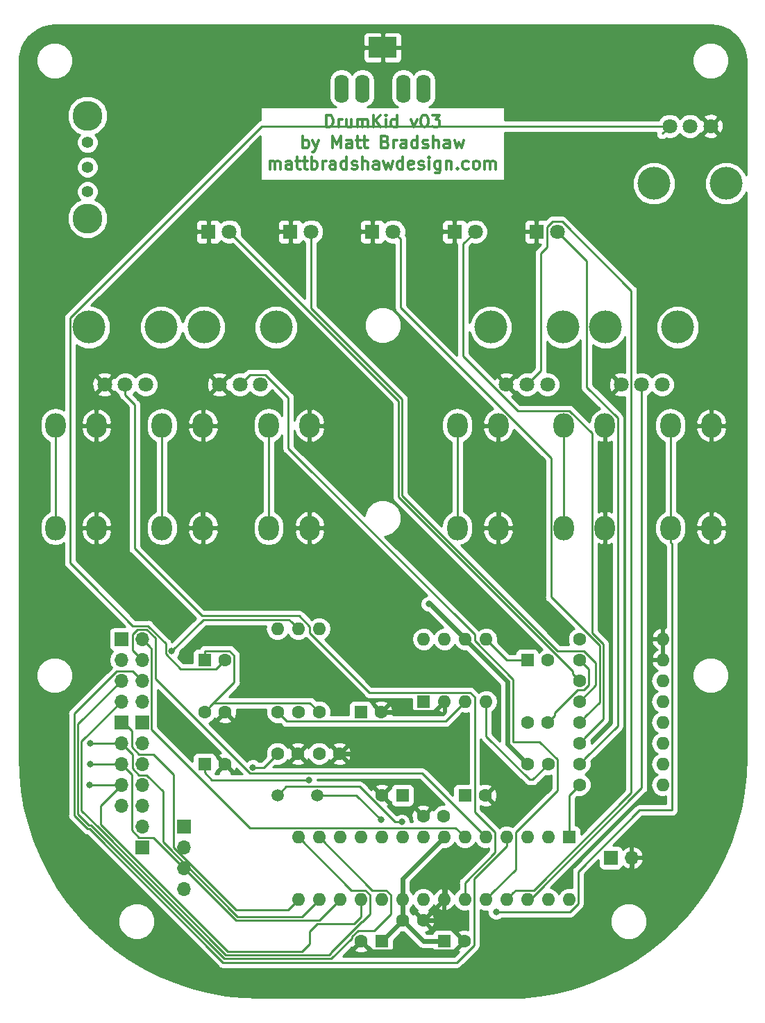
<source format=gbr>
G04 #@! TF.GenerationSoftware,KiCad,Pcbnew,(5.0.1)-3*
G04 #@! TF.CreationDate,2019-06-25T23:54:27+01:00*
G04 #@! TF.ProjectId,drumkid v3,6472756D6B69642076332E6B69636164,03*
G04 #@! TF.SameCoordinates,Original*
G04 #@! TF.FileFunction,Copper,L1,Top,Signal*
G04 #@! TF.FilePolarity,Positive*
%FSLAX46Y46*%
G04 Gerber Fmt 4.6, Leading zero omitted, Abs format (unit mm)*
G04 Created by KiCad (PCBNEW (5.0.1)-3) date 25/06/2019 23:54:27*
%MOMM*%
%LPD*%
G01*
G04 APERTURE LIST*
G04 #@! TA.AperFunction,NonConductor*
%ADD10C,0.300000*%
G04 #@! TD*
G04 #@! TA.AperFunction,ComponentPad*
%ADD11C,3.653000*%
G04 #@! TD*
G04 #@! TA.AperFunction,ComponentPad*
%ADD12C,1.400000*%
G04 #@! TD*
G04 #@! TA.AperFunction,ComponentPad*
%ADD13O,1.600000X1.600000*%
G04 #@! TD*
G04 #@! TA.AperFunction,ComponentPad*
%ADD14C,1.600000*%
G04 #@! TD*
G04 #@! TA.AperFunction,WasherPad*
%ADD15C,4.000000*%
G04 #@! TD*
G04 #@! TA.AperFunction,ComponentPad*
%ADD16C,1.800000*%
G04 #@! TD*
G04 #@! TA.AperFunction,ComponentPad*
%ADD17R,1.800000X1.800000*%
G04 #@! TD*
G04 #@! TA.AperFunction,ComponentPad*
%ADD18O,1.750000X3.500000*%
G04 #@! TD*
G04 #@! TA.AperFunction,ComponentPad*
%ADD19R,3.500000X2.500000*%
G04 #@! TD*
G04 #@! TA.AperFunction,ComponentPad*
%ADD20O,2.500000X3.000000*%
G04 #@! TD*
G04 #@! TA.AperFunction,ComponentPad*
%ADD21R,1.600000X1.600000*%
G04 #@! TD*
G04 #@! TA.AperFunction,ComponentPad*
%ADD22R,1.700000X1.700000*%
G04 #@! TD*
G04 #@! TA.AperFunction,ComponentPad*
%ADD23O,1.700000X1.700000*%
G04 #@! TD*
G04 #@! TA.AperFunction,ComponentPad*
%ADD24C,1.500000*%
G04 #@! TD*
G04 #@! TA.AperFunction,ViaPad*
%ADD25C,0.800000*%
G04 #@! TD*
G04 #@! TA.AperFunction,Conductor*
%ADD26C,0.625000*%
G04 #@! TD*
G04 #@! TA.AperFunction,Conductor*
%ADD27C,0.250000*%
G04 #@! TD*
G04 #@! TA.AperFunction,Conductor*
%ADD28C,0.254000*%
G04 #@! TD*
G04 APERTURE END LIST*
D10*
X143107142Y-53128571D02*
X143107142Y-51628571D01*
X143464285Y-51628571D01*
X143678571Y-51700000D01*
X143821428Y-51842857D01*
X143892857Y-51985714D01*
X143964285Y-52271428D01*
X143964285Y-52485714D01*
X143892857Y-52771428D01*
X143821428Y-52914285D01*
X143678571Y-53057142D01*
X143464285Y-53128571D01*
X143107142Y-53128571D01*
X144607142Y-53128571D02*
X144607142Y-52128571D01*
X144607142Y-52414285D02*
X144678571Y-52271428D01*
X144750000Y-52200000D01*
X144892857Y-52128571D01*
X145035714Y-52128571D01*
X146178571Y-52128571D02*
X146178571Y-53128571D01*
X145535714Y-52128571D02*
X145535714Y-52914285D01*
X145607142Y-53057142D01*
X145750000Y-53128571D01*
X145964285Y-53128571D01*
X146107142Y-53057142D01*
X146178571Y-52985714D01*
X146892857Y-53128571D02*
X146892857Y-52128571D01*
X146892857Y-52271428D02*
X146964285Y-52200000D01*
X147107142Y-52128571D01*
X147321428Y-52128571D01*
X147464285Y-52200000D01*
X147535714Y-52342857D01*
X147535714Y-53128571D01*
X147535714Y-52342857D02*
X147607142Y-52200000D01*
X147750000Y-52128571D01*
X147964285Y-52128571D01*
X148107142Y-52200000D01*
X148178571Y-52342857D01*
X148178571Y-53128571D01*
X148892857Y-53128571D02*
X148892857Y-51628571D01*
X149750000Y-53128571D02*
X149107142Y-52271428D01*
X149750000Y-51628571D02*
X148892857Y-52485714D01*
X150392857Y-53128571D02*
X150392857Y-52128571D01*
X150392857Y-51628571D02*
X150321428Y-51700000D01*
X150392857Y-51771428D01*
X150464285Y-51700000D01*
X150392857Y-51628571D01*
X150392857Y-51771428D01*
X151750000Y-53128571D02*
X151750000Y-51628571D01*
X151750000Y-53057142D02*
X151607142Y-53128571D01*
X151321428Y-53128571D01*
X151178571Y-53057142D01*
X151107142Y-52985714D01*
X151035714Y-52842857D01*
X151035714Y-52414285D01*
X151107142Y-52271428D01*
X151178571Y-52200000D01*
X151321428Y-52128571D01*
X151607142Y-52128571D01*
X151750000Y-52200000D01*
X153464285Y-52128571D02*
X153821428Y-53128571D01*
X154178571Y-52128571D01*
X155035714Y-51628571D02*
X155178571Y-51628571D01*
X155321428Y-51700000D01*
X155392857Y-51771428D01*
X155464285Y-51914285D01*
X155535714Y-52200000D01*
X155535714Y-52557142D01*
X155464285Y-52842857D01*
X155392857Y-52985714D01*
X155321428Y-53057142D01*
X155178571Y-53128571D01*
X155035714Y-53128571D01*
X154892857Y-53057142D01*
X154821428Y-52985714D01*
X154750000Y-52842857D01*
X154678571Y-52557142D01*
X154678571Y-52200000D01*
X154750000Y-51914285D01*
X154821428Y-51771428D01*
X154892857Y-51700000D01*
X155035714Y-51628571D01*
X156035714Y-51628571D02*
X156964285Y-51628571D01*
X156464285Y-52200000D01*
X156678571Y-52200000D01*
X156821428Y-52271428D01*
X156892857Y-52342857D01*
X156964285Y-52485714D01*
X156964285Y-52842857D01*
X156892857Y-52985714D01*
X156821428Y-53057142D01*
X156678571Y-53128571D01*
X156250000Y-53128571D01*
X156107142Y-53057142D01*
X156035714Y-52985714D01*
X140250000Y-55678571D02*
X140250000Y-54178571D01*
X140250000Y-54750000D02*
X140392857Y-54678571D01*
X140678571Y-54678571D01*
X140821428Y-54750000D01*
X140892857Y-54821428D01*
X140964285Y-54964285D01*
X140964285Y-55392857D01*
X140892857Y-55535714D01*
X140821428Y-55607142D01*
X140678571Y-55678571D01*
X140392857Y-55678571D01*
X140250000Y-55607142D01*
X141464285Y-54678571D02*
X141821428Y-55678571D01*
X142178571Y-54678571D02*
X141821428Y-55678571D01*
X141678571Y-56035714D01*
X141607142Y-56107142D01*
X141464285Y-56178571D01*
X143892857Y-55678571D02*
X143892857Y-54178571D01*
X144392857Y-55250000D01*
X144892857Y-54178571D01*
X144892857Y-55678571D01*
X146250000Y-55678571D02*
X146250000Y-54892857D01*
X146178571Y-54750000D01*
X146035714Y-54678571D01*
X145750000Y-54678571D01*
X145607142Y-54750000D01*
X146250000Y-55607142D02*
X146107142Y-55678571D01*
X145750000Y-55678571D01*
X145607142Y-55607142D01*
X145535714Y-55464285D01*
X145535714Y-55321428D01*
X145607142Y-55178571D01*
X145750000Y-55107142D01*
X146107142Y-55107142D01*
X146250000Y-55035714D01*
X146750000Y-54678571D02*
X147321428Y-54678571D01*
X146964285Y-54178571D02*
X146964285Y-55464285D01*
X147035714Y-55607142D01*
X147178571Y-55678571D01*
X147321428Y-55678571D01*
X147607142Y-54678571D02*
X148178571Y-54678571D01*
X147821428Y-54178571D02*
X147821428Y-55464285D01*
X147892857Y-55607142D01*
X148035714Y-55678571D01*
X148178571Y-55678571D01*
X150321428Y-54892857D02*
X150535714Y-54964285D01*
X150607142Y-55035714D01*
X150678571Y-55178571D01*
X150678571Y-55392857D01*
X150607142Y-55535714D01*
X150535714Y-55607142D01*
X150392857Y-55678571D01*
X149821428Y-55678571D01*
X149821428Y-54178571D01*
X150321428Y-54178571D01*
X150464285Y-54250000D01*
X150535714Y-54321428D01*
X150607142Y-54464285D01*
X150607142Y-54607142D01*
X150535714Y-54750000D01*
X150464285Y-54821428D01*
X150321428Y-54892857D01*
X149821428Y-54892857D01*
X151321428Y-55678571D02*
X151321428Y-54678571D01*
X151321428Y-54964285D02*
X151392857Y-54821428D01*
X151464285Y-54750000D01*
X151607142Y-54678571D01*
X151750000Y-54678571D01*
X152892857Y-55678571D02*
X152892857Y-54892857D01*
X152821428Y-54750000D01*
X152678571Y-54678571D01*
X152392857Y-54678571D01*
X152250000Y-54750000D01*
X152892857Y-55607142D02*
X152750000Y-55678571D01*
X152392857Y-55678571D01*
X152250000Y-55607142D01*
X152178571Y-55464285D01*
X152178571Y-55321428D01*
X152250000Y-55178571D01*
X152392857Y-55107142D01*
X152750000Y-55107142D01*
X152892857Y-55035714D01*
X154250000Y-55678571D02*
X154250000Y-54178571D01*
X154250000Y-55607142D02*
X154107142Y-55678571D01*
X153821428Y-55678571D01*
X153678571Y-55607142D01*
X153607142Y-55535714D01*
X153535714Y-55392857D01*
X153535714Y-54964285D01*
X153607142Y-54821428D01*
X153678571Y-54750000D01*
X153821428Y-54678571D01*
X154107142Y-54678571D01*
X154250000Y-54750000D01*
X154892857Y-55607142D02*
X155035714Y-55678571D01*
X155321428Y-55678571D01*
X155464285Y-55607142D01*
X155535714Y-55464285D01*
X155535714Y-55392857D01*
X155464285Y-55250000D01*
X155321428Y-55178571D01*
X155107142Y-55178571D01*
X154964285Y-55107142D01*
X154892857Y-54964285D01*
X154892857Y-54892857D01*
X154964285Y-54750000D01*
X155107142Y-54678571D01*
X155321428Y-54678571D01*
X155464285Y-54750000D01*
X156178571Y-55678571D02*
X156178571Y-54178571D01*
X156821428Y-55678571D02*
X156821428Y-54892857D01*
X156750000Y-54750000D01*
X156607142Y-54678571D01*
X156392857Y-54678571D01*
X156250000Y-54750000D01*
X156178571Y-54821428D01*
X158178571Y-55678571D02*
X158178571Y-54892857D01*
X158107142Y-54750000D01*
X157964285Y-54678571D01*
X157678571Y-54678571D01*
X157535714Y-54750000D01*
X158178571Y-55607142D02*
X158035714Y-55678571D01*
X157678571Y-55678571D01*
X157535714Y-55607142D01*
X157464285Y-55464285D01*
X157464285Y-55321428D01*
X157535714Y-55178571D01*
X157678571Y-55107142D01*
X158035714Y-55107142D01*
X158178571Y-55035714D01*
X158750000Y-54678571D02*
X159035714Y-55678571D01*
X159321428Y-54964285D01*
X159607142Y-55678571D01*
X159892857Y-54678571D01*
X136250000Y-58228571D02*
X136250000Y-57228571D01*
X136250000Y-57371428D02*
X136321428Y-57300000D01*
X136464285Y-57228571D01*
X136678571Y-57228571D01*
X136821428Y-57300000D01*
X136892857Y-57442857D01*
X136892857Y-58228571D01*
X136892857Y-57442857D02*
X136964285Y-57300000D01*
X137107142Y-57228571D01*
X137321428Y-57228571D01*
X137464285Y-57300000D01*
X137535714Y-57442857D01*
X137535714Y-58228571D01*
X138892857Y-58228571D02*
X138892857Y-57442857D01*
X138821428Y-57300000D01*
X138678571Y-57228571D01*
X138392857Y-57228571D01*
X138250000Y-57300000D01*
X138892857Y-58157142D02*
X138750000Y-58228571D01*
X138392857Y-58228571D01*
X138250000Y-58157142D01*
X138178571Y-58014285D01*
X138178571Y-57871428D01*
X138250000Y-57728571D01*
X138392857Y-57657142D01*
X138750000Y-57657142D01*
X138892857Y-57585714D01*
X139392857Y-57228571D02*
X139964285Y-57228571D01*
X139607142Y-56728571D02*
X139607142Y-58014285D01*
X139678571Y-58157142D01*
X139821428Y-58228571D01*
X139964285Y-58228571D01*
X140250000Y-57228571D02*
X140821428Y-57228571D01*
X140464285Y-56728571D02*
X140464285Y-58014285D01*
X140535714Y-58157142D01*
X140678571Y-58228571D01*
X140821428Y-58228571D01*
X141321428Y-58228571D02*
X141321428Y-56728571D01*
X141321428Y-57300000D02*
X141464285Y-57228571D01*
X141750000Y-57228571D01*
X141892857Y-57300000D01*
X141964285Y-57371428D01*
X142035714Y-57514285D01*
X142035714Y-57942857D01*
X141964285Y-58085714D01*
X141892857Y-58157142D01*
X141750000Y-58228571D01*
X141464285Y-58228571D01*
X141321428Y-58157142D01*
X142678571Y-58228571D02*
X142678571Y-57228571D01*
X142678571Y-57514285D02*
X142750000Y-57371428D01*
X142821428Y-57300000D01*
X142964285Y-57228571D01*
X143107142Y-57228571D01*
X144250000Y-58228571D02*
X144250000Y-57442857D01*
X144178571Y-57300000D01*
X144035714Y-57228571D01*
X143750000Y-57228571D01*
X143607142Y-57300000D01*
X144250000Y-58157142D02*
X144107142Y-58228571D01*
X143750000Y-58228571D01*
X143607142Y-58157142D01*
X143535714Y-58014285D01*
X143535714Y-57871428D01*
X143607142Y-57728571D01*
X143750000Y-57657142D01*
X144107142Y-57657142D01*
X144250000Y-57585714D01*
X145607142Y-58228571D02*
X145607142Y-56728571D01*
X145607142Y-58157142D02*
X145464285Y-58228571D01*
X145178571Y-58228571D01*
X145035714Y-58157142D01*
X144964285Y-58085714D01*
X144892857Y-57942857D01*
X144892857Y-57514285D01*
X144964285Y-57371428D01*
X145035714Y-57300000D01*
X145178571Y-57228571D01*
X145464285Y-57228571D01*
X145607142Y-57300000D01*
X146250000Y-58157142D02*
X146392857Y-58228571D01*
X146678571Y-58228571D01*
X146821428Y-58157142D01*
X146892857Y-58014285D01*
X146892857Y-57942857D01*
X146821428Y-57800000D01*
X146678571Y-57728571D01*
X146464285Y-57728571D01*
X146321428Y-57657142D01*
X146250000Y-57514285D01*
X146250000Y-57442857D01*
X146321428Y-57300000D01*
X146464285Y-57228571D01*
X146678571Y-57228571D01*
X146821428Y-57300000D01*
X147535714Y-58228571D02*
X147535714Y-56728571D01*
X148178571Y-58228571D02*
X148178571Y-57442857D01*
X148107142Y-57300000D01*
X147964285Y-57228571D01*
X147750000Y-57228571D01*
X147607142Y-57300000D01*
X147535714Y-57371428D01*
X149535714Y-58228571D02*
X149535714Y-57442857D01*
X149464285Y-57300000D01*
X149321428Y-57228571D01*
X149035714Y-57228571D01*
X148892857Y-57300000D01*
X149535714Y-58157142D02*
X149392857Y-58228571D01*
X149035714Y-58228571D01*
X148892857Y-58157142D01*
X148821428Y-58014285D01*
X148821428Y-57871428D01*
X148892857Y-57728571D01*
X149035714Y-57657142D01*
X149392857Y-57657142D01*
X149535714Y-57585714D01*
X150107142Y-57228571D02*
X150392857Y-58228571D01*
X150678571Y-57514285D01*
X150964285Y-58228571D01*
X151250000Y-57228571D01*
X152464285Y-58228571D02*
X152464285Y-56728571D01*
X152464285Y-58157142D02*
X152321428Y-58228571D01*
X152035714Y-58228571D01*
X151892857Y-58157142D01*
X151821428Y-58085714D01*
X151750000Y-57942857D01*
X151750000Y-57514285D01*
X151821428Y-57371428D01*
X151892857Y-57300000D01*
X152035714Y-57228571D01*
X152321428Y-57228571D01*
X152464285Y-57300000D01*
X153750000Y-58157142D02*
X153607142Y-58228571D01*
X153321428Y-58228571D01*
X153178571Y-58157142D01*
X153107142Y-58014285D01*
X153107142Y-57442857D01*
X153178571Y-57300000D01*
X153321428Y-57228571D01*
X153607142Y-57228571D01*
X153750000Y-57300000D01*
X153821428Y-57442857D01*
X153821428Y-57585714D01*
X153107142Y-57728571D01*
X154392857Y-58157142D02*
X154535714Y-58228571D01*
X154821428Y-58228571D01*
X154964285Y-58157142D01*
X155035714Y-58014285D01*
X155035714Y-57942857D01*
X154964285Y-57800000D01*
X154821428Y-57728571D01*
X154607142Y-57728571D01*
X154464285Y-57657142D01*
X154392857Y-57514285D01*
X154392857Y-57442857D01*
X154464285Y-57300000D01*
X154607142Y-57228571D01*
X154821428Y-57228571D01*
X154964285Y-57300000D01*
X155678571Y-58228571D02*
X155678571Y-57228571D01*
X155678571Y-56728571D02*
X155607142Y-56800000D01*
X155678571Y-56871428D01*
X155750000Y-56800000D01*
X155678571Y-56728571D01*
X155678571Y-56871428D01*
X157035714Y-57228571D02*
X157035714Y-58442857D01*
X156964285Y-58585714D01*
X156892857Y-58657142D01*
X156750000Y-58728571D01*
X156535714Y-58728571D01*
X156392857Y-58657142D01*
X157035714Y-58157142D02*
X156892857Y-58228571D01*
X156607142Y-58228571D01*
X156464285Y-58157142D01*
X156392857Y-58085714D01*
X156321428Y-57942857D01*
X156321428Y-57514285D01*
X156392857Y-57371428D01*
X156464285Y-57300000D01*
X156607142Y-57228571D01*
X156892857Y-57228571D01*
X157035714Y-57300000D01*
X157750000Y-57228571D02*
X157750000Y-58228571D01*
X157750000Y-57371428D02*
X157821428Y-57300000D01*
X157964285Y-57228571D01*
X158178571Y-57228571D01*
X158321428Y-57300000D01*
X158392857Y-57442857D01*
X158392857Y-58228571D01*
X159107142Y-58085714D02*
X159178571Y-58157142D01*
X159107142Y-58228571D01*
X159035714Y-58157142D01*
X159107142Y-58085714D01*
X159107142Y-58228571D01*
X160464285Y-58157142D02*
X160321428Y-58228571D01*
X160035714Y-58228571D01*
X159892857Y-58157142D01*
X159821428Y-58085714D01*
X159750000Y-57942857D01*
X159750000Y-57514285D01*
X159821428Y-57371428D01*
X159892857Y-57300000D01*
X160035714Y-57228571D01*
X160321428Y-57228571D01*
X160464285Y-57300000D01*
X161321428Y-58228571D02*
X161178571Y-58157142D01*
X161107142Y-58085714D01*
X161035714Y-57942857D01*
X161035714Y-57514285D01*
X161107142Y-57371428D01*
X161178571Y-57300000D01*
X161321428Y-57228571D01*
X161535714Y-57228571D01*
X161678571Y-57300000D01*
X161750000Y-57371428D01*
X161821428Y-57514285D01*
X161821428Y-57942857D01*
X161750000Y-58085714D01*
X161678571Y-58157142D01*
X161535714Y-58228571D01*
X161321428Y-58228571D01*
X162464285Y-58228571D02*
X162464285Y-57228571D01*
X162464285Y-57371428D02*
X162535714Y-57300000D01*
X162678571Y-57228571D01*
X162892857Y-57228571D01*
X163035714Y-57300000D01*
X163107142Y-57442857D01*
X163107142Y-58228571D01*
X163107142Y-57442857D02*
X163178571Y-57300000D01*
X163321428Y-57228571D01*
X163535714Y-57228571D01*
X163678571Y-57300000D01*
X163750000Y-57442857D01*
X163750000Y-58228571D01*
D11*
G04 #@! TO.P,SW1,MH2*
G04 #@! TO.N,N/C*
X113993946Y-51741091D03*
G04 #@! TO.P,SW1,MH1*
X113993946Y-64241091D03*
D12*
G04 #@! TO.P,SW1,3*
G04 #@! TO.N,Net-(SW1-Pad3)*
X113993946Y-54991091D03*
G04 #@! TO.P,SW1,2*
G04 #@! TO.N,Net-(BT1-Pad1)*
X113993946Y-57991091D03*
G04 #@! TO.P,SW1,1*
G04 #@! TO.N,+5V*
X113993946Y-60991091D03*
G04 #@! TD*
D13*
G04 #@! TO.P,R1,2*
G04 #@! TO.N,/DIGITAL_9*
X139700000Y-114300000D03*
D14*
G04 #@! TO.P,R1,1*
G04 #@! TO.N,Net-(C13-Pad1)*
X139700000Y-124460000D03*
G04 #@! TD*
D13*
G04 #@! TO.P,R7,2*
G04 #@! TO.N,/DIGITAL_6*
X184150000Y-130810000D03*
D14*
G04 #@! TO.P,R7,1*
G04 #@! TO.N,Net-(D6-Pad2)*
X173990000Y-130810000D03*
G04 #@! TD*
D13*
G04 #@! TO.P,R11,2*
G04 #@! TO.N,GND*
X184150000Y-118110000D03*
D14*
G04 #@! TO.P,R11,1*
G04 #@! TO.N,Net-(C18-Pad2)*
X173990000Y-118110000D03*
G04 #@! TD*
D13*
G04 #@! TO.P,R10,2*
G04 #@! TO.N,GND*
X184150000Y-115570000D03*
D14*
G04 #@! TO.P,R10,1*
G04 #@! TO.N,Net-(R10-Pad1)*
X173990000Y-115570000D03*
G04 #@! TD*
D13*
G04 #@! TO.P,R9,2*
G04 #@! TO.N,Net-(R9-Pad2)*
X137160000Y-114300000D03*
D14*
G04 #@! TO.P,R9,1*
G04 #@! TO.N,Net-(R10-Pad1)*
X137160000Y-124460000D03*
G04 #@! TD*
D13*
G04 #@! TO.P,R8,2*
G04 #@! TO.N,Net-(C13-Pad1)*
X142240000Y-114300000D03*
D14*
G04 #@! TO.P,R8,1*
G04 #@! TO.N,Net-(C14-Pad1)*
X142240000Y-124460000D03*
G04 #@! TD*
D13*
G04 #@! TO.P,R6,2*
G04 #@! TO.N,/DIGITAL_5*
X184150000Y-128270000D03*
D14*
G04 #@! TO.P,R6,1*
G04 #@! TO.N,Net-(D5-Pad2)*
X173990000Y-128270000D03*
G04 #@! TD*
D13*
G04 #@! TO.P,R5,2*
G04 #@! TO.N,/DIGITAL_4*
X184150000Y-125730000D03*
D14*
G04 #@! TO.P,R5,1*
G04 #@! TO.N,Net-(D4-Pad2)*
X173990000Y-125730000D03*
G04 #@! TD*
D13*
G04 #@! TO.P,R4,2*
G04 #@! TO.N,/DIGITAL_3*
X184150000Y-123190000D03*
D14*
G04 #@! TO.P,R4,1*
G04 #@! TO.N,Net-(D3-Pad2)*
X173990000Y-123190000D03*
G04 #@! TD*
D13*
G04 #@! TO.P,R3,2*
G04 #@! TO.N,/DIGITAL_2*
X184150000Y-120650000D03*
D14*
G04 #@! TO.P,R3,1*
G04 #@! TO.N,Net-(D2-Pad2)*
X173990000Y-120650000D03*
G04 #@! TD*
D13*
G04 #@! TO.P,R2,2*
G04 #@! TO.N,+5V*
X184150000Y-133350000D03*
D14*
G04 #@! TO.P,R2,1*
G04 #@! TO.N,Net-(R2-Pad1)*
X173990000Y-133350000D03*
G04 #@! TD*
D15*
G04 #@! TO.P,RV1,*
G04 #@! TO.N,*
X191893946Y-59991091D03*
X183093946Y-59991091D03*
D16*
G04 #@! TO.P,RV1,1*
G04 #@! TO.N,GND*
X189993946Y-52991091D03*
G04 #@! TO.P,RV1,2*
G04 #@! TO.N,Net-(R9-Pad2)*
X187493946Y-52991091D03*
G04 #@! TO.P,RV1,3*
G04 #@! TO.N,Net-(C15-Pad2)*
X184993946Y-52991091D03*
G04 #@! TD*
G04 #@! TO.P,D6,2*
G04 #@! TO.N,Net-(D6-Pad2)*
X171290000Y-65867290D03*
D17*
G04 #@! TO.P,D6,1*
G04 #@! TO.N,GND*
X168750000Y-65867290D03*
G04 #@! TD*
D16*
G04 #@! TO.P,D5,2*
G04 #@! TO.N,Net-(D5-Pad2)*
X161290000Y-65867290D03*
D17*
G04 #@! TO.P,D5,1*
G04 #@! TO.N,GND*
X158750000Y-65867290D03*
G04 #@! TD*
D16*
G04 #@! TO.P,D4,2*
G04 #@! TO.N,Net-(D4-Pad2)*
X151290000Y-65867290D03*
D17*
G04 #@! TO.P,D4,1*
G04 #@! TO.N,GND*
X148750000Y-65867290D03*
G04 #@! TD*
D16*
G04 #@! TO.P,D3,2*
G04 #@! TO.N,Net-(D3-Pad2)*
X141290000Y-65867290D03*
D17*
G04 #@! TO.P,D3,1*
G04 #@! TO.N,GND*
X138750000Y-65867290D03*
G04 #@! TD*
D16*
G04 #@! TO.P,D2,2*
G04 #@! TO.N,Net-(D2-Pad2)*
X131290000Y-65867290D03*
D17*
G04 #@! TO.P,D2,1*
G04 #@! TO.N,GND*
X128750000Y-65867290D03*
G04 #@! TD*
D18*
G04 #@! TO.P,J9,TN*
G04 #@! TO.N,Net-(J9-PadTN)*
X152500000Y-48410000D03*
G04 #@! TO.P,J9,RN*
G04 #@! TO.N,Net-(J9-PadRN)*
X147500000Y-48410000D03*
G04 #@! TO.P,J9,T*
G04 #@! TO.N,Net-(C10-Pad2)*
X155000000Y-48410000D03*
G04 #@! TO.P,J9,R*
X145000000Y-48410000D03*
D19*
G04 #@! TO.P,J9,S*
G04 #@! TO.N,GND*
X150000000Y-43404000D03*
G04 #@! TD*
D15*
G04 #@! TO.P,RV2,*
G04 #@! TO.N,*
X114189897Y-77517290D03*
X122989897Y-77517290D03*
D16*
G04 #@! TO.P,RV2,1*
G04 #@! TO.N,GND*
X116089897Y-84517290D03*
G04 #@! TO.P,RV2,2*
G04 #@! TO.N,/ANALOG_0*
X118589897Y-84517290D03*
G04 #@! TO.P,RV2,3*
G04 #@! TO.N,+5V*
X121089897Y-84517290D03*
G04 #@! TD*
D15*
G04 #@! TO.P,RV4,*
G04 #@! TO.N,*
X163189897Y-77517290D03*
X171989897Y-77517290D03*
D16*
G04 #@! TO.P,RV4,1*
G04 #@! TO.N,GND*
X165089897Y-84517290D03*
G04 #@! TO.P,RV4,2*
G04 #@! TO.N,/ANALOG_2*
X167589897Y-84517290D03*
G04 #@! TO.P,RV4,3*
G04 #@! TO.N,+5V*
X170089897Y-84517290D03*
G04 #@! TD*
D15*
G04 #@! TO.P,RV3,*
G04 #@! TO.N,*
X128189897Y-77517290D03*
X136989897Y-77517290D03*
D16*
G04 #@! TO.P,RV3,1*
G04 #@! TO.N,GND*
X130089897Y-84517290D03*
G04 #@! TO.P,RV3,2*
G04 #@! TO.N,/ANALOG_1*
X132589897Y-84517290D03*
G04 #@! TO.P,RV3,3*
G04 #@! TO.N,+5V*
X135089897Y-84517290D03*
G04 #@! TD*
D15*
G04 #@! TO.P,RV5,*
G04 #@! TO.N,*
X177189897Y-77517290D03*
X185989897Y-77517290D03*
D16*
G04 #@! TO.P,RV5,1*
G04 #@! TO.N,GND*
X179089897Y-84517290D03*
G04 #@! TO.P,RV5,2*
G04 #@! TO.N,/ANALOG_3*
X181589897Y-84517290D03*
G04 #@! TO.P,RV5,3*
G04 #@! TO.N,+5V*
X184089897Y-84517290D03*
G04 #@! TD*
D20*
G04 #@! TO.P,SW2,1*
G04 #@! TO.N,/DIGITAL_7*
X110089897Y-102017290D03*
G04 #@! TO.P,SW2,2*
G04 #@! TO.N,GND*
X115089897Y-102017290D03*
G04 #@! TO.P,SW2,1*
G04 #@! TO.N,/DIGITAL_7*
X110089897Y-89517290D03*
G04 #@! TO.P,SW2,2*
G04 #@! TO.N,GND*
X115089897Y-89517290D03*
G04 #@! TD*
G04 #@! TO.P,SW7,1*
G04 #@! TO.N,/DIGITAL_13*
X185089897Y-102017290D03*
G04 #@! TO.P,SW7,2*
G04 #@! TO.N,GND*
X190089897Y-102017290D03*
G04 #@! TO.P,SW7,1*
G04 #@! TO.N,/DIGITAL_13*
X185089897Y-89517290D03*
G04 #@! TO.P,SW7,2*
G04 #@! TO.N,GND*
X190089897Y-89517290D03*
G04 #@! TD*
G04 #@! TO.P,SW6,1*
G04 #@! TO.N,/DIGITAL_12*
X172089897Y-102017290D03*
G04 #@! TO.P,SW6,2*
G04 #@! TO.N,GND*
X177089897Y-102017290D03*
G04 #@! TO.P,SW6,1*
G04 #@! TO.N,/DIGITAL_12*
X172089897Y-89517290D03*
G04 #@! TO.P,SW6,2*
G04 #@! TO.N,GND*
X177089897Y-89517290D03*
G04 #@! TD*
G04 #@! TO.P,SW5,1*
G04 #@! TO.N,/DIGITAL_11*
X159089897Y-102017290D03*
G04 #@! TO.P,SW5,2*
G04 #@! TO.N,GND*
X164089897Y-102017290D03*
G04 #@! TO.P,SW5,1*
G04 #@! TO.N,/DIGITAL_11*
X159089897Y-89517290D03*
G04 #@! TO.P,SW5,2*
G04 #@! TO.N,GND*
X164089897Y-89517290D03*
G04 #@! TD*
G04 #@! TO.P,SW4,1*
G04 #@! TO.N,/DIGITAL_10*
X136089897Y-102017290D03*
G04 #@! TO.P,SW4,2*
G04 #@! TO.N,GND*
X141089897Y-102017290D03*
G04 #@! TO.P,SW4,1*
G04 #@! TO.N,/DIGITAL_10*
X136089897Y-89517290D03*
G04 #@! TO.P,SW4,2*
G04 #@! TO.N,GND*
X141089897Y-89517290D03*
G04 #@! TD*
G04 #@! TO.P,SW3,1*
G04 #@! TO.N,/DIGITAL_8*
X123089897Y-102017290D03*
G04 #@! TO.P,SW3,2*
G04 #@! TO.N,GND*
X128089897Y-102017290D03*
G04 #@! TO.P,SW3,1*
G04 #@! TO.N,/DIGITAL_8*
X123089897Y-89517290D03*
G04 #@! TO.P,SW3,2*
G04 #@! TO.N,GND*
X128089897Y-89517290D03*
G04 #@! TD*
D14*
G04 #@! TO.P,C10,2*
G04 #@! TO.N,Net-(C10-Pad2)*
X170140000Y-118110000D03*
D21*
G04 #@! TO.P,C10,1*
G04 #@! TO.N,Net-(C10-Pad1)*
X167640000Y-118110000D03*
G04 #@! TD*
D22*
G04 #@! TO.P,BT1,1*
G04 #@! TO.N,Net-(BT1-Pad1)*
X177800000Y-142240000D03*
D23*
G04 #@! TO.P,BT1,2*
G04 #@! TO.N,GND*
X180340000Y-142240000D03*
G04 #@! TD*
D14*
G04 #@! TO.P,C8,2*
G04 #@! TO.N,GND*
X147360000Y-152400000D03*
D21*
G04 #@! TO.P,C8,1*
G04 #@! TO.N,+5V*
X149860000Y-152400000D03*
G04 #@! TD*
G04 #@! TO.P,C17,1*
G04 #@! TO.N,Net-(C17-Pad1)*
X147320000Y-124460000D03*
D14*
G04 #@! TO.P,C17,2*
G04 #@! TO.N,GND*
X149820000Y-124460000D03*
G04 #@! TD*
G04 #@! TO.P,C13,2*
G04 #@! TO.N,GND*
X130770000Y-130810000D03*
D21*
G04 #@! TO.P,C13,1*
G04 #@! TO.N,Net-(C13-Pad1)*
X128270000Y-130810000D03*
G04 #@! TD*
G04 #@! TO.P,C12,1*
G04 #@! TO.N,+5V*
X152400000Y-134620000D03*
D14*
G04 #@! TO.P,C12,2*
G04 #@! TO.N,GND*
X149900000Y-134620000D03*
G04 #@! TD*
G04 #@! TO.P,C11,2*
G04 #@! TO.N,GND*
X159980000Y-152400000D03*
D21*
G04 #@! TO.P,C11,1*
G04 #@! TO.N,+5V*
X157480000Y-152400000D03*
G04 #@! TD*
G04 #@! TO.P,C7,1*
G04 #@! TO.N,+5V*
X160020000Y-134620000D03*
D14*
G04 #@! TO.P,C7,2*
G04 #@! TO.N,GND*
X162520000Y-134620000D03*
G04 #@! TD*
D21*
G04 #@! TO.P,C15,1*
G04 #@! TO.N,Net-(C14-Pad1)*
X128270000Y-118110000D03*
D14*
G04 #@! TO.P,C15,2*
G04 #@! TO.N,Net-(C15-Pad2)*
X130770000Y-118110000D03*
G04 #@! TD*
G04 #@! TO.P,C9,1*
G04 #@! TO.N,GND*
X154940000Y-149860000D03*
G04 #@! TO.P,C9,2*
G04 #@! TO.N,+5V*
X152440000Y-149860000D03*
G04 #@! TD*
G04 #@! TO.P,C6,2*
G04 #@! TO.N,GND*
X144740000Y-129540000D03*
G04 #@! TO.P,C6,1*
G04 #@! TO.N,Net-(C6-Pad1)*
X142240000Y-129540000D03*
G04 #@! TD*
G04 #@! TO.P,C14,1*
G04 #@! TO.N,Net-(C14-Pad1)*
X128270000Y-124460000D03*
G04 #@! TO.P,C14,2*
G04 #@! TO.N,GND*
X130770000Y-124460000D03*
G04 #@! TD*
G04 #@! TO.P,C5,2*
G04 #@! TO.N,GND*
X139660000Y-129540000D03*
G04 #@! TO.P,C5,1*
G04 #@! TO.N,Net-(C5-Pad1)*
X137160000Y-129540000D03*
G04 #@! TD*
G04 #@! TO.P,C16,1*
G04 #@! TO.N,+5V*
X167680000Y-130810000D03*
G04 #@! TO.P,C16,2*
G04 #@! TO.N,Net-(C16-Pad2)*
X170180000Y-130810000D03*
G04 #@! TD*
G04 #@! TO.P,C4,2*
G04 #@! TO.N,+5V*
X157440000Y-137160000D03*
G04 #@! TO.P,C4,1*
G04 #@! TO.N,GND*
X154940000Y-137160000D03*
G04 #@! TD*
G04 #@! TO.P,C18,1*
G04 #@! TO.N,Net-(C10-Pad1)*
X167640000Y-125730000D03*
G04 #@! TO.P,C18,2*
G04 #@! TO.N,Net-(C18-Pad2)*
X170140000Y-125730000D03*
G04 #@! TD*
D23*
G04 #@! TO.P,J1,4*
G04 #@! TO.N,GND*
X125730000Y-146050000D03*
G04 #@! TO.P,J1,3*
X125730000Y-143510000D03*
G04 #@! TO.P,J1,2*
G04 #@! TO.N,+5V*
X125730000Y-140970000D03*
D22*
G04 #@! TO.P,J1,1*
X125730000Y-138430000D03*
G04 #@! TD*
G04 #@! TO.P,J6,1*
G04 #@! TO.N,/DIGITAL_5*
X118110000Y-115570000D03*
D23*
G04 #@! TO.P,J6,2*
G04 #@! TO.N,/DIGITAL_6*
X118110000Y-118110000D03*
G04 #@! TO.P,J6,3*
G04 #@! TO.N,/DIGITAL_7*
X118110000Y-120650000D03*
G04 #@! TO.P,J6,4*
G04 #@! TO.N,/DIGITAL_8*
X118110000Y-123190000D03*
G04 #@! TD*
G04 #@! TO.P,J8,5*
G04 #@! TO.N,/DIGITAL_13*
X118110000Y-135890000D03*
G04 #@! TO.P,J8,4*
G04 #@! TO.N,/DIGITAL_12*
X118110000Y-133350000D03*
G04 #@! TO.P,J8,3*
G04 #@! TO.N,/DIGITAL_11*
X118110000Y-130810000D03*
G04 #@! TO.P,J8,2*
G04 #@! TO.N,/DIGITAL_10*
X118110000Y-128270000D03*
D22*
G04 #@! TO.P,J8,1*
G04 #@! TO.N,/DIGITAL_9*
X118110000Y-125730000D03*
G04 #@! TD*
G04 #@! TO.P,J5,1*
G04 #@! TO.N,/DIGITAL_0*
X120650000Y-125730000D03*
D23*
G04 #@! TO.P,J5,2*
G04 #@! TO.N,/DIGITAL_1*
X120650000Y-123190000D03*
G04 #@! TO.P,J5,3*
G04 #@! TO.N,/DIGITAL_2*
X120650000Y-120650000D03*
G04 #@! TO.P,J5,4*
G04 #@! TO.N,/DIGITAL_3*
X120650000Y-118110000D03*
G04 #@! TO.P,J5,5*
G04 #@! TO.N,/DIGITAL_4*
X120650000Y-115570000D03*
G04 #@! TD*
D22*
G04 #@! TO.P,J7,1*
G04 #@! TO.N,/ANALOG_0*
X120650000Y-140970000D03*
D23*
G04 #@! TO.P,J7,2*
G04 #@! TO.N,/ANALOG_1*
X120650000Y-138430000D03*
G04 #@! TO.P,J7,3*
G04 #@! TO.N,/ANALOG_2*
X120650000Y-135890000D03*
G04 #@! TO.P,J7,4*
G04 #@! TO.N,/ANALOG_3*
X120650000Y-133350000D03*
G04 #@! TO.P,J7,5*
G04 #@! TO.N,/ANALOG_4*
X120650000Y-130810000D03*
G04 #@! TO.P,J7,6*
G04 #@! TO.N,/ANALOG_5*
X120650000Y-128270000D03*
G04 #@! TD*
D24*
G04 #@! TO.P,Y1,1*
G04 #@! TO.N,Net-(C5-Pad1)*
X137160000Y-134620000D03*
G04 #@! TO.P,Y1,2*
G04 #@! TO.N,Net-(C6-Pad1)*
X142040000Y-134620000D03*
G04 #@! TD*
D21*
G04 #@! TO.P,U2,1*
G04 #@! TO.N,Net-(R2-Pad1)*
X172720000Y-139700000D03*
D13*
G04 #@! TO.P,U2,15*
G04 #@! TO.N,/DIGITAL_9*
X139700000Y-147320000D03*
G04 #@! TO.P,U2,2*
G04 #@! TO.N,/DIGITAL_0*
X170180000Y-139700000D03*
G04 #@! TO.P,U2,16*
G04 #@! TO.N,/DIGITAL_10*
X142240000Y-147320000D03*
G04 #@! TO.P,U2,3*
G04 #@! TO.N,/DIGITAL_1*
X167640000Y-139700000D03*
G04 #@! TO.P,U2,17*
G04 #@! TO.N,/DIGITAL_11*
X144780000Y-147320000D03*
G04 #@! TO.P,U2,4*
G04 #@! TO.N,/DIGITAL_2*
X165100000Y-139700000D03*
G04 #@! TO.P,U2,18*
G04 #@! TO.N,/DIGITAL_12*
X147320000Y-147320000D03*
G04 #@! TO.P,U2,5*
G04 #@! TO.N,/DIGITAL_3*
X162560000Y-139700000D03*
G04 #@! TO.P,U2,19*
G04 #@! TO.N,/DIGITAL_13*
X149860000Y-147320000D03*
G04 #@! TO.P,U2,6*
G04 #@! TO.N,/DIGITAL_4*
X160020000Y-139700000D03*
G04 #@! TO.P,U2,20*
G04 #@! TO.N,+5V*
X152400000Y-147320000D03*
G04 #@! TO.P,U2,7*
X157480000Y-139700000D03*
G04 #@! TO.P,U2,21*
G04 #@! TO.N,Net-(U2-Pad21)*
X154940000Y-147320000D03*
G04 #@! TO.P,U2,8*
G04 #@! TO.N,GND*
X154940000Y-139700000D03*
G04 #@! TO.P,U2,22*
X157480000Y-147320000D03*
G04 #@! TO.P,U2,9*
G04 #@! TO.N,Net-(C5-Pad1)*
X152400000Y-139700000D03*
G04 #@! TO.P,U2,23*
G04 #@! TO.N,/ANALOG_0*
X160020000Y-147320000D03*
G04 #@! TO.P,U2,10*
G04 #@! TO.N,Net-(C6-Pad1)*
X149860000Y-139700000D03*
G04 #@! TO.P,U2,24*
G04 #@! TO.N,/ANALOG_1*
X162560000Y-147320000D03*
G04 #@! TO.P,U2,11*
G04 #@! TO.N,/DIGITAL_5*
X147320000Y-139700000D03*
G04 #@! TO.P,U2,25*
G04 #@! TO.N,/ANALOG_2*
X165100000Y-147320000D03*
G04 #@! TO.P,U2,12*
G04 #@! TO.N,/DIGITAL_6*
X144780000Y-139700000D03*
G04 #@! TO.P,U2,26*
G04 #@! TO.N,/ANALOG_3*
X167640000Y-147320000D03*
G04 #@! TO.P,U2,13*
G04 #@! TO.N,/DIGITAL_7*
X142240000Y-139700000D03*
G04 #@! TO.P,U2,27*
G04 #@! TO.N,/ANALOG_4*
X170180000Y-147320000D03*
G04 #@! TO.P,U2,14*
G04 #@! TO.N,/DIGITAL_8*
X139700000Y-139700000D03*
G04 #@! TO.P,U2,28*
G04 #@! TO.N,/ANALOG_5*
X172720000Y-147320000D03*
G04 #@! TD*
D21*
G04 #@! TO.P,U3,1*
G04 #@! TO.N,Net-(U3-Pad1)*
X154993946Y-123190000D03*
D13*
G04 #@! TO.P,U3,5*
G04 #@! TO.N,Net-(C10-Pad1)*
X162613946Y-115570000D03*
G04 #@! TO.P,U3,2*
G04 #@! TO.N,GND*
X157533946Y-123190000D03*
G04 #@! TO.P,U3,6*
G04 #@! TO.N,+5V*
X160073946Y-115570000D03*
G04 #@! TO.P,U3,3*
G04 #@! TO.N,Net-(R10-Pad1)*
X160073946Y-123190000D03*
G04 #@! TO.P,U3,7*
G04 #@! TO.N,Net-(C17-Pad1)*
X157533946Y-115570000D03*
G04 #@! TO.P,U3,4*
G04 #@! TO.N,Net-(C16-Pad2)*
X162613946Y-123190000D03*
G04 #@! TO.P,U3,8*
G04 #@! TO.N,Net-(U3-Pad8)*
X154993946Y-115570000D03*
G04 #@! TD*
D25*
G04 #@! TO.N,GND*
X157580000Y-142090000D03*
X153990000Y-130700000D03*
X163170000Y-152380000D03*
G04 #@! TO.N,+5V*
X155620000Y-111290000D03*
G04 #@! TO.N,Net-(C13-Pad1)*
X140995400Y-132765800D03*
G04 #@! TO.N,/DIGITAL_9*
X124256800Y-117043200D03*
G04 #@! TO.N,/DIGITAL_10*
X114376200Y-128295400D03*
G04 #@! TO.N,/DIGITAL_11*
X114325400Y-130810000D03*
G04 #@! TO.N,/DIGITAL_12*
X114249200Y-133324600D03*
G04 #@! TO.N,/DIGITAL_13*
X163830000Y-148869400D03*
G04 #@! TO.N,Net-(C5-Pad1)*
X134162800Y-131210001D03*
X152323800Y-137849999D03*
G04 #@! TO.N,Net-(C6-Pad1)*
X149783800Y-137617200D03*
G04 #@! TD*
D26*
G04 #@! TO.N,GND*
X128089897Y-102017290D02*
X128089897Y-99892290D01*
X164089897Y-102017290D02*
X164089897Y-99892290D01*
X150951370Y-124460000D02*
X149820000Y-124460000D01*
X150993871Y-124502501D02*
X150951370Y-124460000D01*
X156221445Y-124502501D02*
X150993871Y-124502501D01*
X157533946Y-123190000D02*
X156221445Y-124502501D01*
X157580000Y-147220000D02*
X157480000Y-147320000D01*
X157580000Y-142090000D02*
X157580000Y-147220000D01*
X152830000Y-129540000D02*
X144740000Y-129540000D01*
X153990000Y-130700000D02*
X152830000Y-129540000D01*
X148159999Y-153199999D02*
X147360000Y-152400000D01*
X148672501Y-153712501D02*
X148159999Y-153199999D01*
X158667499Y-153712501D02*
X148672501Y-153712501D01*
X159980000Y-152400000D02*
X158667499Y-153712501D01*
X154940000Y-149860000D02*
X157480000Y-147320000D01*
X157440000Y-149860000D02*
X159980000Y-152400000D01*
X154940000Y-149860000D02*
X157440000Y-149860000D01*
X171402081Y-152380000D02*
X163170000Y-152380000D01*
X180340000Y-142240000D02*
X180340000Y-143442081D01*
X180340000Y-143442081D02*
X171402081Y-152380000D01*
G04 #@! TO.N,+5V*
X152400000Y-144780000D02*
X157480000Y-139700000D01*
X152400000Y-147320000D02*
X152400000Y-144780000D01*
X152400000Y-149820000D02*
X152440000Y-149860000D01*
X152400000Y-147320000D02*
X152400000Y-149820000D01*
X152400000Y-149860000D02*
X149860000Y-152400000D01*
X152440000Y-149860000D02*
X152400000Y-149860000D01*
X154980000Y-152400000D02*
X157480000Y-152400000D01*
X152440000Y-149860000D02*
X154980000Y-152400000D01*
X160073946Y-115570000D02*
X165252400Y-120748454D01*
X165252400Y-128382400D02*
X167680000Y-130810000D01*
X165252400Y-120748454D02*
X165252400Y-128382400D01*
X155793946Y-111290000D02*
X160073946Y-115570000D01*
X155620000Y-111290000D02*
X155793946Y-111290000D01*
D27*
G04 #@! TO.N,Net-(R2-Pad1)*
X172720000Y-134620000D02*
X173990000Y-133350000D01*
X172720000Y-139700000D02*
X172720000Y-134620000D01*
G04 #@! TO.N,/DIGITAL_2*
X165100000Y-140831370D02*
X165100000Y-139700000D01*
X161145001Y-144786369D02*
X165100000Y-140831370D01*
X161145001Y-152900001D02*
X161145001Y-144786369D01*
X159024973Y-155020029D02*
X161145001Y-152900001D01*
X130505796Y-155020028D02*
X159024973Y-155020029D01*
X114219970Y-138734202D02*
X130505796Y-155020028D01*
X120650000Y-120650000D02*
X119474999Y-119474999D01*
X119474999Y-119474999D02*
X117545999Y-119474999D01*
X117545999Y-119474999D02*
X112358580Y-124662418D01*
X112358580Y-124662418D02*
X112358581Y-137074191D01*
X112358581Y-137074191D02*
X114018592Y-138734202D01*
X114018592Y-138734202D02*
X114219970Y-138734202D01*
G04 #@! TO.N,Net-(D2-Pad2)*
X173190001Y-119850001D02*
X173990000Y-120650000D01*
X173190001Y-119494999D02*
X173190001Y-119850001D01*
X151925001Y-98229999D02*
X173190001Y-119494999D01*
X151925001Y-86502291D02*
X151925001Y-98229999D01*
X131290000Y-65867290D02*
X151925001Y-86502291D01*
G04 #@! TO.N,Net-(D3-Pad2)*
X174530001Y-116984999D02*
X175996600Y-118451598D01*
X171316411Y-116984999D02*
X174530001Y-116984999D01*
X152375011Y-98043599D02*
X171316411Y-116984999D01*
X152375011Y-86315891D02*
X152375011Y-98043599D01*
X141290000Y-65867290D02*
X141290000Y-75230880D01*
X141290000Y-75230880D02*
X152375011Y-86315891D01*
X175996600Y-121183400D02*
X173990000Y-123190000D01*
X175996600Y-118451598D02*
X175996600Y-121183400D01*
G04 #@! TO.N,/DIGITAL_3*
X154795001Y-131935001D02*
X162560000Y-139700000D01*
X133840001Y-131935001D02*
X154795001Y-131935001D01*
X122275011Y-120370011D02*
X133840001Y-131935001D01*
X119474999Y-116934999D02*
X119474999Y-115005999D01*
X120650000Y-118110000D02*
X119474999Y-116934999D01*
X119474999Y-115005999D02*
X120085999Y-114394999D01*
X120085999Y-114394999D02*
X121214001Y-114394999D01*
X121214001Y-114394999D02*
X122275011Y-115456009D01*
X122275011Y-115456009D02*
X122275011Y-120370011D01*
G04 #@! TO.N,/DIGITAL_4*
X121499999Y-116419999D02*
X120650000Y-115570000D01*
X121825001Y-116745001D02*
X121499999Y-116419999D01*
X121825001Y-126550003D02*
X121825001Y-116745001D01*
X133849997Y-138574999D02*
X121825001Y-126550003D01*
X158894999Y-138574999D02*
X133849997Y-138574999D01*
X160020000Y-139700000D02*
X158894999Y-138574999D01*
G04 #@! TO.N,Net-(D4-Pad2)*
X174789999Y-124930001D02*
X173990000Y-125730000D01*
X176446610Y-123273390D02*
X174789999Y-124930001D01*
X176446610Y-116361608D02*
X176446610Y-123273390D01*
X170514887Y-93464880D02*
X170514887Y-110429885D01*
X152189999Y-75139992D02*
X170514887Y-93464880D01*
X152189999Y-66767289D02*
X152189999Y-75139992D01*
X170514887Y-110429885D02*
X176446610Y-116361608D01*
X151290000Y-65867290D02*
X152189999Y-66767289D01*
G04 #@! TO.N,Net-(D5-Pad2)*
X174789999Y-127470001D02*
X173990000Y-128270000D01*
X176896620Y-125363380D02*
X174789999Y-127470001D01*
X176896620Y-116175208D02*
X176896620Y-125363380D01*
X175514887Y-114793475D02*
X176896620Y-116175208D01*
X175514887Y-90464880D02*
X175514887Y-114793475D01*
X166451885Y-87692280D02*
X172742287Y-87692280D01*
X172742287Y-87692280D02*
X175514887Y-90464880D01*
X159816800Y-81057195D02*
X166451885Y-87692280D01*
X159816800Y-67340490D02*
X159816800Y-81057195D01*
X161290000Y-65867290D02*
X159816800Y-67340490D01*
G04 #@! TO.N,Net-(C13-Pad1)*
X129175800Y-132765800D02*
X140995400Y-132765800D01*
X128270000Y-130810000D02*
X128270000Y-131860000D01*
X128270000Y-131860000D02*
X129175800Y-132765800D01*
G04 #@! TO.N,Net-(C14-Pad1)*
X131895001Y-120834999D02*
X129069999Y-123660001D01*
X131895001Y-117569999D02*
X131895001Y-120834999D01*
X131310001Y-116984999D02*
X131895001Y-117569999D01*
X128345001Y-116984999D02*
X131310001Y-116984999D01*
X128270000Y-117060000D02*
X128345001Y-116984999D01*
X128270000Y-118110000D02*
X128270000Y-117060000D01*
X129069999Y-123660001D02*
X128270000Y-124460000D01*
X129395001Y-123334999D02*
X129069999Y-123660001D01*
X141114999Y-123334999D02*
X129395001Y-123334999D01*
X142240000Y-124460000D02*
X141114999Y-123334999D01*
G04 #@! TO.N,Net-(R10-Pad1)*
X137959999Y-125259999D02*
X137160000Y-124460000D01*
X138285001Y-125585001D02*
X137959999Y-125259999D01*
X157678945Y-125585001D02*
X138285001Y-125585001D01*
X160073946Y-123190000D02*
X157678945Y-125585001D01*
G04 #@! TO.N,Net-(C18-Pad2)*
X175115001Y-119235001D02*
X174789999Y-118909999D01*
X175115001Y-121190001D02*
X175115001Y-119235001D01*
X174530001Y-121775001D02*
X175115001Y-121190001D01*
X173739997Y-121775001D02*
X174530001Y-121775001D01*
X170939999Y-124574999D02*
X173739997Y-121775001D01*
X174789999Y-118909999D02*
X173990000Y-118110000D01*
X170939999Y-124930001D02*
X170939999Y-124574999D01*
X170140000Y-125730000D02*
X170939999Y-124930001D01*
G04 #@! TO.N,Net-(D6-Pad2)*
X174789999Y-130010001D02*
X173990000Y-130810000D01*
X178664907Y-126135093D02*
X174789999Y-130010001D01*
X178664907Y-88614900D02*
X178664907Y-126135093D01*
X174864896Y-84814889D02*
X178664907Y-88614900D01*
X174864896Y-69442186D02*
X174864896Y-84814889D01*
X171290000Y-65867290D02*
X174864896Y-69442186D01*
G04 #@! TO.N,/DIGITAL_9*
X120275997Y-129634999D02*
X122014999Y-129634999D01*
X119380000Y-128739002D02*
X120275997Y-129634999D01*
X119380000Y-126745002D02*
X119380000Y-128739002D01*
X118110000Y-125730000D02*
X118364998Y-125730000D01*
X118364998Y-125730000D02*
X119380000Y-126745002D01*
X124460000Y-132080000D02*
X124460000Y-140967180D01*
X122014999Y-129634999D02*
X124460000Y-132080000D01*
X124460000Y-140967180D02*
X132082820Y-148590000D01*
X138430000Y-148590000D02*
X139700000Y-147320000D01*
X132082820Y-148590000D02*
X138430000Y-148590000D01*
X138900001Y-113500001D02*
X139700000Y-114300000D01*
X138574999Y-113174999D02*
X138900001Y-113500001D01*
X128125001Y-113174999D02*
X138574999Y-113174999D01*
X124256800Y-117043200D02*
X128125001Y-113174999D01*
G04 #@! TO.N,/ANALOG_3*
X167995600Y-147320000D02*
X167640000Y-147320000D01*
X181589897Y-133725703D02*
X167995600Y-147320000D01*
X181589897Y-84517290D02*
X181589897Y-133725703D01*
G04 #@! TO.N,Net-(C15-Pad2)*
X129970001Y-118909999D02*
X130770000Y-118110000D01*
X129644999Y-119235001D02*
X129970001Y-118909999D01*
X125375599Y-119235001D02*
X129644999Y-119235001D01*
X121400402Y-113944990D02*
X123531799Y-116076387D01*
X119540196Y-113944989D02*
X121400402Y-113944990D01*
X123531799Y-116076387D02*
X123531799Y-117391201D01*
X123531799Y-117391201D02*
X125375599Y-119235001D01*
X184993946Y-52991091D02*
X184092445Y-53892592D01*
X111864896Y-106269689D02*
X114670000Y-109074793D01*
X111864896Y-76401289D02*
X111864896Y-106269689D01*
X135275094Y-52991091D02*
X111864896Y-76401289D01*
X184993946Y-52991091D02*
X135275094Y-52991091D01*
X114670000Y-109074793D02*
X119540196Y-113944989D01*
G04 #@! TO.N,/ANALOG_1*
X166225001Y-143654999D02*
X163359999Y-146520001D01*
X171305001Y-134079999D02*
X166225001Y-139159999D01*
X163359999Y-146520001D02*
X162560000Y-147320000D01*
X166225001Y-139159999D02*
X166225001Y-143654999D01*
X165889910Y-128118336D02*
X169153338Y-128118336D01*
X171305001Y-130269999D02*
X171305001Y-134079999D01*
X165889910Y-120484389D02*
X165889910Y-128118336D01*
X169153338Y-128118336D02*
X171305001Y-130269999D01*
X161198947Y-115793426D02*
X165889910Y-120484389D01*
X161198947Y-115029999D02*
X161198947Y-115793426D01*
X138489917Y-92320969D02*
X161198947Y-115029999D01*
X138489917Y-86104308D02*
X138489917Y-92320969D01*
X135677898Y-83292289D02*
X138489917Y-86104308D01*
X133814898Y-83292289D02*
X135677898Y-83292289D01*
X132589897Y-84517290D02*
X133814898Y-83292289D01*
G04 #@! TO.N,/ANALOG_2*
X165899999Y-146520001D02*
X165100000Y-147320000D01*
X166225001Y-146194999D02*
X165899999Y-146520001D01*
X168410003Y-146194999D02*
X166225001Y-146194999D01*
X180314898Y-134290104D02*
X168410003Y-146194999D01*
X170701999Y-64642289D02*
X171878001Y-64642289D01*
X170064999Y-65279289D02*
X170701999Y-64642289D01*
X170064999Y-67729291D02*
X170064999Y-65279289D01*
X180314898Y-73079186D02*
X180314898Y-134290104D01*
X169277787Y-68516503D02*
X170064999Y-67729291D01*
X169277787Y-82829400D02*
X169277787Y-68516503D01*
X171878001Y-64642289D02*
X180314898Y-73079186D01*
X167589897Y-84517290D02*
X169277787Y-82829400D01*
G04 #@! TO.N,/ANALOG_0*
X160020000Y-146188630D02*
X160020000Y-147320000D01*
X163685001Y-141609959D02*
X160020000Y-145274960D01*
X163685001Y-139159999D02*
X163685001Y-141609959D01*
X161198947Y-122649999D02*
X161198947Y-136673945D01*
X160613947Y-122064999D02*
X161198947Y-122649999D01*
X148339997Y-122064999D02*
X160613947Y-122064999D01*
X141114999Y-114840001D02*
X148339997Y-122064999D01*
X141114999Y-114049997D02*
X141114999Y-114840001D01*
X139789991Y-112724989D02*
X141114999Y-114049997D01*
X119726597Y-104512985D02*
X127938601Y-112724989D01*
X161198947Y-136673945D02*
X163685001Y-139159999D01*
X160020000Y-145274960D02*
X160020000Y-146188630D01*
X127938601Y-112724989D02*
X139789991Y-112724989D01*
X119726597Y-86926782D02*
X119726597Y-92720000D01*
X118589897Y-85790082D02*
X119726597Y-86926782D01*
X118589897Y-84517290D02*
X118589897Y-85790082D01*
X119726597Y-91146067D02*
X119726597Y-92720000D01*
X119726597Y-92720000D02*
X119726597Y-104512985D01*
G04 #@! TO.N,Net-(C10-Pad1)*
X165153946Y-118110000D02*
X167640000Y-118110000D01*
X162613946Y-115570000D02*
X165153946Y-118110000D01*
G04 #@! TO.N,Net-(C16-Pad2)*
X162613946Y-124321370D02*
X162613946Y-123190000D01*
X162613946Y-127408948D02*
X162613946Y-124321370D01*
X167919998Y-132715000D02*
X162613946Y-127408948D01*
X168275000Y-132715000D02*
X167919998Y-132715000D01*
X170180000Y-130810000D02*
X168275000Y-132715000D01*
G04 #@! TO.N,/DIGITAL_10*
X123190000Y-134150998D02*
X123190000Y-140333590D01*
X121214001Y-132174999D02*
X123190000Y-134150998D01*
X120275997Y-132174999D02*
X121214001Y-132174999D01*
X119474999Y-131374001D02*
X120275997Y-132174999D01*
X118110000Y-128270000D02*
X119474999Y-129634999D01*
X119474999Y-129634999D02*
X119474999Y-131374001D01*
X123190000Y-140333590D02*
X132266400Y-149409990D01*
X140150010Y-149409990D02*
X142240000Y-147320000D01*
X132266400Y-149409990D02*
X140150010Y-149409990D01*
X118084600Y-128295400D02*
X118110000Y-128270000D01*
X114376200Y-128295400D02*
X118084600Y-128295400D01*
X136089897Y-102017290D02*
X136089897Y-89517290D01*
G04 #@! TO.N,/DIGITAL_11*
X120275997Y-139794999D02*
X122014999Y-139794999D01*
X119380000Y-138899002D02*
X120275997Y-139794999D01*
X118110000Y-130810000D02*
X119380000Y-132080000D01*
X119380000Y-132080000D02*
X119380000Y-138899002D01*
X122014999Y-139794999D02*
X132080000Y-149860000D01*
X142240000Y-149860000D02*
X144780000Y-147320000D01*
X132080000Y-149860000D02*
X142240000Y-149860000D01*
X114325400Y-130810000D02*
X118110000Y-130810000D01*
X159089897Y-100267290D02*
X159089897Y-89517290D01*
X159089897Y-102017290D02*
X159089897Y-100267290D01*
G04 #@! TO.N,/DIGITAL_12*
X115570000Y-138175002D02*
X131064998Y-153670000D01*
X118110000Y-133350000D02*
X115570000Y-135890000D01*
X115570000Y-135890000D02*
X115570000Y-138175002D01*
X147320000Y-148451370D02*
X147320000Y-147320000D01*
X118084600Y-133324600D02*
X118110000Y-133350000D01*
X114249200Y-133324600D02*
X118084600Y-133324600D01*
X172089897Y-102017290D02*
X172089897Y-89517290D01*
X141064999Y-152774003D02*
X141064999Y-151265001D01*
X131064998Y-153670000D02*
X140169002Y-153670000D01*
X140169002Y-153670000D02*
X141064999Y-152774003D01*
X146512168Y-150310010D02*
X147217176Y-149605002D01*
X142019990Y-150310010D02*
X146512168Y-150310010D01*
X141064999Y-151265001D02*
X142019990Y-150310010D01*
X147217176Y-149605002D02*
X147217176Y-149582824D01*
X147320000Y-149480000D02*
X147320000Y-148451370D01*
X147217176Y-149582824D02*
X147320000Y-149480000D01*
G04 #@! TO.N,/DIGITAL_13*
X185089897Y-102017290D02*
X185089897Y-102267290D01*
X185089897Y-102017290D02*
X185089897Y-89517290D01*
X185275001Y-103952394D02*
X185275001Y-136430001D01*
X185089897Y-102017290D02*
X185089897Y-103767290D01*
X185089897Y-103767290D02*
X185275001Y-103952394D01*
X173845001Y-147860001D02*
X172835602Y-148869400D01*
X173845001Y-143909997D02*
X173845001Y-147860001D01*
X181324997Y-136430001D02*
X173845001Y-143909997D01*
X185275001Y-136430001D02*
X181324997Y-136430001D01*
X172835602Y-148869400D02*
X171780000Y-148869400D01*
X171780000Y-148869400D02*
X163830000Y-148869400D01*
G04 #@! TO.N,Net-(C5-Pad1)*
X135489999Y-131210001D02*
X137160000Y-129540000D01*
X134162800Y-131210001D02*
X135489999Y-131210001D01*
X151464997Y-137849999D02*
X152323800Y-137849999D01*
X147159997Y-133544999D02*
X151464997Y-137849999D01*
X137160000Y-134620000D02*
X138235001Y-133544999D01*
X138235001Y-133544999D02*
X147159997Y-133544999D01*
G04 #@! TO.N,Net-(C6-Pad1)*
X142040000Y-134620000D02*
X146786600Y-134620000D01*
X146786600Y-134620000D02*
X149783800Y-137617200D01*
G04 #@! TO.N,/DIGITAL_7*
X110089897Y-102017290D02*
X110089897Y-89517290D01*
X150985001Y-149089997D02*
X150985001Y-146779999D01*
X148734999Y-146194999D02*
X142240000Y-139700000D01*
X148964998Y-151110000D02*
X150985001Y-149089997D01*
X150400001Y-146194999D02*
X148734999Y-146194999D01*
X146984998Y-151110000D02*
X148964998Y-151110000D01*
X146234999Y-151859999D02*
X146984998Y-151110000D01*
X150985001Y-146779999D02*
X150400001Y-146194999D01*
X146234999Y-152085001D02*
X146234999Y-151859999D01*
X143749981Y-154570019D02*
X146234999Y-152085001D01*
X112808590Y-125951410D02*
X112808590Y-136887790D01*
X118110000Y-120650000D02*
X112808590Y-125951410D01*
X112808590Y-136887790D02*
X114204993Y-138284193D01*
X114204993Y-138284193D02*
X114406371Y-138284193D01*
X114406371Y-138284193D02*
X130692197Y-154570019D01*
X130692197Y-154570019D02*
X143749981Y-154570019D01*
G04 #@! TO.N,/DIGITAL_8*
X143441402Y-154120010D02*
X130878598Y-154120010D01*
X148445001Y-146779999D02*
X148445001Y-149116411D01*
X146194999Y-146194999D02*
X147860001Y-146194999D01*
X147860001Y-146194999D02*
X148445001Y-146779999D01*
X139700000Y-139700000D02*
X146194999Y-146194999D01*
X113258600Y-136500012D02*
X115316000Y-138557412D01*
X113258600Y-128041400D02*
X113258600Y-136500012D01*
X118110000Y-123190000D02*
X113258600Y-128041400D01*
X130878598Y-154120010D02*
X115316000Y-138557412D01*
X115316000Y-138557412D02*
X115119990Y-138361402D01*
X123089897Y-100267290D02*
X123089897Y-89517290D01*
X123089897Y-102017290D02*
X123089897Y-100267290D01*
X147506400Y-150055012D02*
X148445001Y-149116411D01*
X147403576Y-150055012D02*
X147506400Y-150055012D01*
X143705012Y-153753576D02*
X147403576Y-150055012D01*
X143705012Y-153856400D02*
X143705012Y-153753576D01*
X143441402Y-154120010D02*
X143705012Y-153856400D01*
G04 #@! TD*
D28*
G04 #@! TO.N,GND*
G36*
X190757583Y-40746966D02*
X191497086Y-40949271D01*
X192189074Y-41279333D01*
X192811679Y-41726720D01*
X193345214Y-42277286D01*
X193772822Y-42913635D01*
X194080987Y-43615652D01*
X194261229Y-44366411D01*
X194308946Y-45016203D01*
X194308946Y-58935830D01*
X194127791Y-58498483D01*
X193386554Y-57757246D01*
X192418080Y-57356091D01*
X191369812Y-57356091D01*
X190401338Y-57757246D01*
X189660101Y-58498483D01*
X189258946Y-59466957D01*
X189258946Y-60515225D01*
X189660101Y-61483699D01*
X190401338Y-62224936D01*
X191369812Y-62626091D01*
X192418080Y-62626091D01*
X193386554Y-62224936D01*
X194127791Y-61483699D01*
X194308946Y-61046352D01*
X194308947Y-129978796D01*
X194233484Y-132087009D01*
X194008802Y-134172198D01*
X193635609Y-136235981D01*
X193115813Y-138267811D01*
X192452080Y-140257268D01*
X191647810Y-142194167D01*
X190707099Y-144068636D01*
X189634788Y-145871029D01*
X188436354Y-147592143D01*
X187117922Y-149223178D01*
X185686261Y-150755763D01*
X184148677Y-152182076D01*
X182513071Y-153494787D01*
X180787770Y-154687217D01*
X178981645Y-155753229D01*
X177103927Y-156687381D01*
X175164210Y-157484894D01*
X173172451Y-158141678D01*
X171138826Y-158654377D01*
X169073750Y-159020364D01*
X166987182Y-159237830D01*
X164982297Y-159306091D01*
X135006214Y-159306091D01*
X132898028Y-159230629D01*
X130812839Y-159005947D01*
X128749056Y-158632754D01*
X126717226Y-158112958D01*
X124727769Y-157449225D01*
X122790870Y-156644955D01*
X120916401Y-155704244D01*
X119114008Y-154631933D01*
X117392894Y-153433499D01*
X115761859Y-152115067D01*
X114229274Y-150683406D01*
X113174664Y-149546522D01*
X117758946Y-149546522D01*
X117758946Y-150435660D01*
X118099205Y-151257117D01*
X118727920Y-151885832D01*
X119549377Y-152226091D01*
X120438515Y-152226091D01*
X121259972Y-151885832D01*
X121888687Y-151257117D01*
X122228946Y-150435660D01*
X122228946Y-149546522D01*
X121888687Y-148725065D01*
X121259972Y-148096350D01*
X120438515Y-147756091D01*
X119549377Y-147756091D01*
X118727920Y-148096350D01*
X118099205Y-148725065D01*
X117758946Y-149546522D01*
X113174664Y-149546522D01*
X112802961Y-149145822D01*
X111490250Y-147510216D01*
X110297820Y-145784915D01*
X109231808Y-143978790D01*
X108297656Y-142101072D01*
X107500143Y-140161355D01*
X106843359Y-138169596D01*
X106330660Y-136135971D01*
X105964673Y-134070895D01*
X105747207Y-131984327D01*
X105678946Y-129979442D01*
X105678946Y-119546522D01*
X107758946Y-119546522D01*
X107758946Y-120435660D01*
X108099205Y-121257117D01*
X108727920Y-121885832D01*
X109549377Y-122226091D01*
X110438515Y-122226091D01*
X111259972Y-121885832D01*
X111888687Y-121257117D01*
X112228946Y-120435660D01*
X112228946Y-119546522D01*
X111888687Y-118725065D01*
X111259972Y-118096350D01*
X110438515Y-117756091D01*
X109549377Y-117756091D01*
X108727920Y-118096350D01*
X108099205Y-118725065D01*
X107758946Y-119546522D01*
X105678946Y-119546522D01*
X105678946Y-89081635D01*
X108204897Y-89081635D01*
X108204897Y-89952944D01*
X108314266Y-90502779D01*
X108730888Y-91126299D01*
X109329898Y-91526545D01*
X109329897Y-100008037D01*
X108730888Y-100408281D01*
X108314266Y-101031800D01*
X108204897Y-101581635D01*
X108204897Y-102452944D01*
X108314266Y-103002779D01*
X108730888Y-103626299D01*
X109354407Y-104042921D01*
X110089897Y-104189219D01*
X110825386Y-104042921D01*
X111104897Y-103856158D01*
X111104897Y-106194837D01*
X111090008Y-106269689D01*
X111104897Y-106344541D01*
X111148993Y-106566226D01*
X111316968Y-106817618D01*
X111380424Y-106860018D01*
X114185527Y-109665122D01*
X114185530Y-109665124D01*
X118592965Y-114072560D01*
X117260000Y-114072560D01*
X117012235Y-114121843D01*
X116802191Y-114262191D01*
X116661843Y-114472235D01*
X116612560Y-114720000D01*
X116612560Y-116420000D01*
X116661843Y-116667765D01*
X116802191Y-116877809D01*
X117012235Y-117018157D01*
X117057619Y-117027184D01*
X117039375Y-117039375D01*
X116711161Y-117530582D01*
X116595908Y-118110000D01*
X116711161Y-118689418D01*
X116929704Y-119016491D01*
X111874107Y-124072090D01*
X111810651Y-124114490D01*
X111642676Y-124365882D01*
X111598580Y-124587567D01*
X111598580Y-124587571D01*
X111583692Y-124662418D01*
X111598580Y-124737265D01*
X111598582Y-136999339D01*
X111583693Y-137074191D01*
X111598582Y-137149042D01*
X111598582Y-137149043D01*
X111605600Y-137184327D01*
X111642678Y-137370728D01*
X111738045Y-137513454D01*
X111810653Y-137622120D01*
X111874109Y-137664520D01*
X113428262Y-139218674D01*
X113470663Y-139282131D01*
X113722055Y-139450106D01*
X113895592Y-139484625D01*
X129915469Y-155504503D01*
X129957867Y-155567956D01*
X130021320Y-155610354D01*
X130021323Y-155610357D01*
X130209258Y-155735931D01*
X130505795Y-155794916D01*
X130580647Y-155780027D01*
X158950126Y-155780029D01*
X159024973Y-155794917D01*
X159099820Y-155780029D01*
X159099824Y-155780029D01*
X159321509Y-155735933D01*
X159572901Y-155567958D01*
X159615301Y-155504502D01*
X161629477Y-153490328D01*
X161692930Y-153447930D01*
X161735328Y-153384477D01*
X161735330Y-153384475D01*
X161844512Y-153221072D01*
X161860905Y-153196538D01*
X161905001Y-152974853D01*
X161905001Y-152974849D01*
X161919889Y-152900002D01*
X161905001Y-152825155D01*
X161905001Y-148608203D01*
X162000091Y-148671740D01*
X162418667Y-148755000D01*
X162701333Y-148755000D01*
X162795000Y-148736368D01*
X162795000Y-149075274D01*
X162952569Y-149455680D01*
X163243720Y-149746831D01*
X163624126Y-149904400D01*
X164035874Y-149904400D01*
X164416280Y-149746831D01*
X164533711Y-149629400D01*
X172760755Y-149629400D01*
X172835602Y-149644288D01*
X172910449Y-149629400D01*
X172910454Y-149629400D01*
X173132139Y-149585304D01*
X173190180Y-149546522D01*
X177758946Y-149546522D01*
X177758946Y-150435660D01*
X178099205Y-151257117D01*
X178727920Y-151885832D01*
X179549377Y-152226091D01*
X180438515Y-152226091D01*
X181259972Y-151885832D01*
X181888687Y-151257117D01*
X182228946Y-150435660D01*
X182228946Y-149546522D01*
X181888687Y-148725065D01*
X181259972Y-148096350D01*
X180438515Y-147756091D01*
X179549377Y-147756091D01*
X178727920Y-148096350D01*
X178099205Y-148725065D01*
X177758946Y-149546522D01*
X173190180Y-149546522D01*
X173383531Y-149417329D01*
X173425933Y-149353870D01*
X174329474Y-148450330D01*
X174392930Y-148407930D01*
X174456204Y-148313234D01*
X174560905Y-148156539D01*
X174573168Y-148094888D01*
X174605001Y-147934853D01*
X174605001Y-147934849D01*
X174619889Y-147860001D01*
X174605001Y-147785153D01*
X174605001Y-144224798D01*
X176302560Y-142527239D01*
X176302560Y-143090000D01*
X176351843Y-143337765D01*
X176492191Y-143547809D01*
X176702235Y-143688157D01*
X176950000Y-143737440D01*
X178650000Y-143737440D01*
X178897765Y-143688157D01*
X179107809Y-143547809D01*
X179248157Y-143337765D01*
X179268739Y-143234292D01*
X179573076Y-143511645D01*
X179983110Y-143681476D01*
X180213000Y-143560155D01*
X180213000Y-142367000D01*
X180467000Y-142367000D01*
X180467000Y-143560155D01*
X180696890Y-143681476D01*
X181106924Y-143511645D01*
X181535183Y-143121358D01*
X181781486Y-142596892D01*
X181660819Y-142367000D01*
X180467000Y-142367000D01*
X180213000Y-142367000D01*
X180193000Y-142367000D01*
X180193000Y-142113000D01*
X180213000Y-142113000D01*
X180213000Y-140919845D01*
X180467000Y-140919845D01*
X180467000Y-142113000D01*
X181660819Y-142113000D01*
X181781486Y-141883108D01*
X181535183Y-141358642D01*
X181106924Y-140968355D01*
X180696890Y-140798524D01*
X180467000Y-140919845D01*
X180213000Y-140919845D01*
X179983110Y-140798524D01*
X179573076Y-140968355D01*
X179268739Y-141245708D01*
X179248157Y-141142235D01*
X179107809Y-140932191D01*
X178897765Y-140791843D01*
X178650000Y-140742560D01*
X178087239Y-140742560D01*
X181639799Y-137190001D01*
X185200149Y-137190001D01*
X185275001Y-137204890D01*
X185571538Y-137145905D01*
X185822930Y-136977930D01*
X185990905Y-136726538D01*
X186035001Y-136504853D01*
X186049890Y-136430001D01*
X186035001Y-136355149D01*
X186035001Y-119546522D01*
X187758946Y-119546522D01*
X187758946Y-120435660D01*
X188099205Y-121257117D01*
X188727920Y-121885832D01*
X189549377Y-122226091D01*
X190438515Y-122226091D01*
X191259972Y-121885832D01*
X191888687Y-121257117D01*
X192228946Y-120435660D01*
X192228946Y-119546522D01*
X191888687Y-118725065D01*
X191259972Y-118096350D01*
X190438515Y-117756091D01*
X189549377Y-117756091D01*
X188727920Y-118096350D01*
X188099205Y-118725065D01*
X187758946Y-119546522D01*
X186035001Y-119546522D01*
X186035001Y-104027242D01*
X186049889Y-103952394D01*
X186039446Y-103899891D01*
X186448906Y-103626299D01*
X186865528Y-103002780D01*
X186974897Y-102452945D01*
X186974897Y-102441330D01*
X188204782Y-102441330D01*
X188414880Y-103149484D01*
X188879984Y-103723332D01*
X189529286Y-104075511D01*
X189670252Y-104104985D01*
X189962897Y-103988862D01*
X189962897Y-102144290D01*
X190216897Y-102144290D01*
X190216897Y-103988862D01*
X190509542Y-104104985D01*
X190650508Y-104075511D01*
X191299810Y-103723332D01*
X191764914Y-103149484D01*
X191975012Y-102441330D01*
X191820279Y-102144290D01*
X190216897Y-102144290D01*
X189962897Y-102144290D01*
X188359515Y-102144290D01*
X188204782Y-102441330D01*
X186974897Y-102441330D01*
X186974897Y-101593250D01*
X188204782Y-101593250D01*
X188359515Y-101890290D01*
X189962897Y-101890290D01*
X189962897Y-100045718D01*
X190216897Y-100045718D01*
X190216897Y-101890290D01*
X191820279Y-101890290D01*
X191975012Y-101593250D01*
X191764914Y-100885096D01*
X191299810Y-100311248D01*
X190650508Y-99959069D01*
X190509542Y-99929595D01*
X190216897Y-100045718D01*
X189962897Y-100045718D01*
X189670252Y-99929595D01*
X189529286Y-99959069D01*
X188879984Y-100311248D01*
X188414880Y-100885096D01*
X188204782Y-101593250D01*
X186974897Y-101593250D01*
X186974897Y-101581636D01*
X186865528Y-101031800D01*
X186448906Y-100408281D01*
X185849897Y-100008036D01*
X185849897Y-91526543D01*
X186448906Y-91126299D01*
X186865528Y-90502780D01*
X186974897Y-89952945D01*
X186974897Y-89941330D01*
X188204782Y-89941330D01*
X188414880Y-90649484D01*
X188879984Y-91223332D01*
X189529286Y-91575511D01*
X189670252Y-91604985D01*
X189962897Y-91488862D01*
X189962897Y-89644290D01*
X190216897Y-89644290D01*
X190216897Y-91488862D01*
X190509542Y-91604985D01*
X190650508Y-91575511D01*
X191299810Y-91223332D01*
X191764914Y-90649484D01*
X191975012Y-89941330D01*
X191820279Y-89644290D01*
X190216897Y-89644290D01*
X189962897Y-89644290D01*
X188359515Y-89644290D01*
X188204782Y-89941330D01*
X186974897Y-89941330D01*
X186974897Y-89093250D01*
X188204782Y-89093250D01*
X188359515Y-89390290D01*
X189962897Y-89390290D01*
X189962897Y-87545718D01*
X190216897Y-87545718D01*
X190216897Y-89390290D01*
X191820279Y-89390290D01*
X191975012Y-89093250D01*
X191764914Y-88385096D01*
X191299810Y-87811248D01*
X190650508Y-87459069D01*
X190509542Y-87429595D01*
X190216897Y-87545718D01*
X189962897Y-87545718D01*
X189670252Y-87429595D01*
X189529286Y-87459069D01*
X188879984Y-87811248D01*
X188414880Y-88385096D01*
X188204782Y-89093250D01*
X186974897Y-89093250D01*
X186974897Y-89081636D01*
X186865528Y-88531800D01*
X186448906Y-87908281D01*
X185825387Y-87491659D01*
X185089897Y-87345361D01*
X184354408Y-87491659D01*
X183730888Y-87908281D01*
X183314266Y-88531800D01*
X183204897Y-89081635D01*
X183204897Y-89952944D01*
X183314266Y-90502779D01*
X183730888Y-91126299D01*
X184329898Y-91526545D01*
X184329897Y-100008037D01*
X183730888Y-100408281D01*
X183314266Y-101031800D01*
X183204897Y-101581635D01*
X183204897Y-102452944D01*
X183314266Y-103002779D01*
X183730888Y-103626299D01*
X184354407Y-104042921D01*
X184370471Y-104046116D01*
X184373994Y-104063827D01*
X184497677Y-104248931D01*
X184515001Y-104274859D01*
X184515001Y-114185640D01*
X184499041Y-114178086D01*
X184277000Y-114299371D01*
X184277000Y-115443000D01*
X184297000Y-115443000D01*
X184297000Y-115697000D01*
X184277000Y-115697000D01*
X184277000Y-117983000D01*
X184297000Y-117983000D01*
X184297000Y-118237000D01*
X184277000Y-118237000D01*
X184277000Y-118257000D01*
X184023000Y-118257000D01*
X184023000Y-118237000D01*
X182880085Y-118237000D01*
X182758096Y-118459039D01*
X182918959Y-118847423D01*
X183294866Y-119262389D01*
X183499108Y-119359053D01*
X183115423Y-119615423D01*
X182798260Y-120090091D01*
X182686887Y-120650000D01*
X182798260Y-121209909D01*
X183115423Y-121684577D01*
X183467758Y-121920000D01*
X183115423Y-122155423D01*
X182798260Y-122630091D01*
X182686887Y-123190000D01*
X182798260Y-123749909D01*
X183115423Y-124224577D01*
X183467758Y-124460000D01*
X183115423Y-124695423D01*
X182798260Y-125170091D01*
X182686887Y-125730000D01*
X182798260Y-126289909D01*
X183115423Y-126764577D01*
X183467758Y-127000000D01*
X183115423Y-127235423D01*
X182798260Y-127710091D01*
X182686887Y-128270000D01*
X182798260Y-128829909D01*
X183115423Y-129304577D01*
X183467758Y-129540000D01*
X183115423Y-129775423D01*
X182798260Y-130250091D01*
X182686887Y-130810000D01*
X182798260Y-131369909D01*
X183115423Y-131844577D01*
X183467758Y-132080000D01*
X183115423Y-132315423D01*
X182798260Y-132790091D01*
X182686887Y-133350000D01*
X182798260Y-133909909D01*
X183115423Y-134384577D01*
X183590091Y-134701740D01*
X184008667Y-134785000D01*
X184291333Y-134785000D01*
X184515002Y-134740509D01*
X184515002Y-135670001D01*
X181399845Y-135670001D01*
X181324997Y-135655113D01*
X181250149Y-135670001D01*
X181250145Y-135670001D01*
X181076602Y-135704521D01*
X181028459Y-135714097D01*
X180877227Y-135815148D01*
X180777068Y-135882072D01*
X180734668Y-135945528D01*
X173360531Y-143319666D01*
X173297072Y-143362068D01*
X173129097Y-143613461D01*
X173085001Y-143835146D01*
X173085001Y-143835150D01*
X173070113Y-143909997D01*
X173085001Y-143984844D01*
X173085002Y-145929490D01*
X172861333Y-145885000D01*
X172578667Y-145885000D01*
X172160091Y-145968260D01*
X171685423Y-146285423D01*
X171450000Y-146637758D01*
X171214577Y-146285423D01*
X170739909Y-145968260D01*
X170474862Y-145915539D01*
X182074370Y-134316032D01*
X182137826Y-134273632D01*
X182305801Y-134022240D01*
X182349897Y-133800555D01*
X182349897Y-133800551D01*
X182364785Y-133725704D01*
X182349897Y-133650857D01*
X182349897Y-115919039D01*
X182758096Y-115919039D01*
X182918959Y-116307423D01*
X183294866Y-116722389D01*
X183543367Y-116840000D01*
X183294866Y-116957611D01*
X182918959Y-117372577D01*
X182758096Y-117760961D01*
X182880085Y-117983000D01*
X184023000Y-117983000D01*
X184023000Y-115697000D01*
X182880085Y-115697000D01*
X182758096Y-115919039D01*
X182349897Y-115919039D01*
X182349897Y-115220961D01*
X182758096Y-115220961D01*
X182880085Y-115443000D01*
X184023000Y-115443000D01*
X184023000Y-114299371D01*
X183800959Y-114178086D01*
X183294866Y-114417611D01*
X182918959Y-114832577D01*
X182758096Y-115220961D01*
X182349897Y-115220961D01*
X182349897Y-85863959D01*
X182459404Y-85818600D01*
X182839897Y-85438107D01*
X183220390Y-85818600D01*
X183784567Y-86052290D01*
X184395227Y-86052290D01*
X184959404Y-85818600D01*
X185391207Y-85386797D01*
X185624897Y-84822620D01*
X185624897Y-84211960D01*
X185391207Y-83647783D01*
X184959404Y-83215980D01*
X184395227Y-82982290D01*
X183784567Y-82982290D01*
X183220390Y-83215980D01*
X182839897Y-83596473D01*
X182459404Y-83215980D01*
X181895227Y-82982290D01*
X181284567Y-82982290D01*
X181074898Y-83069138D01*
X181074898Y-76993156D01*
X183354897Y-76993156D01*
X183354897Y-78041424D01*
X183756052Y-79009898D01*
X184497289Y-79751135D01*
X185465763Y-80152290D01*
X186514031Y-80152290D01*
X187482505Y-79751135D01*
X188223742Y-79009898D01*
X188624897Y-78041424D01*
X188624897Y-76993156D01*
X188223742Y-76024682D01*
X187482505Y-75283445D01*
X186514031Y-74882290D01*
X185465763Y-74882290D01*
X184497289Y-75283445D01*
X183756052Y-76024682D01*
X183354897Y-76993156D01*
X181074898Y-76993156D01*
X181074898Y-73154032D01*
X181089786Y-73079185D01*
X181074898Y-73004338D01*
X181074898Y-73004334D01*
X181030802Y-72782649D01*
X180862827Y-72531257D01*
X180799371Y-72488857D01*
X172468332Y-64157819D01*
X172425930Y-64094360D01*
X172174538Y-63926385D01*
X171952853Y-63882289D01*
X171952848Y-63882289D01*
X171878001Y-63867401D01*
X171803154Y-63882289D01*
X170776845Y-63882289D01*
X170701998Y-63867401D01*
X170627151Y-63882289D01*
X170627147Y-63882289D01*
X170405462Y-63926385D01*
X170154070Y-64094360D01*
X170111670Y-64157816D01*
X169890074Y-64379413D01*
X169776309Y-64332290D01*
X169035750Y-64332290D01*
X168877000Y-64491040D01*
X168877000Y-65740290D01*
X168897000Y-65740290D01*
X168897000Y-65994290D01*
X168877000Y-65994290D01*
X168877000Y-67243540D01*
X169035750Y-67402290D01*
X169304999Y-67402290D01*
X169304999Y-67414489D01*
X168793315Y-67926174D01*
X168729859Y-67968574D01*
X168687459Y-68032030D01*
X168687458Y-68032031D01*
X168561884Y-68219966D01*
X168502899Y-68516503D01*
X168517788Y-68591355D01*
X168517787Y-82514598D01*
X168004735Y-83027650D01*
X167895227Y-82982290D01*
X167284567Y-82982290D01*
X166720390Y-83215980D01*
X166288587Y-83647783D01*
X166285358Y-83655580D01*
X166170056Y-83616736D01*
X165269502Y-84517290D01*
X166170056Y-85417844D01*
X166285358Y-85379000D01*
X166288587Y-85386797D01*
X166720390Y-85818600D01*
X167284567Y-86052290D01*
X167895227Y-86052290D01*
X168459404Y-85818600D01*
X168839897Y-85438107D01*
X169220390Y-85818600D01*
X169784567Y-86052290D01*
X170395227Y-86052290D01*
X170959404Y-85818600D01*
X171391207Y-85386797D01*
X171624897Y-84822620D01*
X171624897Y-84211960D01*
X171391207Y-83647783D01*
X170959404Y-83215980D01*
X170395227Y-82982290D01*
X170022264Y-82982290D01*
X170037787Y-82904252D01*
X170037787Y-82904247D01*
X170052675Y-82829400D01*
X170037787Y-82754553D01*
X170037787Y-79291633D01*
X170497289Y-79751135D01*
X171465763Y-80152290D01*
X172514031Y-80152290D01*
X173482505Y-79751135D01*
X174104897Y-79128743D01*
X174104897Y-84740037D01*
X174090008Y-84814889D01*
X174148993Y-85111426D01*
X174269768Y-85292178D01*
X174316968Y-85362818D01*
X174380424Y-85405218D01*
X176467686Y-87492481D01*
X175879984Y-87811248D01*
X175414880Y-88385096D01*
X175207820Y-89083011D01*
X173332618Y-87207810D01*
X173290216Y-87144351D01*
X173038824Y-86976376D01*
X172817139Y-86932280D01*
X172817134Y-86932280D01*
X172742287Y-86917392D01*
X172667440Y-86932280D01*
X166766687Y-86932280D01*
X165751518Y-85917112D01*
X165904045Y-85853933D01*
X165990451Y-85597449D01*
X165089897Y-84696895D01*
X165075755Y-84711038D01*
X164896150Y-84531433D01*
X164910292Y-84517290D01*
X164009738Y-83616736D01*
X163753254Y-83703142D01*
X163695475Y-83861068D01*
X163271538Y-83437131D01*
X164189343Y-83437131D01*
X165089897Y-84337685D01*
X165990451Y-83437131D01*
X165904045Y-83180647D01*
X165330561Y-82970832D01*
X164720437Y-82996451D01*
X164275749Y-83180647D01*
X164189343Y-83437131D01*
X163271538Y-83437131D01*
X160576800Y-80742394D01*
X160576800Y-78094303D01*
X160956052Y-79009898D01*
X161697289Y-79751135D01*
X162665763Y-80152290D01*
X163714031Y-80152290D01*
X164682505Y-79751135D01*
X165423742Y-79009898D01*
X165824897Y-78041424D01*
X165824897Y-76993156D01*
X165423742Y-76024682D01*
X164682505Y-75283445D01*
X163714031Y-74882290D01*
X162665763Y-74882290D01*
X161697289Y-75283445D01*
X160956052Y-76024682D01*
X160576800Y-76940277D01*
X160576800Y-67655291D01*
X160875162Y-67356930D01*
X160984670Y-67402290D01*
X161595330Y-67402290D01*
X162159507Y-67168600D01*
X162591310Y-66736797D01*
X162825000Y-66172620D01*
X162825000Y-66153040D01*
X167215000Y-66153040D01*
X167215000Y-66893600D01*
X167311673Y-67126989D01*
X167490302Y-67305617D01*
X167723691Y-67402290D01*
X168464250Y-67402290D01*
X168623000Y-67243540D01*
X168623000Y-65994290D01*
X167373750Y-65994290D01*
X167215000Y-66153040D01*
X162825000Y-66153040D01*
X162825000Y-65561960D01*
X162591310Y-64997783D01*
X162434507Y-64840980D01*
X167215000Y-64840980D01*
X167215000Y-65581540D01*
X167373750Y-65740290D01*
X168623000Y-65740290D01*
X168623000Y-64491040D01*
X168464250Y-64332290D01*
X167723691Y-64332290D01*
X167490302Y-64428963D01*
X167311673Y-64607591D01*
X167215000Y-64840980D01*
X162434507Y-64840980D01*
X162159507Y-64565980D01*
X161595330Y-64332290D01*
X160984670Y-64332290D01*
X160420493Y-64565980D01*
X160244139Y-64742334D01*
X160188327Y-64607591D01*
X160009698Y-64428963D01*
X159776309Y-64332290D01*
X159035750Y-64332290D01*
X158877000Y-64491040D01*
X158877000Y-65740290D01*
X158897000Y-65740290D01*
X158897000Y-65994290D01*
X158877000Y-65994290D01*
X158877000Y-67243540D01*
X159035750Y-67402290D01*
X159054205Y-67402290D01*
X159056800Y-67415337D01*
X159056801Y-80931993D01*
X152949999Y-74825191D01*
X152949999Y-66842137D01*
X152964887Y-66767289D01*
X152949999Y-66692441D01*
X152949999Y-66692437D01*
X152905903Y-66470752D01*
X152905903Y-66470751D01*
X152780328Y-66282816D01*
X152779728Y-66281917D01*
X152825000Y-66172620D01*
X152825000Y-66153040D01*
X157215000Y-66153040D01*
X157215000Y-66893600D01*
X157311673Y-67126989D01*
X157490302Y-67305617D01*
X157723691Y-67402290D01*
X158464250Y-67402290D01*
X158623000Y-67243540D01*
X158623000Y-65994290D01*
X157373750Y-65994290D01*
X157215000Y-66153040D01*
X152825000Y-66153040D01*
X152825000Y-65561960D01*
X152591310Y-64997783D01*
X152434507Y-64840980D01*
X157215000Y-64840980D01*
X157215000Y-65581540D01*
X157373750Y-65740290D01*
X158623000Y-65740290D01*
X158623000Y-64491040D01*
X158464250Y-64332290D01*
X157723691Y-64332290D01*
X157490302Y-64428963D01*
X157311673Y-64607591D01*
X157215000Y-64840980D01*
X152434507Y-64840980D01*
X152159507Y-64565980D01*
X151595330Y-64332290D01*
X150984670Y-64332290D01*
X150420493Y-64565980D01*
X150244139Y-64742334D01*
X150188327Y-64607591D01*
X150009698Y-64428963D01*
X149776309Y-64332290D01*
X149035750Y-64332290D01*
X148877000Y-64491040D01*
X148877000Y-65740290D01*
X148897000Y-65740290D01*
X148897000Y-65994290D01*
X148877000Y-65994290D01*
X148877000Y-67243540D01*
X149035750Y-67402290D01*
X149776309Y-67402290D01*
X150009698Y-67305617D01*
X150188327Y-67126989D01*
X150244139Y-66992246D01*
X150420493Y-67168600D01*
X150984670Y-67402290D01*
X151429999Y-67402290D01*
X151430000Y-75065140D01*
X151415111Y-75139992D01*
X151474096Y-75436529D01*
X151534826Y-75527417D01*
X151642071Y-75687921D01*
X151705527Y-75730321D01*
X163467686Y-87492481D01*
X162879984Y-87811248D01*
X162414880Y-88385096D01*
X162204782Y-89093250D01*
X162359515Y-89390290D01*
X163962897Y-89390290D01*
X163962897Y-89370290D01*
X164216897Y-89370290D01*
X164216897Y-89390290D01*
X164236897Y-89390290D01*
X164236897Y-89644290D01*
X164216897Y-89644290D01*
X164216897Y-91488862D01*
X164509542Y-91604985D01*
X164650508Y-91575511D01*
X165299810Y-91223332D01*
X165764914Y-90649484D01*
X165961632Y-89986427D01*
X169754887Y-93779682D01*
X169754888Y-110355033D01*
X169739999Y-110429885D01*
X169754888Y-110504737D01*
X169798984Y-110726422D01*
X169966959Y-110977814D01*
X170030415Y-111020214D01*
X173309033Y-114298833D01*
X173177138Y-114353466D01*
X172773466Y-114757138D01*
X172555000Y-115284561D01*
X172555000Y-115855439D01*
X172708077Y-116224999D01*
X171631213Y-116224999D01*
X159511559Y-104105345D01*
X159825386Y-104042921D01*
X160448906Y-103626299D01*
X160865528Y-103002780D01*
X160974897Y-102452945D01*
X160974897Y-102441330D01*
X162204782Y-102441330D01*
X162414880Y-103149484D01*
X162879984Y-103723332D01*
X163529286Y-104075511D01*
X163670252Y-104104985D01*
X163962897Y-103988862D01*
X163962897Y-102144290D01*
X164216897Y-102144290D01*
X164216897Y-103988862D01*
X164509542Y-104104985D01*
X164650508Y-104075511D01*
X165299810Y-103723332D01*
X165764914Y-103149484D01*
X165975012Y-102441330D01*
X165820279Y-102144290D01*
X164216897Y-102144290D01*
X163962897Y-102144290D01*
X162359515Y-102144290D01*
X162204782Y-102441330D01*
X160974897Y-102441330D01*
X160974897Y-101593250D01*
X162204782Y-101593250D01*
X162359515Y-101890290D01*
X163962897Y-101890290D01*
X163962897Y-100045718D01*
X164216897Y-100045718D01*
X164216897Y-101890290D01*
X165820279Y-101890290D01*
X165975012Y-101593250D01*
X165764914Y-100885096D01*
X165299810Y-100311248D01*
X164650508Y-99959069D01*
X164509542Y-99929595D01*
X164216897Y-100045718D01*
X163962897Y-100045718D01*
X163670252Y-99929595D01*
X163529286Y-99959069D01*
X162879984Y-100311248D01*
X162414880Y-100885096D01*
X162204782Y-101593250D01*
X160974897Y-101593250D01*
X160974897Y-101581636D01*
X160865528Y-101031800D01*
X160448906Y-100408281D01*
X159849897Y-100008036D01*
X159849897Y-91526543D01*
X160448906Y-91126299D01*
X160865528Y-90502780D01*
X160974897Y-89952945D01*
X160974897Y-89941330D01*
X162204782Y-89941330D01*
X162414880Y-90649484D01*
X162879984Y-91223332D01*
X163529286Y-91575511D01*
X163670252Y-91604985D01*
X163962897Y-91488862D01*
X163962897Y-89644290D01*
X162359515Y-89644290D01*
X162204782Y-89941330D01*
X160974897Y-89941330D01*
X160974897Y-89081636D01*
X160865528Y-88531800D01*
X160448906Y-87908281D01*
X159825387Y-87491659D01*
X159089897Y-87345361D01*
X158354408Y-87491659D01*
X157730888Y-87908281D01*
X157314266Y-88531800D01*
X157204897Y-89081635D01*
X157204897Y-89952944D01*
X157314266Y-90502779D01*
X157730888Y-91126299D01*
X158329898Y-91526544D01*
X158329897Y-100008037D01*
X157730888Y-100408281D01*
X157314266Y-101031800D01*
X157204897Y-101581635D01*
X157204897Y-101798684D01*
X153135011Y-97728798D01*
X153135011Y-86390738D01*
X153149899Y-86315891D01*
X153135011Y-86241044D01*
X153135011Y-86241039D01*
X153090915Y-86019354D01*
X152922940Y-85767962D01*
X152859484Y-85725562D01*
X143980444Y-76846522D01*
X147765000Y-76846522D01*
X147765000Y-77735660D01*
X148105259Y-78557117D01*
X148733974Y-79185832D01*
X149555431Y-79526091D01*
X150444569Y-79526091D01*
X151266026Y-79185832D01*
X151894741Y-78557117D01*
X152235000Y-77735660D01*
X152235000Y-76846522D01*
X151894741Y-76025065D01*
X151266026Y-75396350D01*
X150444569Y-75056091D01*
X149555431Y-75056091D01*
X148733974Y-75396350D01*
X148105259Y-76025065D01*
X147765000Y-76846522D01*
X143980444Y-76846522D01*
X142050000Y-74916079D01*
X142050000Y-67213959D01*
X142159507Y-67168600D01*
X142591310Y-66736797D01*
X142825000Y-66172620D01*
X142825000Y-66153040D01*
X147215000Y-66153040D01*
X147215000Y-66893600D01*
X147311673Y-67126989D01*
X147490302Y-67305617D01*
X147723691Y-67402290D01*
X148464250Y-67402290D01*
X148623000Y-67243540D01*
X148623000Y-65994290D01*
X147373750Y-65994290D01*
X147215000Y-66153040D01*
X142825000Y-66153040D01*
X142825000Y-65561960D01*
X142591310Y-64997783D01*
X142434507Y-64840980D01*
X147215000Y-64840980D01*
X147215000Y-65581540D01*
X147373750Y-65740290D01*
X148623000Y-65740290D01*
X148623000Y-64491040D01*
X148464250Y-64332290D01*
X147723691Y-64332290D01*
X147490302Y-64428963D01*
X147311673Y-64607591D01*
X147215000Y-64840980D01*
X142434507Y-64840980D01*
X142159507Y-64565980D01*
X141595330Y-64332290D01*
X140984670Y-64332290D01*
X140420493Y-64565980D01*
X140244139Y-64742334D01*
X140188327Y-64607591D01*
X140009698Y-64428963D01*
X139776309Y-64332290D01*
X139035750Y-64332290D01*
X138877000Y-64491040D01*
X138877000Y-65740290D01*
X138897000Y-65740290D01*
X138897000Y-65994290D01*
X138877000Y-65994290D01*
X138877000Y-67243540D01*
X139035750Y-67402290D01*
X139776309Y-67402290D01*
X140009698Y-67305617D01*
X140188327Y-67126989D01*
X140244139Y-66992246D01*
X140420493Y-67168600D01*
X140530000Y-67213959D01*
X140530001Y-74032489D01*
X132779640Y-66282129D01*
X132825000Y-66172620D01*
X132825000Y-66153040D01*
X137215000Y-66153040D01*
X137215000Y-66893600D01*
X137311673Y-67126989D01*
X137490302Y-67305617D01*
X137723691Y-67402290D01*
X138464250Y-67402290D01*
X138623000Y-67243540D01*
X138623000Y-65994290D01*
X137373750Y-65994290D01*
X137215000Y-66153040D01*
X132825000Y-66153040D01*
X132825000Y-65561960D01*
X132591310Y-64997783D01*
X132434507Y-64840980D01*
X137215000Y-64840980D01*
X137215000Y-65581540D01*
X137373750Y-65740290D01*
X138623000Y-65740290D01*
X138623000Y-64491040D01*
X138464250Y-64332290D01*
X137723691Y-64332290D01*
X137490302Y-64428963D01*
X137311673Y-64607591D01*
X137215000Y-64840980D01*
X132434507Y-64840980D01*
X132159507Y-64565980D01*
X131595330Y-64332290D01*
X130984670Y-64332290D01*
X130420493Y-64565980D01*
X130244139Y-64742334D01*
X130188327Y-64607591D01*
X130009698Y-64428963D01*
X129776309Y-64332290D01*
X129035750Y-64332290D01*
X128877000Y-64491040D01*
X128877000Y-65740290D01*
X128897000Y-65740290D01*
X128897000Y-65994290D01*
X128877000Y-65994290D01*
X128877000Y-67243540D01*
X129035750Y-67402290D01*
X129776309Y-67402290D01*
X130009698Y-67305617D01*
X130188327Y-67126989D01*
X130244139Y-66992246D01*
X130420493Y-67168600D01*
X130984670Y-67402290D01*
X131595330Y-67402290D01*
X131704839Y-67356930D01*
X151165001Y-86817093D01*
X151165002Y-98155147D01*
X151150113Y-98229999D01*
X151165002Y-98304851D01*
X151209098Y-98526536D01*
X151377073Y-98777928D01*
X151440529Y-98820328D01*
X169459033Y-116838833D01*
X169327138Y-116893466D01*
X169058101Y-117162503D01*
X169038157Y-117062235D01*
X168897809Y-116852191D01*
X168687765Y-116711843D01*
X168440000Y-116662560D01*
X166840000Y-116662560D01*
X166592235Y-116711843D01*
X166382191Y-116852191D01*
X166241843Y-117062235D01*
X166192560Y-117310000D01*
X166192560Y-117350000D01*
X165468749Y-117350000D01*
X164012634Y-115893886D01*
X164077059Y-115570000D01*
X163965686Y-115010091D01*
X163648523Y-114535423D01*
X163173855Y-114218260D01*
X162755279Y-114135000D01*
X162472613Y-114135000D01*
X162054037Y-114218260D01*
X161703047Y-114452784D01*
X161683420Y-114439670D01*
X150269840Y-103026091D01*
X150444569Y-103026091D01*
X151266026Y-102685832D01*
X151894741Y-102057117D01*
X152235000Y-101235660D01*
X152235000Y-100346522D01*
X151894741Y-99525065D01*
X151266026Y-98896350D01*
X150444569Y-98556091D01*
X149555431Y-98556091D01*
X148733974Y-98896350D01*
X148105259Y-99525065D01*
X147765000Y-100346522D01*
X147765000Y-100521251D01*
X139249917Y-92006168D01*
X139249917Y-90093462D01*
X139414880Y-90649484D01*
X139879984Y-91223332D01*
X140529286Y-91575511D01*
X140670252Y-91604985D01*
X140962897Y-91488862D01*
X140962897Y-89644290D01*
X141216897Y-89644290D01*
X141216897Y-91488862D01*
X141509542Y-91604985D01*
X141650508Y-91575511D01*
X142299810Y-91223332D01*
X142764914Y-90649484D01*
X142975012Y-89941330D01*
X142820279Y-89644290D01*
X141216897Y-89644290D01*
X140962897Y-89644290D01*
X140942897Y-89644290D01*
X140942897Y-89390290D01*
X140962897Y-89390290D01*
X140962897Y-87545718D01*
X141216897Y-87545718D01*
X141216897Y-89390290D01*
X142820279Y-89390290D01*
X142975012Y-89093250D01*
X142764914Y-88385096D01*
X142299810Y-87811248D01*
X141650508Y-87459069D01*
X141509542Y-87429595D01*
X141216897Y-87545718D01*
X140962897Y-87545718D01*
X140670252Y-87429595D01*
X140529286Y-87459069D01*
X139879984Y-87811248D01*
X139414880Y-88385096D01*
X139249917Y-88941118D01*
X139249917Y-86179154D01*
X139264805Y-86104307D01*
X139249917Y-86029460D01*
X139249917Y-86029456D01*
X139205821Y-85807771D01*
X139152120Y-85727402D01*
X139080246Y-85619834D01*
X139080244Y-85619832D01*
X139037846Y-85556379D01*
X138974393Y-85513981D01*
X136268229Y-82807819D01*
X136225827Y-82744360D01*
X135974435Y-82576385D01*
X135752750Y-82532289D01*
X135752745Y-82532289D01*
X135677898Y-82517401D01*
X135603051Y-82532289D01*
X133889744Y-82532289D01*
X133814897Y-82517401D01*
X133740050Y-82532289D01*
X133740046Y-82532289D01*
X133518361Y-82576385D01*
X133266969Y-82744360D01*
X133224569Y-82807816D01*
X133004735Y-83027650D01*
X132895227Y-82982290D01*
X132284567Y-82982290D01*
X131720390Y-83215980D01*
X131288587Y-83647783D01*
X131285358Y-83655580D01*
X131170056Y-83616736D01*
X130269502Y-84517290D01*
X131170056Y-85417844D01*
X131285358Y-85379000D01*
X131288587Y-85386797D01*
X131720390Y-85818600D01*
X132284567Y-86052290D01*
X132895227Y-86052290D01*
X133459404Y-85818600D01*
X133839897Y-85438107D01*
X134220390Y-85818600D01*
X134784567Y-86052290D01*
X135395227Y-86052290D01*
X135959404Y-85818600D01*
X136391207Y-85386797D01*
X136480949Y-85170142D01*
X137729917Y-86419111D01*
X137729917Y-88328844D01*
X137448906Y-87908281D01*
X136825387Y-87491659D01*
X136089897Y-87345361D01*
X135354408Y-87491659D01*
X134730888Y-87908281D01*
X134314266Y-88531800D01*
X134204897Y-89081635D01*
X134204897Y-89952944D01*
X134314266Y-90502779D01*
X134730888Y-91126299D01*
X135329898Y-91526545D01*
X135329897Y-100008037D01*
X134730888Y-100408281D01*
X134314266Y-101031800D01*
X134204897Y-101581635D01*
X134204897Y-102452944D01*
X134314266Y-103002779D01*
X134730888Y-103626299D01*
X135354407Y-104042921D01*
X136089897Y-104189219D01*
X136825386Y-104042921D01*
X137448906Y-103626299D01*
X137865528Y-103002780D01*
X137974897Y-102452945D01*
X137974897Y-102441330D01*
X139204782Y-102441330D01*
X139414880Y-103149484D01*
X139879984Y-103723332D01*
X140529286Y-104075511D01*
X140670252Y-104104985D01*
X140962897Y-103988862D01*
X140962897Y-102144290D01*
X141216897Y-102144290D01*
X141216897Y-103988862D01*
X141509542Y-104104985D01*
X141650508Y-104075511D01*
X142299810Y-103723332D01*
X142764914Y-103149484D01*
X142975012Y-102441330D01*
X142820279Y-102144290D01*
X141216897Y-102144290D01*
X140962897Y-102144290D01*
X139359515Y-102144290D01*
X139204782Y-102441330D01*
X137974897Y-102441330D01*
X137974897Y-101593250D01*
X139204782Y-101593250D01*
X139359515Y-101890290D01*
X140962897Y-101890290D01*
X140962897Y-100045718D01*
X141216897Y-100045718D01*
X141216897Y-101890290D01*
X142820279Y-101890290D01*
X142975012Y-101593250D01*
X142764914Y-100885096D01*
X142299810Y-100311248D01*
X141650508Y-99959069D01*
X141509542Y-99929595D01*
X141216897Y-100045718D01*
X140962897Y-100045718D01*
X140670252Y-99929595D01*
X140529286Y-99959069D01*
X139879984Y-100311248D01*
X139414880Y-100885096D01*
X139204782Y-101593250D01*
X137974897Y-101593250D01*
X137974897Y-101581636D01*
X137865528Y-101031800D01*
X137448906Y-100408281D01*
X136849897Y-100008036D01*
X136849897Y-91526543D01*
X137448906Y-91126299D01*
X137729918Y-90705735D01*
X137729918Y-92246117D01*
X137715029Y-92320969D01*
X137774014Y-92617506D01*
X137861860Y-92748976D01*
X137941989Y-92868898D01*
X138005445Y-92911298D01*
X155368178Y-110274032D01*
X155033720Y-110412569D01*
X154742569Y-110703720D01*
X154585000Y-111084126D01*
X154585000Y-111495874D01*
X154742569Y-111876280D01*
X155033720Y-112167431D01*
X155414126Y-112325000D01*
X155488980Y-112325000D01*
X157314514Y-114150535D01*
X156974037Y-114218260D01*
X156499369Y-114535423D01*
X156263946Y-114887758D01*
X156028523Y-114535423D01*
X155553855Y-114218260D01*
X155135279Y-114135000D01*
X154852613Y-114135000D01*
X154434037Y-114218260D01*
X153959369Y-114535423D01*
X153642206Y-115010091D01*
X153530833Y-115570000D01*
X153642206Y-116129909D01*
X153959369Y-116604577D01*
X154434037Y-116921740D01*
X154852613Y-117005000D01*
X155135279Y-117005000D01*
X155553855Y-116921740D01*
X156028523Y-116604577D01*
X156263946Y-116252242D01*
X156499369Y-116604577D01*
X156974037Y-116921740D01*
X157392613Y-117005000D01*
X157675279Y-117005000D01*
X158093855Y-116921740D01*
X158568523Y-116604577D01*
X158803946Y-116252242D01*
X159039369Y-116604577D01*
X159514037Y-116921740D01*
X159932613Y-117005000D01*
X160168980Y-117005000D01*
X164304900Y-121140921D01*
X164304901Y-128025102D01*
X163373946Y-127094147D01*
X163373946Y-124408043D01*
X163648523Y-124224577D01*
X163965686Y-123749909D01*
X164077059Y-123190000D01*
X163965686Y-122630091D01*
X163648523Y-122155423D01*
X163173855Y-121838260D01*
X162755279Y-121755000D01*
X162472613Y-121755000D01*
X162054037Y-121838260D01*
X161703047Y-122072784D01*
X161683420Y-122059670D01*
X161204278Y-121580529D01*
X161161876Y-121517070D01*
X160910484Y-121349095D01*
X160688799Y-121304999D01*
X160688794Y-121304999D01*
X160613947Y-121290111D01*
X160539100Y-121304999D01*
X148654799Y-121304999D01*
X142920777Y-115570978D01*
X143274577Y-115334577D01*
X143591740Y-114859909D01*
X143703113Y-114300000D01*
X143591740Y-113740091D01*
X143274577Y-113265423D01*
X142799909Y-112948260D01*
X142381333Y-112865000D01*
X142098667Y-112865000D01*
X141680091Y-112948260D01*
X141325197Y-113185393D01*
X140380322Y-112240519D01*
X140337920Y-112177060D01*
X140086528Y-112009085D01*
X139864843Y-111964989D01*
X139864838Y-111964989D01*
X139789991Y-111950101D01*
X139715144Y-111964989D01*
X128253404Y-111964989D01*
X120486597Y-104198184D01*
X120486597Y-89081635D01*
X121204897Y-89081635D01*
X121204897Y-89952944D01*
X121314266Y-90502779D01*
X121730888Y-91126299D01*
X122329898Y-91526544D01*
X122329897Y-100008037D01*
X121730888Y-100408281D01*
X121314266Y-101031800D01*
X121204897Y-101581635D01*
X121204897Y-102452944D01*
X121314266Y-103002779D01*
X121730888Y-103626299D01*
X122354407Y-104042921D01*
X123089897Y-104189219D01*
X123825386Y-104042921D01*
X124448906Y-103626299D01*
X124865528Y-103002780D01*
X124974897Y-102452945D01*
X124974897Y-102441330D01*
X126204782Y-102441330D01*
X126414880Y-103149484D01*
X126879984Y-103723332D01*
X127529286Y-104075511D01*
X127670252Y-104104985D01*
X127962897Y-103988862D01*
X127962897Y-102144290D01*
X128216897Y-102144290D01*
X128216897Y-103988862D01*
X128509542Y-104104985D01*
X128650508Y-104075511D01*
X129299810Y-103723332D01*
X129764914Y-103149484D01*
X129975012Y-102441330D01*
X129820279Y-102144290D01*
X128216897Y-102144290D01*
X127962897Y-102144290D01*
X126359515Y-102144290D01*
X126204782Y-102441330D01*
X124974897Y-102441330D01*
X124974897Y-101593250D01*
X126204782Y-101593250D01*
X126359515Y-101890290D01*
X127962897Y-101890290D01*
X127962897Y-100045718D01*
X128216897Y-100045718D01*
X128216897Y-101890290D01*
X129820279Y-101890290D01*
X129975012Y-101593250D01*
X129764914Y-100885096D01*
X129299810Y-100311248D01*
X128650508Y-99959069D01*
X128509542Y-99929595D01*
X128216897Y-100045718D01*
X127962897Y-100045718D01*
X127670252Y-99929595D01*
X127529286Y-99959069D01*
X126879984Y-100311248D01*
X126414880Y-100885096D01*
X126204782Y-101593250D01*
X124974897Y-101593250D01*
X124974897Y-101581636D01*
X124865528Y-101031800D01*
X124448906Y-100408281D01*
X123849897Y-100008036D01*
X123849897Y-91526543D01*
X124448906Y-91126299D01*
X124865528Y-90502780D01*
X124974897Y-89952945D01*
X124974897Y-89941330D01*
X126204782Y-89941330D01*
X126414880Y-90649484D01*
X126879984Y-91223332D01*
X127529286Y-91575511D01*
X127670252Y-91604985D01*
X127962897Y-91488862D01*
X127962897Y-89644290D01*
X128216897Y-89644290D01*
X128216897Y-91488862D01*
X128509542Y-91604985D01*
X128650508Y-91575511D01*
X129299810Y-91223332D01*
X129764914Y-90649484D01*
X129975012Y-89941330D01*
X129820279Y-89644290D01*
X128216897Y-89644290D01*
X127962897Y-89644290D01*
X126359515Y-89644290D01*
X126204782Y-89941330D01*
X124974897Y-89941330D01*
X124974897Y-89093250D01*
X126204782Y-89093250D01*
X126359515Y-89390290D01*
X127962897Y-89390290D01*
X127962897Y-87545718D01*
X128216897Y-87545718D01*
X128216897Y-89390290D01*
X129820279Y-89390290D01*
X129975012Y-89093250D01*
X129764914Y-88385096D01*
X129299810Y-87811248D01*
X128650508Y-87459069D01*
X128509542Y-87429595D01*
X128216897Y-87545718D01*
X127962897Y-87545718D01*
X127670252Y-87429595D01*
X127529286Y-87459069D01*
X126879984Y-87811248D01*
X126414880Y-88385096D01*
X126204782Y-89093250D01*
X124974897Y-89093250D01*
X124974897Y-89081636D01*
X124865528Y-88531800D01*
X124448906Y-87908281D01*
X123825387Y-87491659D01*
X123089897Y-87345361D01*
X122354408Y-87491659D01*
X121730888Y-87908281D01*
X121314266Y-88531800D01*
X121204897Y-89081635D01*
X120486597Y-89081635D01*
X120486597Y-87001630D01*
X120501485Y-86926782D01*
X120486597Y-86851934D01*
X120486597Y-86851930D01*
X120442501Y-86630245D01*
X120274526Y-86378853D01*
X120211070Y-86336453D01*
X119576310Y-85701694D01*
X119839897Y-85438107D01*
X120220390Y-85818600D01*
X120784567Y-86052290D01*
X121395227Y-86052290D01*
X121959404Y-85818600D01*
X122180555Y-85597449D01*
X129189343Y-85597449D01*
X129275749Y-85853933D01*
X129849233Y-86063748D01*
X130459357Y-86038129D01*
X130904045Y-85853933D01*
X130990451Y-85597449D01*
X130089897Y-84696895D01*
X129189343Y-85597449D01*
X122180555Y-85597449D01*
X122391207Y-85386797D01*
X122624897Y-84822620D01*
X122624897Y-84276626D01*
X128543439Y-84276626D01*
X128569058Y-84886750D01*
X128753254Y-85331438D01*
X129009738Y-85417844D01*
X129910292Y-84517290D01*
X129009738Y-83616736D01*
X128753254Y-83703142D01*
X128543439Y-84276626D01*
X122624897Y-84276626D01*
X122624897Y-84211960D01*
X122391207Y-83647783D01*
X122180555Y-83437131D01*
X129189343Y-83437131D01*
X130089897Y-84337685D01*
X130990451Y-83437131D01*
X130904045Y-83180647D01*
X130330561Y-82970832D01*
X129720437Y-82996451D01*
X129275749Y-83180647D01*
X129189343Y-83437131D01*
X122180555Y-83437131D01*
X121959404Y-83215980D01*
X121395227Y-82982290D01*
X120784567Y-82982290D01*
X120220390Y-83215980D01*
X119839897Y-83596473D01*
X119459404Y-83215980D01*
X118895227Y-82982290D01*
X118284567Y-82982290D01*
X117720390Y-83215980D01*
X117288587Y-83647783D01*
X117285358Y-83655580D01*
X117170056Y-83616736D01*
X116269502Y-84517290D01*
X117170056Y-85417844D01*
X117285358Y-85379000D01*
X117288587Y-85386797D01*
X117720390Y-85818600D01*
X117829687Y-85863872D01*
X117873994Y-86086619D01*
X117953598Y-86205754D01*
X118041969Y-86338011D01*
X118105425Y-86380411D01*
X118966597Y-87241584D01*
X118966598Y-91071212D01*
X118966597Y-91071216D01*
X118966598Y-92645144D01*
X118966597Y-92645149D01*
X118966598Y-104438133D01*
X118951709Y-104512985D01*
X118966598Y-104587837D01*
X119010694Y-104809522D01*
X119178669Y-105060914D01*
X119242125Y-105103314D01*
X127182003Y-113043194D01*
X124280495Y-115944704D01*
X124247703Y-115779850D01*
X124079728Y-115528458D01*
X124016272Y-115486058D01*
X121990731Y-113460518D01*
X121948331Y-113397062D01*
X121854092Y-113334093D01*
X121696939Y-113229087D01*
X121400402Y-113170102D01*
X121325551Y-113184991D01*
X119854998Y-113184989D01*
X115260331Y-108590323D01*
X115260329Y-108590320D01*
X112624896Y-105954888D01*
X112624896Y-102441330D01*
X113204782Y-102441330D01*
X113414880Y-103149484D01*
X113879984Y-103723332D01*
X114529286Y-104075511D01*
X114670252Y-104104985D01*
X114962897Y-103988862D01*
X114962897Y-102144290D01*
X115216897Y-102144290D01*
X115216897Y-103988862D01*
X115509542Y-104104985D01*
X115650508Y-104075511D01*
X116299810Y-103723332D01*
X116764914Y-103149484D01*
X116975012Y-102441330D01*
X116820279Y-102144290D01*
X115216897Y-102144290D01*
X114962897Y-102144290D01*
X113359515Y-102144290D01*
X113204782Y-102441330D01*
X112624896Y-102441330D01*
X112624896Y-101593250D01*
X113204782Y-101593250D01*
X113359515Y-101890290D01*
X114962897Y-101890290D01*
X114962897Y-100045718D01*
X115216897Y-100045718D01*
X115216897Y-101890290D01*
X116820279Y-101890290D01*
X116975012Y-101593250D01*
X116764914Y-100885096D01*
X116299810Y-100311248D01*
X115650508Y-99959069D01*
X115509542Y-99929595D01*
X115216897Y-100045718D01*
X114962897Y-100045718D01*
X114670252Y-99929595D01*
X114529286Y-99959069D01*
X113879984Y-100311248D01*
X113414880Y-100885096D01*
X113204782Y-101593250D01*
X112624896Y-101593250D01*
X112624896Y-89941330D01*
X113204782Y-89941330D01*
X113414880Y-90649484D01*
X113879984Y-91223332D01*
X114529286Y-91575511D01*
X114670252Y-91604985D01*
X114962897Y-91488862D01*
X114962897Y-89644290D01*
X115216897Y-89644290D01*
X115216897Y-91488862D01*
X115509542Y-91604985D01*
X115650508Y-91575511D01*
X116299810Y-91223332D01*
X116764914Y-90649484D01*
X116975012Y-89941330D01*
X116820279Y-89644290D01*
X115216897Y-89644290D01*
X114962897Y-89644290D01*
X113359515Y-89644290D01*
X113204782Y-89941330D01*
X112624896Y-89941330D01*
X112624896Y-89093250D01*
X113204782Y-89093250D01*
X113359515Y-89390290D01*
X114962897Y-89390290D01*
X114962897Y-87545718D01*
X115216897Y-87545718D01*
X115216897Y-89390290D01*
X116820279Y-89390290D01*
X116975012Y-89093250D01*
X116764914Y-88385096D01*
X116299810Y-87811248D01*
X115650508Y-87459069D01*
X115509542Y-87429595D01*
X115216897Y-87545718D01*
X114962897Y-87545718D01*
X114670252Y-87429595D01*
X114529286Y-87459069D01*
X113879984Y-87811248D01*
X113414880Y-88385096D01*
X113204782Y-89093250D01*
X112624896Y-89093250D01*
X112624896Y-85597449D01*
X115189343Y-85597449D01*
X115275749Y-85853933D01*
X115849233Y-86063748D01*
X116459357Y-86038129D01*
X116904045Y-85853933D01*
X116990451Y-85597449D01*
X116089897Y-84696895D01*
X115189343Y-85597449D01*
X112624896Y-85597449D01*
X112624896Y-84276626D01*
X114543439Y-84276626D01*
X114569058Y-84886750D01*
X114753254Y-85331438D01*
X115009738Y-85417844D01*
X115910292Y-84517290D01*
X115009738Y-83616736D01*
X114753254Y-83703142D01*
X114543439Y-84276626D01*
X112624896Y-84276626D01*
X112624896Y-83437131D01*
X115189343Y-83437131D01*
X116089897Y-84337685D01*
X116990451Y-83437131D01*
X116904045Y-83180647D01*
X116330561Y-82970832D01*
X115720437Y-82996451D01*
X115275749Y-83180647D01*
X115189343Y-83437131D01*
X112624896Y-83437131D01*
X112624896Y-79678742D01*
X112697289Y-79751135D01*
X113665763Y-80152290D01*
X114714031Y-80152290D01*
X115682505Y-79751135D01*
X116423742Y-79009898D01*
X116824897Y-78041424D01*
X116824897Y-76993156D01*
X120354897Y-76993156D01*
X120354897Y-78041424D01*
X120756052Y-79009898D01*
X121497289Y-79751135D01*
X122465763Y-80152290D01*
X123514031Y-80152290D01*
X124482505Y-79751135D01*
X125223742Y-79009898D01*
X125589897Y-78125921D01*
X125956052Y-79009898D01*
X126697289Y-79751135D01*
X127665763Y-80152290D01*
X128714031Y-80152290D01*
X129682505Y-79751135D01*
X130423742Y-79009898D01*
X130824897Y-78041424D01*
X130824897Y-76993156D01*
X134354897Y-76993156D01*
X134354897Y-78041424D01*
X134756052Y-79009898D01*
X135497289Y-79751135D01*
X136465763Y-80152290D01*
X137514031Y-80152290D01*
X138482505Y-79751135D01*
X139223742Y-79009898D01*
X139624897Y-78041424D01*
X139624897Y-76993156D01*
X139223742Y-76024682D01*
X138482505Y-75283445D01*
X137514031Y-74882290D01*
X136465763Y-74882290D01*
X135497289Y-75283445D01*
X134756052Y-76024682D01*
X134354897Y-76993156D01*
X130824897Y-76993156D01*
X130423742Y-76024682D01*
X129682505Y-75283445D01*
X128714031Y-74882290D01*
X127665763Y-74882290D01*
X126697289Y-75283445D01*
X125956052Y-76024682D01*
X125589897Y-76908659D01*
X125223742Y-76024682D01*
X124482505Y-75283445D01*
X123514031Y-74882290D01*
X122465763Y-74882290D01*
X121497289Y-75283445D01*
X120756052Y-76024682D01*
X120354897Y-76993156D01*
X116824897Y-76993156D01*
X116423742Y-76024682D01*
X115682505Y-75283445D01*
X114714031Y-74882290D01*
X114458696Y-74882290D01*
X123187946Y-66153040D01*
X127215000Y-66153040D01*
X127215000Y-66893600D01*
X127311673Y-67126989D01*
X127490302Y-67305617D01*
X127723691Y-67402290D01*
X128464250Y-67402290D01*
X128623000Y-67243540D01*
X128623000Y-65994290D01*
X127373750Y-65994290D01*
X127215000Y-66153040D01*
X123187946Y-66153040D01*
X124500006Y-64840980D01*
X127215000Y-64840980D01*
X127215000Y-65581540D01*
X127373750Y-65740290D01*
X128623000Y-65740290D01*
X128623000Y-64491040D01*
X128464250Y-64332290D01*
X127723691Y-64332290D01*
X127490302Y-64428963D01*
X127311673Y-64607591D01*
X127215000Y-64840980D01*
X124500006Y-64840980D01*
X135107857Y-54233130D01*
X135107857Y-59580000D01*
X164892143Y-59580000D01*
X164892143Y-59466957D01*
X180458946Y-59466957D01*
X180458946Y-60515225D01*
X180860101Y-61483699D01*
X181601338Y-62224936D01*
X182569812Y-62626091D01*
X183618080Y-62626091D01*
X184586554Y-62224936D01*
X185327791Y-61483699D01*
X185728946Y-60515225D01*
X185728946Y-59466957D01*
X185327791Y-58498483D01*
X184586554Y-57757246D01*
X183618080Y-57356091D01*
X182569812Y-57356091D01*
X181601338Y-57757246D01*
X180860101Y-58498483D01*
X180458946Y-59466957D01*
X164892143Y-59466957D01*
X164892143Y-53751091D01*
X183345703Y-53751091D01*
X183317557Y-53892592D01*
X183376542Y-54189129D01*
X183544516Y-54440521D01*
X183795908Y-54608495D01*
X184092445Y-54667480D01*
X184388982Y-54608495D01*
X184576917Y-54482921D01*
X184579107Y-54480731D01*
X184688616Y-54526091D01*
X185299276Y-54526091D01*
X185863453Y-54292401D01*
X186243946Y-53911908D01*
X186624439Y-54292401D01*
X187188616Y-54526091D01*
X187799276Y-54526091D01*
X188363453Y-54292401D01*
X188584604Y-54071250D01*
X189093392Y-54071250D01*
X189179798Y-54327734D01*
X189753282Y-54537549D01*
X190363406Y-54511930D01*
X190808094Y-54327734D01*
X190894500Y-54071250D01*
X189993946Y-53170696D01*
X189093392Y-54071250D01*
X188584604Y-54071250D01*
X188795256Y-53860598D01*
X188798485Y-53852801D01*
X188913787Y-53891645D01*
X189814341Y-52991091D01*
X190173551Y-52991091D01*
X191074105Y-53891645D01*
X191330589Y-53805239D01*
X191540404Y-53231755D01*
X191514785Y-52621631D01*
X191330589Y-52176943D01*
X191074105Y-52090537D01*
X190173551Y-52991091D01*
X189814341Y-52991091D01*
X188913787Y-52090537D01*
X188798485Y-52129381D01*
X188795256Y-52121584D01*
X188584604Y-51910932D01*
X189093392Y-51910932D01*
X189993946Y-52811486D01*
X190894500Y-51910932D01*
X190808094Y-51654448D01*
X190234610Y-51444633D01*
X189624486Y-51470252D01*
X189179798Y-51654448D01*
X189093392Y-51910932D01*
X188584604Y-51910932D01*
X188363453Y-51689781D01*
X187799276Y-51456091D01*
X187188616Y-51456091D01*
X186624439Y-51689781D01*
X186243946Y-52070274D01*
X185863453Y-51689781D01*
X185299276Y-51456091D01*
X184688616Y-51456091D01*
X184124439Y-51689781D01*
X183692636Y-52121584D01*
X183647277Y-52231091D01*
X164892143Y-52231091D01*
X164892143Y-50660000D01*
X155660093Y-50660000D01*
X156088649Y-50373649D01*
X156422388Y-49874173D01*
X156510000Y-49433718D01*
X156510000Y-47386282D01*
X156422388Y-46945827D01*
X156088649Y-46446351D01*
X155589173Y-46112612D01*
X155000000Y-45995418D01*
X154410828Y-46112612D01*
X153911352Y-46446351D01*
X153750001Y-46687831D01*
X153588649Y-46446351D01*
X153089173Y-46112612D01*
X152500000Y-45995418D01*
X151910828Y-46112612D01*
X151411352Y-46446351D01*
X151077613Y-46945827D01*
X150990000Y-47386282D01*
X150990000Y-49433717D01*
X151077612Y-49874172D01*
X151411351Y-50373649D01*
X151839906Y-50660000D01*
X148160093Y-50660000D01*
X148588649Y-50373649D01*
X148922388Y-49874173D01*
X149010000Y-49433718D01*
X149010000Y-47386282D01*
X148922388Y-46945827D01*
X148588649Y-46446351D01*
X148089173Y-46112612D01*
X147500000Y-45995418D01*
X146910828Y-46112612D01*
X146411352Y-46446351D01*
X146250001Y-46687831D01*
X146088649Y-46446351D01*
X145589173Y-46112612D01*
X145000000Y-45995418D01*
X144410828Y-46112612D01*
X143911352Y-46446351D01*
X143577613Y-46945827D01*
X143490000Y-47386282D01*
X143490000Y-49433717D01*
X143577612Y-49874172D01*
X143911351Y-50373649D01*
X144339906Y-50660000D01*
X135107857Y-50660000D01*
X135107857Y-52249468D01*
X134978557Y-52275187D01*
X134727165Y-52443162D01*
X134684765Y-52506618D01*
X111380426Y-75810958D01*
X111316967Y-75853360D01*
X111148992Y-76104753D01*
X111104896Y-76326438D01*
X111104896Y-76326442D01*
X111090008Y-76401289D01*
X111104896Y-76476136D01*
X111104896Y-87678421D01*
X110825387Y-87491659D01*
X110089897Y-87345361D01*
X109354408Y-87491659D01*
X108730888Y-87908281D01*
X108314266Y-88531800D01*
X108204897Y-89081635D01*
X105678946Y-89081635D01*
X105678946Y-63751468D01*
X111532446Y-63751468D01*
X111532446Y-64730714D01*
X111907187Y-65635419D01*
X112599618Y-66327850D01*
X113504323Y-66702591D01*
X114483569Y-66702591D01*
X115388274Y-66327850D01*
X116080705Y-65635419D01*
X116455446Y-64730714D01*
X116455446Y-63751468D01*
X116080705Y-62846763D01*
X115388274Y-62154332D01*
X114914800Y-61958212D01*
X115125704Y-61747308D01*
X115328946Y-61256639D01*
X115328946Y-60725543D01*
X115125704Y-60234874D01*
X114750163Y-59859333D01*
X114259494Y-59656091D01*
X113728398Y-59656091D01*
X113237729Y-59859333D01*
X112862188Y-60234874D01*
X112658946Y-60725543D01*
X112658946Y-61256639D01*
X112862188Y-61747308D01*
X113073092Y-61958212D01*
X112599618Y-62154332D01*
X111907187Y-62846763D01*
X111532446Y-63751468D01*
X105678946Y-63751468D01*
X105678946Y-57725543D01*
X112658946Y-57725543D01*
X112658946Y-58256639D01*
X112862188Y-58747308D01*
X113237729Y-59122849D01*
X113728398Y-59326091D01*
X114259494Y-59326091D01*
X114750163Y-59122849D01*
X115125704Y-58747308D01*
X115328946Y-58256639D01*
X115328946Y-57725543D01*
X115125704Y-57234874D01*
X114750163Y-56859333D01*
X114259494Y-56656091D01*
X113728398Y-56656091D01*
X113237729Y-56859333D01*
X112862188Y-57234874D01*
X112658946Y-57725543D01*
X105678946Y-57725543D01*
X105678946Y-51251468D01*
X111532446Y-51251468D01*
X111532446Y-52230714D01*
X111907187Y-53135419D01*
X112599618Y-53827850D01*
X113073092Y-54023970D01*
X112862188Y-54234874D01*
X112658946Y-54725543D01*
X112658946Y-55256639D01*
X112862188Y-55747308D01*
X113237729Y-56122849D01*
X113728398Y-56326091D01*
X114259494Y-56326091D01*
X114750163Y-56122849D01*
X115125704Y-55747308D01*
X115328946Y-55256639D01*
X115328946Y-54725543D01*
X115125704Y-54234874D01*
X114914800Y-54023970D01*
X115388274Y-53827850D01*
X116080705Y-53135419D01*
X116455446Y-52230714D01*
X116455446Y-51251468D01*
X116080705Y-50346763D01*
X115388274Y-49654332D01*
X114483569Y-49279591D01*
X113504323Y-49279591D01*
X112599618Y-49654332D01*
X111907187Y-50346763D01*
X111532446Y-51251468D01*
X105678946Y-51251468D01*
X105678946Y-45021597D01*
X105721345Y-44546522D01*
X107758946Y-44546522D01*
X107758946Y-45435660D01*
X108099205Y-46257117D01*
X108727920Y-46885832D01*
X109549377Y-47226091D01*
X110438515Y-47226091D01*
X111259972Y-46885832D01*
X111888687Y-46257117D01*
X112228946Y-45435660D01*
X112228946Y-44546522D01*
X111888687Y-43725065D01*
X111853372Y-43689750D01*
X147615000Y-43689750D01*
X147615000Y-44780310D01*
X147711673Y-45013699D01*
X147890302Y-45192327D01*
X148123691Y-45289000D01*
X149714250Y-45289000D01*
X149873000Y-45130250D01*
X149873000Y-43531000D01*
X150127000Y-43531000D01*
X150127000Y-45130250D01*
X150285750Y-45289000D01*
X151876309Y-45289000D01*
X152109698Y-45192327D01*
X152288327Y-45013699D01*
X152385000Y-44780310D01*
X152385000Y-44546522D01*
X187758946Y-44546522D01*
X187758946Y-45435660D01*
X188099205Y-46257117D01*
X188727920Y-46885832D01*
X189549377Y-47226091D01*
X190438515Y-47226091D01*
X191259972Y-46885832D01*
X191888687Y-46257117D01*
X192228946Y-45435660D01*
X192228946Y-44546522D01*
X191888687Y-43725065D01*
X191259972Y-43096350D01*
X190438515Y-42756091D01*
X189549377Y-42756091D01*
X188727920Y-43096350D01*
X188099205Y-43725065D01*
X187758946Y-44546522D01*
X152385000Y-44546522D01*
X152385000Y-43689750D01*
X152226250Y-43531000D01*
X150127000Y-43531000D01*
X149873000Y-43531000D01*
X147773750Y-43531000D01*
X147615000Y-43689750D01*
X111853372Y-43689750D01*
X111259972Y-43096350D01*
X110438515Y-42756091D01*
X109549377Y-42756091D01*
X108727920Y-43096350D01*
X108099205Y-43725065D01*
X107758946Y-44546522D01*
X105721345Y-44546522D01*
X105749821Y-44227454D01*
X105952126Y-43487951D01*
X106282188Y-42795963D01*
X106729575Y-42173358D01*
X106879892Y-42027690D01*
X147615000Y-42027690D01*
X147615000Y-43118250D01*
X147773750Y-43277000D01*
X149873000Y-43277000D01*
X149873000Y-41677750D01*
X150127000Y-41677750D01*
X150127000Y-43277000D01*
X152226250Y-43277000D01*
X152385000Y-43118250D01*
X152385000Y-42027690D01*
X152288327Y-41794301D01*
X152109698Y-41615673D01*
X151876309Y-41519000D01*
X150285750Y-41519000D01*
X150127000Y-41677750D01*
X149873000Y-41677750D01*
X149714250Y-41519000D01*
X148123691Y-41519000D01*
X147890302Y-41615673D01*
X147711673Y-41794301D01*
X147615000Y-42027690D01*
X106879892Y-42027690D01*
X107280141Y-41639823D01*
X107916490Y-41212215D01*
X108618507Y-40904050D01*
X109369266Y-40723808D01*
X110019058Y-40676091D01*
X189963440Y-40676091D01*
X190757583Y-40746966D01*
X190757583Y-40746966D01*
G37*
X190757583Y-40746966D02*
X191497086Y-40949271D01*
X192189074Y-41279333D01*
X192811679Y-41726720D01*
X193345214Y-42277286D01*
X193772822Y-42913635D01*
X194080987Y-43615652D01*
X194261229Y-44366411D01*
X194308946Y-45016203D01*
X194308946Y-58935830D01*
X194127791Y-58498483D01*
X193386554Y-57757246D01*
X192418080Y-57356091D01*
X191369812Y-57356091D01*
X190401338Y-57757246D01*
X189660101Y-58498483D01*
X189258946Y-59466957D01*
X189258946Y-60515225D01*
X189660101Y-61483699D01*
X190401338Y-62224936D01*
X191369812Y-62626091D01*
X192418080Y-62626091D01*
X193386554Y-62224936D01*
X194127791Y-61483699D01*
X194308946Y-61046352D01*
X194308947Y-129978796D01*
X194233484Y-132087009D01*
X194008802Y-134172198D01*
X193635609Y-136235981D01*
X193115813Y-138267811D01*
X192452080Y-140257268D01*
X191647810Y-142194167D01*
X190707099Y-144068636D01*
X189634788Y-145871029D01*
X188436354Y-147592143D01*
X187117922Y-149223178D01*
X185686261Y-150755763D01*
X184148677Y-152182076D01*
X182513071Y-153494787D01*
X180787770Y-154687217D01*
X178981645Y-155753229D01*
X177103927Y-156687381D01*
X175164210Y-157484894D01*
X173172451Y-158141678D01*
X171138826Y-158654377D01*
X169073750Y-159020364D01*
X166987182Y-159237830D01*
X164982297Y-159306091D01*
X135006214Y-159306091D01*
X132898028Y-159230629D01*
X130812839Y-159005947D01*
X128749056Y-158632754D01*
X126717226Y-158112958D01*
X124727769Y-157449225D01*
X122790870Y-156644955D01*
X120916401Y-155704244D01*
X119114008Y-154631933D01*
X117392894Y-153433499D01*
X115761859Y-152115067D01*
X114229274Y-150683406D01*
X113174664Y-149546522D01*
X117758946Y-149546522D01*
X117758946Y-150435660D01*
X118099205Y-151257117D01*
X118727920Y-151885832D01*
X119549377Y-152226091D01*
X120438515Y-152226091D01*
X121259972Y-151885832D01*
X121888687Y-151257117D01*
X122228946Y-150435660D01*
X122228946Y-149546522D01*
X121888687Y-148725065D01*
X121259972Y-148096350D01*
X120438515Y-147756091D01*
X119549377Y-147756091D01*
X118727920Y-148096350D01*
X118099205Y-148725065D01*
X117758946Y-149546522D01*
X113174664Y-149546522D01*
X112802961Y-149145822D01*
X111490250Y-147510216D01*
X110297820Y-145784915D01*
X109231808Y-143978790D01*
X108297656Y-142101072D01*
X107500143Y-140161355D01*
X106843359Y-138169596D01*
X106330660Y-136135971D01*
X105964673Y-134070895D01*
X105747207Y-131984327D01*
X105678946Y-129979442D01*
X105678946Y-119546522D01*
X107758946Y-119546522D01*
X107758946Y-120435660D01*
X108099205Y-121257117D01*
X108727920Y-121885832D01*
X109549377Y-122226091D01*
X110438515Y-122226091D01*
X111259972Y-121885832D01*
X111888687Y-121257117D01*
X112228946Y-120435660D01*
X112228946Y-119546522D01*
X111888687Y-118725065D01*
X111259972Y-118096350D01*
X110438515Y-117756091D01*
X109549377Y-117756091D01*
X108727920Y-118096350D01*
X108099205Y-118725065D01*
X107758946Y-119546522D01*
X105678946Y-119546522D01*
X105678946Y-89081635D01*
X108204897Y-89081635D01*
X108204897Y-89952944D01*
X108314266Y-90502779D01*
X108730888Y-91126299D01*
X109329898Y-91526545D01*
X109329897Y-100008037D01*
X108730888Y-100408281D01*
X108314266Y-101031800D01*
X108204897Y-101581635D01*
X108204897Y-102452944D01*
X108314266Y-103002779D01*
X108730888Y-103626299D01*
X109354407Y-104042921D01*
X110089897Y-104189219D01*
X110825386Y-104042921D01*
X111104897Y-103856158D01*
X111104897Y-106194837D01*
X111090008Y-106269689D01*
X111104897Y-106344541D01*
X111148993Y-106566226D01*
X111316968Y-106817618D01*
X111380424Y-106860018D01*
X114185527Y-109665122D01*
X114185530Y-109665124D01*
X118592965Y-114072560D01*
X117260000Y-114072560D01*
X117012235Y-114121843D01*
X116802191Y-114262191D01*
X116661843Y-114472235D01*
X116612560Y-114720000D01*
X116612560Y-116420000D01*
X116661843Y-116667765D01*
X116802191Y-116877809D01*
X117012235Y-117018157D01*
X117057619Y-117027184D01*
X117039375Y-117039375D01*
X116711161Y-117530582D01*
X116595908Y-118110000D01*
X116711161Y-118689418D01*
X116929704Y-119016491D01*
X111874107Y-124072090D01*
X111810651Y-124114490D01*
X111642676Y-124365882D01*
X111598580Y-124587567D01*
X111598580Y-124587571D01*
X111583692Y-124662418D01*
X111598580Y-124737265D01*
X111598582Y-136999339D01*
X111583693Y-137074191D01*
X111598582Y-137149042D01*
X111598582Y-137149043D01*
X111605600Y-137184327D01*
X111642678Y-137370728D01*
X111738045Y-137513454D01*
X111810653Y-137622120D01*
X111874109Y-137664520D01*
X113428262Y-139218674D01*
X113470663Y-139282131D01*
X113722055Y-139450106D01*
X113895592Y-139484625D01*
X129915469Y-155504503D01*
X129957867Y-155567956D01*
X130021320Y-155610354D01*
X130021323Y-155610357D01*
X130209258Y-155735931D01*
X130505795Y-155794916D01*
X130580647Y-155780027D01*
X158950126Y-155780029D01*
X159024973Y-155794917D01*
X159099820Y-155780029D01*
X159099824Y-155780029D01*
X159321509Y-155735933D01*
X159572901Y-155567958D01*
X159615301Y-155504502D01*
X161629477Y-153490328D01*
X161692930Y-153447930D01*
X161735328Y-153384477D01*
X161735330Y-153384475D01*
X161844512Y-153221072D01*
X161860905Y-153196538D01*
X161905001Y-152974853D01*
X161905001Y-152974849D01*
X161919889Y-152900002D01*
X161905001Y-152825155D01*
X161905001Y-148608203D01*
X162000091Y-148671740D01*
X162418667Y-148755000D01*
X162701333Y-148755000D01*
X162795000Y-148736368D01*
X162795000Y-149075274D01*
X162952569Y-149455680D01*
X163243720Y-149746831D01*
X163624126Y-149904400D01*
X164035874Y-149904400D01*
X164416280Y-149746831D01*
X164533711Y-149629400D01*
X172760755Y-149629400D01*
X172835602Y-149644288D01*
X172910449Y-149629400D01*
X172910454Y-149629400D01*
X173132139Y-149585304D01*
X173190180Y-149546522D01*
X177758946Y-149546522D01*
X177758946Y-150435660D01*
X178099205Y-151257117D01*
X178727920Y-151885832D01*
X179549377Y-152226091D01*
X180438515Y-152226091D01*
X181259972Y-151885832D01*
X181888687Y-151257117D01*
X182228946Y-150435660D01*
X182228946Y-149546522D01*
X181888687Y-148725065D01*
X181259972Y-148096350D01*
X180438515Y-147756091D01*
X179549377Y-147756091D01*
X178727920Y-148096350D01*
X178099205Y-148725065D01*
X177758946Y-149546522D01*
X173190180Y-149546522D01*
X173383531Y-149417329D01*
X173425933Y-149353870D01*
X174329474Y-148450330D01*
X174392930Y-148407930D01*
X174456204Y-148313234D01*
X174560905Y-148156539D01*
X174573168Y-148094888D01*
X174605001Y-147934853D01*
X174605001Y-147934849D01*
X174619889Y-147860001D01*
X174605001Y-147785153D01*
X174605001Y-144224798D01*
X176302560Y-142527239D01*
X176302560Y-143090000D01*
X176351843Y-143337765D01*
X176492191Y-143547809D01*
X176702235Y-143688157D01*
X176950000Y-143737440D01*
X178650000Y-143737440D01*
X178897765Y-143688157D01*
X179107809Y-143547809D01*
X179248157Y-143337765D01*
X179268739Y-143234292D01*
X179573076Y-143511645D01*
X179983110Y-143681476D01*
X180213000Y-143560155D01*
X180213000Y-142367000D01*
X180467000Y-142367000D01*
X180467000Y-143560155D01*
X180696890Y-143681476D01*
X181106924Y-143511645D01*
X181535183Y-143121358D01*
X181781486Y-142596892D01*
X181660819Y-142367000D01*
X180467000Y-142367000D01*
X180213000Y-142367000D01*
X180193000Y-142367000D01*
X180193000Y-142113000D01*
X180213000Y-142113000D01*
X180213000Y-140919845D01*
X180467000Y-140919845D01*
X180467000Y-142113000D01*
X181660819Y-142113000D01*
X181781486Y-141883108D01*
X181535183Y-141358642D01*
X181106924Y-140968355D01*
X180696890Y-140798524D01*
X180467000Y-140919845D01*
X180213000Y-140919845D01*
X179983110Y-140798524D01*
X179573076Y-140968355D01*
X179268739Y-141245708D01*
X179248157Y-141142235D01*
X179107809Y-140932191D01*
X178897765Y-140791843D01*
X178650000Y-140742560D01*
X178087239Y-140742560D01*
X181639799Y-137190001D01*
X185200149Y-137190001D01*
X185275001Y-137204890D01*
X185571538Y-137145905D01*
X185822930Y-136977930D01*
X185990905Y-136726538D01*
X186035001Y-136504853D01*
X186049890Y-136430001D01*
X186035001Y-136355149D01*
X186035001Y-119546522D01*
X187758946Y-119546522D01*
X187758946Y-120435660D01*
X188099205Y-121257117D01*
X188727920Y-121885832D01*
X189549377Y-122226091D01*
X190438515Y-122226091D01*
X191259972Y-121885832D01*
X191888687Y-121257117D01*
X192228946Y-120435660D01*
X192228946Y-119546522D01*
X191888687Y-118725065D01*
X191259972Y-118096350D01*
X190438515Y-117756091D01*
X189549377Y-117756091D01*
X188727920Y-118096350D01*
X188099205Y-118725065D01*
X187758946Y-119546522D01*
X186035001Y-119546522D01*
X186035001Y-104027242D01*
X186049889Y-103952394D01*
X186039446Y-103899891D01*
X186448906Y-103626299D01*
X186865528Y-103002780D01*
X186974897Y-102452945D01*
X186974897Y-102441330D01*
X188204782Y-102441330D01*
X188414880Y-103149484D01*
X188879984Y-103723332D01*
X189529286Y-104075511D01*
X189670252Y-104104985D01*
X189962897Y-103988862D01*
X189962897Y-102144290D01*
X190216897Y-102144290D01*
X190216897Y-103988862D01*
X190509542Y-104104985D01*
X190650508Y-104075511D01*
X191299810Y-103723332D01*
X191764914Y-103149484D01*
X191975012Y-102441330D01*
X191820279Y-102144290D01*
X190216897Y-102144290D01*
X189962897Y-102144290D01*
X188359515Y-102144290D01*
X188204782Y-102441330D01*
X186974897Y-102441330D01*
X186974897Y-101593250D01*
X188204782Y-101593250D01*
X188359515Y-101890290D01*
X189962897Y-101890290D01*
X189962897Y-100045718D01*
X190216897Y-100045718D01*
X190216897Y-101890290D01*
X191820279Y-101890290D01*
X191975012Y-101593250D01*
X191764914Y-100885096D01*
X191299810Y-100311248D01*
X190650508Y-99959069D01*
X190509542Y-99929595D01*
X190216897Y-100045718D01*
X189962897Y-100045718D01*
X189670252Y-99929595D01*
X189529286Y-99959069D01*
X188879984Y-100311248D01*
X188414880Y-100885096D01*
X188204782Y-101593250D01*
X186974897Y-101593250D01*
X186974897Y-101581636D01*
X186865528Y-101031800D01*
X186448906Y-100408281D01*
X185849897Y-100008036D01*
X185849897Y-91526543D01*
X186448906Y-91126299D01*
X186865528Y-90502780D01*
X186974897Y-89952945D01*
X186974897Y-89941330D01*
X188204782Y-89941330D01*
X188414880Y-90649484D01*
X188879984Y-91223332D01*
X189529286Y-91575511D01*
X189670252Y-91604985D01*
X189962897Y-91488862D01*
X189962897Y-89644290D01*
X190216897Y-89644290D01*
X190216897Y-91488862D01*
X190509542Y-91604985D01*
X190650508Y-91575511D01*
X191299810Y-91223332D01*
X191764914Y-90649484D01*
X191975012Y-89941330D01*
X191820279Y-89644290D01*
X190216897Y-89644290D01*
X189962897Y-89644290D01*
X188359515Y-89644290D01*
X188204782Y-89941330D01*
X186974897Y-89941330D01*
X186974897Y-89093250D01*
X188204782Y-89093250D01*
X188359515Y-89390290D01*
X189962897Y-89390290D01*
X189962897Y-87545718D01*
X190216897Y-87545718D01*
X190216897Y-89390290D01*
X191820279Y-89390290D01*
X191975012Y-89093250D01*
X191764914Y-88385096D01*
X191299810Y-87811248D01*
X190650508Y-87459069D01*
X190509542Y-87429595D01*
X190216897Y-87545718D01*
X189962897Y-87545718D01*
X189670252Y-87429595D01*
X189529286Y-87459069D01*
X188879984Y-87811248D01*
X188414880Y-88385096D01*
X188204782Y-89093250D01*
X186974897Y-89093250D01*
X186974897Y-89081636D01*
X186865528Y-88531800D01*
X186448906Y-87908281D01*
X185825387Y-87491659D01*
X185089897Y-87345361D01*
X184354408Y-87491659D01*
X183730888Y-87908281D01*
X183314266Y-88531800D01*
X183204897Y-89081635D01*
X183204897Y-89952944D01*
X183314266Y-90502779D01*
X183730888Y-91126299D01*
X184329898Y-91526545D01*
X184329897Y-100008037D01*
X183730888Y-100408281D01*
X183314266Y-101031800D01*
X183204897Y-101581635D01*
X183204897Y-102452944D01*
X183314266Y-103002779D01*
X183730888Y-103626299D01*
X184354407Y-104042921D01*
X184370471Y-104046116D01*
X184373994Y-104063827D01*
X184497677Y-104248931D01*
X184515001Y-104274859D01*
X184515001Y-114185640D01*
X184499041Y-114178086D01*
X184277000Y-114299371D01*
X184277000Y-115443000D01*
X184297000Y-115443000D01*
X184297000Y-115697000D01*
X184277000Y-115697000D01*
X184277000Y-117983000D01*
X184297000Y-117983000D01*
X184297000Y-118237000D01*
X184277000Y-118237000D01*
X184277000Y-118257000D01*
X184023000Y-118257000D01*
X184023000Y-118237000D01*
X182880085Y-118237000D01*
X182758096Y-118459039D01*
X182918959Y-118847423D01*
X183294866Y-119262389D01*
X183499108Y-119359053D01*
X183115423Y-119615423D01*
X182798260Y-120090091D01*
X182686887Y-120650000D01*
X182798260Y-121209909D01*
X183115423Y-121684577D01*
X183467758Y-121920000D01*
X183115423Y-122155423D01*
X182798260Y-122630091D01*
X182686887Y-123190000D01*
X182798260Y-123749909D01*
X183115423Y-124224577D01*
X183467758Y-124460000D01*
X183115423Y-124695423D01*
X182798260Y-125170091D01*
X182686887Y-125730000D01*
X182798260Y-126289909D01*
X183115423Y-126764577D01*
X183467758Y-127000000D01*
X183115423Y-127235423D01*
X182798260Y-127710091D01*
X182686887Y-128270000D01*
X182798260Y-128829909D01*
X183115423Y-129304577D01*
X183467758Y-129540000D01*
X183115423Y-129775423D01*
X182798260Y-130250091D01*
X182686887Y-130810000D01*
X182798260Y-131369909D01*
X183115423Y-131844577D01*
X183467758Y-132080000D01*
X183115423Y-132315423D01*
X182798260Y-132790091D01*
X182686887Y-133350000D01*
X182798260Y-133909909D01*
X183115423Y-134384577D01*
X183590091Y-134701740D01*
X184008667Y-134785000D01*
X184291333Y-134785000D01*
X184515002Y-134740509D01*
X184515002Y-135670001D01*
X181399845Y-135670001D01*
X181324997Y-135655113D01*
X181250149Y-135670001D01*
X181250145Y-135670001D01*
X181076602Y-135704521D01*
X181028459Y-135714097D01*
X180877227Y-135815148D01*
X180777068Y-135882072D01*
X180734668Y-135945528D01*
X173360531Y-143319666D01*
X173297072Y-143362068D01*
X173129097Y-143613461D01*
X173085001Y-143835146D01*
X173085001Y-143835150D01*
X173070113Y-143909997D01*
X173085001Y-143984844D01*
X173085002Y-145929490D01*
X172861333Y-145885000D01*
X172578667Y-145885000D01*
X172160091Y-145968260D01*
X171685423Y-146285423D01*
X171450000Y-146637758D01*
X171214577Y-146285423D01*
X170739909Y-145968260D01*
X170474862Y-145915539D01*
X182074370Y-134316032D01*
X182137826Y-134273632D01*
X182305801Y-134022240D01*
X182349897Y-133800555D01*
X182349897Y-133800551D01*
X182364785Y-133725704D01*
X182349897Y-133650857D01*
X182349897Y-115919039D01*
X182758096Y-115919039D01*
X182918959Y-116307423D01*
X183294866Y-116722389D01*
X183543367Y-116840000D01*
X183294866Y-116957611D01*
X182918959Y-117372577D01*
X182758096Y-117760961D01*
X182880085Y-117983000D01*
X184023000Y-117983000D01*
X184023000Y-115697000D01*
X182880085Y-115697000D01*
X182758096Y-115919039D01*
X182349897Y-115919039D01*
X182349897Y-115220961D01*
X182758096Y-115220961D01*
X182880085Y-115443000D01*
X184023000Y-115443000D01*
X184023000Y-114299371D01*
X183800959Y-114178086D01*
X183294866Y-114417611D01*
X182918959Y-114832577D01*
X182758096Y-115220961D01*
X182349897Y-115220961D01*
X182349897Y-85863959D01*
X182459404Y-85818600D01*
X182839897Y-85438107D01*
X183220390Y-85818600D01*
X183784567Y-86052290D01*
X184395227Y-86052290D01*
X184959404Y-85818600D01*
X185391207Y-85386797D01*
X185624897Y-84822620D01*
X185624897Y-84211960D01*
X185391207Y-83647783D01*
X184959404Y-83215980D01*
X184395227Y-82982290D01*
X183784567Y-82982290D01*
X183220390Y-83215980D01*
X182839897Y-83596473D01*
X182459404Y-83215980D01*
X181895227Y-82982290D01*
X181284567Y-82982290D01*
X181074898Y-83069138D01*
X181074898Y-76993156D01*
X183354897Y-76993156D01*
X183354897Y-78041424D01*
X183756052Y-79009898D01*
X184497289Y-79751135D01*
X185465763Y-80152290D01*
X186514031Y-80152290D01*
X187482505Y-79751135D01*
X188223742Y-79009898D01*
X188624897Y-78041424D01*
X188624897Y-76993156D01*
X188223742Y-76024682D01*
X187482505Y-75283445D01*
X186514031Y-74882290D01*
X185465763Y-74882290D01*
X184497289Y-75283445D01*
X183756052Y-76024682D01*
X183354897Y-76993156D01*
X181074898Y-76993156D01*
X181074898Y-73154032D01*
X181089786Y-73079185D01*
X181074898Y-73004338D01*
X181074898Y-73004334D01*
X181030802Y-72782649D01*
X180862827Y-72531257D01*
X180799371Y-72488857D01*
X172468332Y-64157819D01*
X172425930Y-64094360D01*
X172174538Y-63926385D01*
X171952853Y-63882289D01*
X171952848Y-63882289D01*
X171878001Y-63867401D01*
X171803154Y-63882289D01*
X170776845Y-63882289D01*
X170701998Y-63867401D01*
X170627151Y-63882289D01*
X170627147Y-63882289D01*
X170405462Y-63926385D01*
X170154070Y-64094360D01*
X170111670Y-64157816D01*
X169890074Y-64379413D01*
X169776309Y-64332290D01*
X169035750Y-64332290D01*
X168877000Y-64491040D01*
X168877000Y-65740290D01*
X168897000Y-65740290D01*
X168897000Y-65994290D01*
X168877000Y-65994290D01*
X168877000Y-67243540D01*
X169035750Y-67402290D01*
X169304999Y-67402290D01*
X169304999Y-67414489D01*
X168793315Y-67926174D01*
X168729859Y-67968574D01*
X168687459Y-68032030D01*
X168687458Y-68032031D01*
X168561884Y-68219966D01*
X168502899Y-68516503D01*
X168517788Y-68591355D01*
X168517787Y-82514598D01*
X168004735Y-83027650D01*
X167895227Y-82982290D01*
X167284567Y-82982290D01*
X166720390Y-83215980D01*
X166288587Y-83647783D01*
X166285358Y-83655580D01*
X166170056Y-83616736D01*
X165269502Y-84517290D01*
X166170056Y-85417844D01*
X166285358Y-85379000D01*
X166288587Y-85386797D01*
X166720390Y-85818600D01*
X167284567Y-86052290D01*
X167895227Y-86052290D01*
X168459404Y-85818600D01*
X168839897Y-85438107D01*
X169220390Y-85818600D01*
X169784567Y-86052290D01*
X170395227Y-86052290D01*
X170959404Y-85818600D01*
X171391207Y-85386797D01*
X171624897Y-84822620D01*
X171624897Y-84211960D01*
X171391207Y-83647783D01*
X170959404Y-83215980D01*
X170395227Y-82982290D01*
X170022264Y-82982290D01*
X170037787Y-82904252D01*
X170037787Y-82904247D01*
X170052675Y-82829400D01*
X170037787Y-82754553D01*
X170037787Y-79291633D01*
X170497289Y-79751135D01*
X171465763Y-80152290D01*
X172514031Y-80152290D01*
X173482505Y-79751135D01*
X174104897Y-79128743D01*
X174104897Y-84740037D01*
X174090008Y-84814889D01*
X174148993Y-85111426D01*
X174269768Y-85292178D01*
X174316968Y-85362818D01*
X174380424Y-85405218D01*
X176467686Y-87492481D01*
X175879984Y-87811248D01*
X175414880Y-88385096D01*
X175207820Y-89083011D01*
X173332618Y-87207810D01*
X173290216Y-87144351D01*
X173038824Y-86976376D01*
X172817139Y-86932280D01*
X172817134Y-86932280D01*
X172742287Y-86917392D01*
X172667440Y-86932280D01*
X166766687Y-86932280D01*
X165751518Y-85917112D01*
X165904045Y-85853933D01*
X165990451Y-85597449D01*
X165089897Y-84696895D01*
X165075755Y-84711038D01*
X164896150Y-84531433D01*
X164910292Y-84517290D01*
X164009738Y-83616736D01*
X163753254Y-83703142D01*
X163695475Y-83861068D01*
X163271538Y-83437131D01*
X164189343Y-83437131D01*
X165089897Y-84337685D01*
X165990451Y-83437131D01*
X165904045Y-83180647D01*
X165330561Y-82970832D01*
X164720437Y-82996451D01*
X164275749Y-83180647D01*
X164189343Y-83437131D01*
X163271538Y-83437131D01*
X160576800Y-80742394D01*
X160576800Y-78094303D01*
X160956052Y-79009898D01*
X161697289Y-79751135D01*
X162665763Y-80152290D01*
X163714031Y-80152290D01*
X164682505Y-79751135D01*
X165423742Y-79009898D01*
X165824897Y-78041424D01*
X165824897Y-76993156D01*
X165423742Y-76024682D01*
X164682505Y-75283445D01*
X163714031Y-74882290D01*
X162665763Y-74882290D01*
X161697289Y-75283445D01*
X160956052Y-76024682D01*
X160576800Y-76940277D01*
X160576800Y-67655291D01*
X160875162Y-67356930D01*
X160984670Y-67402290D01*
X161595330Y-67402290D01*
X162159507Y-67168600D01*
X162591310Y-66736797D01*
X162825000Y-66172620D01*
X162825000Y-66153040D01*
X167215000Y-66153040D01*
X167215000Y-66893600D01*
X167311673Y-67126989D01*
X167490302Y-67305617D01*
X167723691Y-67402290D01*
X168464250Y-67402290D01*
X168623000Y-67243540D01*
X168623000Y-65994290D01*
X167373750Y-65994290D01*
X167215000Y-66153040D01*
X162825000Y-66153040D01*
X162825000Y-65561960D01*
X162591310Y-64997783D01*
X162434507Y-64840980D01*
X167215000Y-64840980D01*
X167215000Y-65581540D01*
X167373750Y-65740290D01*
X168623000Y-65740290D01*
X168623000Y-64491040D01*
X168464250Y-64332290D01*
X167723691Y-64332290D01*
X167490302Y-64428963D01*
X167311673Y-64607591D01*
X167215000Y-64840980D01*
X162434507Y-64840980D01*
X162159507Y-64565980D01*
X161595330Y-64332290D01*
X160984670Y-64332290D01*
X160420493Y-64565980D01*
X160244139Y-64742334D01*
X160188327Y-64607591D01*
X160009698Y-64428963D01*
X159776309Y-64332290D01*
X159035750Y-64332290D01*
X158877000Y-64491040D01*
X158877000Y-65740290D01*
X158897000Y-65740290D01*
X158897000Y-65994290D01*
X158877000Y-65994290D01*
X158877000Y-67243540D01*
X159035750Y-67402290D01*
X159054205Y-67402290D01*
X159056800Y-67415337D01*
X159056801Y-80931993D01*
X152949999Y-74825191D01*
X152949999Y-66842137D01*
X152964887Y-66767289D01*
X152949999Y-66692441D01*
X152949999Y-66692437D01*
X152905903Y-66470752D01*
X152905903Y-66470751D01*
X152780328Y-66282816D01*
X152779728Y-66281917D01*
X152825000Y-66172620D01*
X152825000Y-66153040D01*
X157215000Y-66153040D01*
X157215000Y-66893600D01*
X157311673Y-67126989D01*
X157490302Y-67305617D01*
X157723691Y-67402290D01*
X158464250Y-67402290D01*
X158623000Y-67243540D01*
X158623000Y-65994290D01*
X157373750Y-65994290D01*
X157215000Y-66153040D01*
X152825000Y-66153040D01*
X152825000Y-65561960D01*
X152591310Y-64997783D01*
X152434507Y-64840980D01*
X157215000Y-64840980D01*
X157215000Y-65581540D01*
X157373750Y-65740290D01*
X158623000Y-65740290D01*
X158623000Y-64491040D01*
X158464250Y-64332290D01*
X157723691Y-64332290D01*
X157490302Y-64428963D01*
X157311673Y-64607591D01*
X157215000Y-64840980D01*
X152434507Y-64840980D01*
X152159507Y-64565980D01*
X151595330Y-64332290D01*
X150984670Y-64332290D01*
X150420493Y-64565980D01*
X150244139Y-64742334D01*
X150188327Y-64607591D01*
X150009698Y-64428963D01*
X149776309Y-64332290D01*
X149035750Y-64332290D01*
X148877000Y-64491040D01*
X148877000Y-65740290D01*
X148897000Y-65740290D01*
X148897000Y-65994290D01*
X148877000Y-65994290D01*
X148877000Y-67243540D01*
X149035750Y-67402290D01*
X149776309Y-67402290D01*
X150009698Y-67305617D01*
X150188327Y-67126989D01*
X150244139Y-66992246D01*
X150420493Y-67168600D01*
X150984670Y-67402290D01*
X151429999Y-67402290D01*
X151430000Y-75065140D01*
X151415111Y-75139992D01*
X151474096Y-75436529D01*
X151534826Y-75527417D01*
X151642071Y-75687921D01*
X151705527Y-75730321D01*
X163467686Y-87492481D01*
X162879984Y-87811248D01*
X162414880Y-88385096D01*
X162204782Y-89093250D01*
X162359515Y-89390290D01*
X163962897Y-89390290D01*
X163962897Y-89370290D01*
X164216897Y-89370290D01*
X164216897Y-89390290D01*
X164236897Y-89390290D01*
X164236897Y-89644290D01*
X164216897Y-89644290D01*
X164216897Y-91488862D01*
X164509542Y-91604985D01*
X164650508Y-91575511D01*
X165299810Y-91223332D01*
X165764914Y-90649484D01*
X165961632Y-89986427D01*
X169754887Y-93779682D01*
X169754888Y-110355033D01*
X169739999Y-110429885D01*
X169754888Y-110504737D01*
X169798984Y-110726422D01*
X169966959Y-110977814D01*
X170030415Y-111020214D01*
X173309033Y-114298833D01*
X173177138Y-114353466D01*
X172773466Y-114757138D01*
X172555000Y-115284561D01*
X172555000Y-115855439D01*
X172708077Y-116224999D01*
X171631213Y-116224999D01*
X159511559Y-104105345D01*
X159825386Y-104042921D01*
X160448906Y-103626299D01*
X160865528Y-103002780D01*
X160974897Y-102452945D01*
X160974897Y-102441330D01*
X162204782Y-102441330D01*
X162414880Y-103149484D01*
X162879984Y-103723332D01*
X163529286Y-104075511D01*
X163670252Y-104104985D01*
X163962897Y-103988862D01*
X163962897Y-102144290D01*
X164216897Y-102144290D01*
X164216897Y-103988862D01*
X164509542Y-104104985D01*
X164650508Y-104075511D01*
X165299810Y-103723332D01*
X165764914Y-103149484D01*
X165975012Y-102441330D01*
X165820279Y-102144290D01*
X164216897Y-102144290D01*
X163962897Y-102144290D01*
X162359515Y-102144290D01*
X162204782Y-102441330D01*
X160974897Y-102441330D01*
X160974897Y-101593250D01*
X162204782Y-101593250D01*
X162359515Y-101890290D01*
X163962897Y-101890290D01*
X163962897Y-100045718D01*
X164216897Y-100045718D01*
X164216897Y-101890290D01*
X165820279Y-101890290D01*
X165975012Y-101593250D01*
X165764914Y-100885096D01*
X165299810Y-100311248D01*
X164650508Y-99959069D01*
X164509542Y-99929595D01*
X164216897Y-100045718D01*
X163962897Y-100045718D01*
X163670252Y-99929595D01*
X163529286Y-99959069D01*
X162879984Y-100311248D01*
X162414880Y-100885096D01*
X162204782Y-101593250D01*
X160974897Y-101593250D01*
X160974897Y-101581636D01*
X160865528Y-101031800D01*
X160448906Y-100408281D01*
X159849897Y-100008036D01*
X159849897Y-91526543D01*
X160448906Y-91126299D01*
X160865528Y-90502780D01*
X160974897Y-89952945D01*
X160974897Y-89941330D01*
X162204782Y-89941330D01*
X162414880Y-90649484D01*
X162879984Y-91223332D01*
X163529286Y-91575511D01*
X163670252Y-91604985D01*
X163962897Y-91488862D01*
X163962897Y-89644290D01*
X162359515Y-89644290D01*
X162204782Y-89941330D01*
X160974897Y-89941330D01*
X160974897Y-89081636D01*
X160865528Y-88531800D01*
X160448906Y-87908281D01*
X159825387Y-87491659D01*
X159089897Y-87345361D01*
X158354408Y-87491659D01*
X157730888Y-87908281D01*
X157314266Y-88531800D01*
X157204897Y-89081635D01*
X157204897Y-89952944D01*
X157314266Y-90502779D01*
X157730888Y-91126299D01*
X158329898Y-91526544D01*
X158329897Y-100008037D01*
X157730888Y-100408281D01*
X157314266Y-101031800D01*
X157204897Y-101581635D01*
X157204897Y-101798684D01*
X153135011Y-97728798D01*
X153135011Y-86390738D01*
X153149899Y-86315891D01*
X153135011Y-86241044D01*
X153135011Y-86241039D01*
X153090915Y-86019354D01*
X152922940Y-85767962D01*
X152859484Y-85725562D01*
X143980444Y-76846522D01*
X147765000Y-76846522D01*
X147765000Y-77735660D01*
X148105259Y-78557117D01*
X148733974Y-79185832D01*
X149555431Y-79526091D01*
X150444569Y-79526091D01*
X151266026Y-79185832D01*
X151894741Y-78557117D01*
X152235000Y-77735660D01*
X152235000Y-76846522D01*
X151894741Y-76025065D01*
X151266026Y-75396350D01*
X150444569Y-75056091D01*
X149555431Y-75056091D01*
X148733974Y-75396350D01*
X148105259Y-76025065D01*
X147765000Y-76846522D01*
X143980444Y-76846522D01*
X142050000Y-74916079D01*
X142050000Y-67213959D01*
X142159507Y-67168600D01*
X142591310Y-66736797D01*
X142825000Y-66172620D01*
X142825000Y-66153040D01*
X147215000Y-66153040D01*
X147215000Y-66893600D01*
X147311673Y-67126989D01*
X147490302Y-67305617D01*
X147723691Y-67402290D01*
X148464250Y-67402290D01*
X148623000Y-67243540D01*
X148623000Y-65994290D01*
X147373750Y-65994290D01*
X147215000Y-66153040D01*
X142825000Y-66153040D01*
X142825000Y-65561960D01*
X142591310Y-64997783D01*
X142434507Y-64840980D01*
X147215000Y-64840980D01*
X147215000Y-65581540D01*
X147373750Y-65740290D01*
X148623000Y-65740290D01*
X148623000Y-64491040D01*
X148464250Y-64332290D01*
X147723691Y-64332290D01*
X147490302Y-64428963D01*
X147311673Y-64607591D01*
X147215000Y-64840980D01*
X142434507Y-64840980D01*
X142159507Y-64565980D01*
X141595330Y-64332290D01*
X140984670Y-64332290D01*
X140420493Y-64565980D01*
X140244139Y-64742334D01*
X140188327Y-64607591D01*
X140009698Y-64428963D01*
X139776309Y-64332290D01*
X139035750Y-64332290D01*
X138877000Y-64491040D01*
X138877000Y-65740290D01*
X138897000Y-65740290D01*
X138897000Y-65994290D01*
X138877000Y-65994290D01*
X138877000Y-67243540D01*
X139035750Y-67402290D01*
X139776309Y-67402290D01*
X140009698Y-67305617D01*
X140188327Y-67126989D01*
X140244139Y-66992246D01*
X140420493Y-67168600D01*
X140530000Y-67213959D01*
X140530001Y-74032489D01*
X132779640Y-66282129D01*
X132825000Y-66172620D01*
X132825000Y-66153040D01*
X137215000Y-66153040D01*
X137215000Y-66893600D01*
X137311673Y-67126989D01*
X137490302Y-67305617D01*
X137723691Y-67402290D01*
X138464250Y-67402290D01*
X138623000Y-67243540D01*
X138623000Y-65994290D01*
X137373750Y-65994290D01*
X137215000Y-66153040D01*
X132825000Y-66153040D01*
X132825000Y-65561960D01*
X132591310Y-64997783D01*
X132434507Y-64840980D01*
X137215000Y-64840980D01*
X137215000Y-65581540D01*
X137373750Y-65740290D01*
X138623000Y-65740290D01*
X138623000Y-64491040D01*
X138464250Y-64332290D01*
X137723691Y-64332290D01*
X137490302Y-64428963D01*
X137311673Y-64607591D01*
X137215000Y-64840980D01*
X132434507Y-64840980D01*
X132159507Y-64565980D01*
X131595330Y-64332290D01*
X130984670Y-64332290D01*
X130420493Y-64565980D01*
X130244139Y-64742334D01*
X130188327Y-64607591D01*
X130009698Y-64428963D01*
X129776309Y-64332290D01*
X129035750Y-64332290D01*
X128877000Y-64491040D01*
X128877000Y-65740290D01*
X128897000Y-65740290D01*
X128897000Y-65994290D01*
X128877000Y-65994290D01*
X128877000Y-67243540D01*
X129035750Y-67402290D01*
X129776309Y-67402290D01*
X130009698Y-67305617D01*
X130188327Y-67126989D01*
X130244139Y-66992246D01*
X130420493Y-67168600D01*
X130984670Y-67402290D01*
X131595330Y-67402290D01*
X131704839Y-67356930D01*
X151165001Y-86817093D01*
X151165002Y-98155147D01*
X151150113Y-98229999D01*
X151165002Y-98304851D01*
X151209098Y-98526536D01*
X151377073Y-98777928D01*
X151440529Y-98820328D01*
X169459033Y-116838833D01*
X169327138Y-116893466D01*
X169058101Y-117162503D01*
X169038157Y-117062235D01*
X168897809Y-116852191D01*
X168687765Y-116711843D01*
X168440000Y-116662560D01*
X166840000Y-116662560D01*
X166592235Y-116711843D01*
X166382191Y-116852191D01*
X166241843Y-117062235D01*
X166192560Y-117310000D01*
X166192560Y-117350000D01*
X165468749Y-117350000D01*
X164012634Y-115893886D01*
X164077059Y-115570000D01*
X163965686Y-115010091D01*
X163648523Y-114535423D01*
X163173855Y-114218260D01*
X162755279Y-114135000D01*
X162472613Y-114135000D01*
X162054037Y-114218260D01*
X161703047Y-114452784D01*
X161683420Y-114439670D01*
X150269840Y-103026091D01*
X150444569Y-103026091D01*
X151266026Y-102685832D01*
X151894741Y-102057117D01*
X152235000Y-101235660D01*
X152235000Y-100346522D01*
X151894741Y-99525065D01*
X151266026Y-98896350D01*
X150444569Y-98556091D01*
X149555431Y-98556091D01*
X148733974Y-98896350D01*
X148105259Y-99525065D01*
X147765000Y-100346522D01*
X147765000Y-100521251D01*
X139249917Y-92006168D01*
X139249917Y-90093462D01*
X139414880Y-90649484D01*
X139879984Y-91223332D01*
X140529286Y-91575511D01*
X140670252Y-91604985D01*
X140962897Y-91488862D01*
X140962897Y-89644290D01*
X141216897Y-89644290D01*
X141216897Y-91488862D01*
X141509542Y-91604985D01*
X141650508Y-91575511D01*
X142299810Y-91223332D01*
X142764914Y-90649484D01*
X142975012Y-89941330D01*
X142820279Y-89644290D01*
X141216897Y-89644290D01*
X140962897Y-89644290D01*
X140942897Y-89644290D01*
X140942897Y-89390290D01*
X140962897Y-89390290D01*
X140962897Y-87545718D01*
X141216897Y-87545718D01*
X141216897Y-89390290D01*
X142820279Y-89390290D01*
X142975012Y-89093250D01*
X142764914Y-88385096D01*
X142299810Y-87811248D01*
X141650508Y-87459069D01*
X141509542Y-87429595D01*
X141216897Y-87545718D01*
X140962897Y-87545718D01*
X140670252Y-87429595D01*
X140529286Y-87459069D01*
X139879984Y-87811248D01*
X139414880Y-88385096D01*
X139249917Y-88941118D01*
X139249917Y-86179154D01*
X139264805Y-86104307D01*
X139249917Y-86029460D01*
X139249917Y-86029456D01*
X139205821Y-85807771D01*
X139152120Y-85727402D01*
X139080246Y-85619834D01*
X139080244Y-85619832D01*
X139037846Y-85556379D01*
X138974393Y-85513981D01*
X136268229Y-82807819D01*
X136225827Y-82744360D01*
X135974435Y-82576385D01*
X135752750Y-82532289D01*
X135752745Y-82532289D01*
X135677898Y-82517401D01*
X135603051Y-82532289D01*
X133889744Y-82532289D01*
X133814897Y-82517401D01*
X133740050Y-82532289D01*
X133740046Y-82532289D01*
X133518361Y-82576385D01*
X133266969Y-82744360D01*
X133224569Y-82807816D01*
X133004735Y-83027650D01*
X132895227Y-82982290D01*
X132284567Y-82982290D01*
X131720390Y-83215980D01*
X131288587Y-83647783D01*
X131285358Y-83655580D01*
X131170056Y-83616736D01*
X130269502Y-84517290D01*
X131170056Y-85417844D01*
X131285358Y-85379000D01*
X131288587Y-85386797D01*
X131720390Y-85818600D01*
X132284567Y-86052290D01*
X132895227Y-86052290D01*
X133459404Y-85818600D01*
X133839897Y-85438107D01*
X134220390Y-85818600D01*
X134784567Y-86052290D01*
X135395227Y-86052290D01*
X135959404Y-85818600D01*
X136391207Y-85386797D01*
X136480949Y-85170142D01*
X137729917Y-86419111D01*
X137729917Y-88328844D01*
X137448906Y-87908281D01*
X136825387Y-87491659D01*
X136089897Y-87345361D01*
X135354408Y-87491659D01*
X134730888Y-87908281D01*
X134314266Y-88531800D01*
X134204897Y-89081635D01*
X134204897Y-89952944D01*
X134314266Y-90502779D01*
X134730888Y-91126299D01*
X135329898Y-91526545D01*
X135329897Y-100008037D01*
X134730888Y-100408281D01*
X134314266Y-101031800D01*
X134204897Y-101581635D01*
X134204897Y-102452944D01*
X134314266Y-103002779D01*
X134730888Y-103626299D01*
X135354407Y-104042921D01*
X136089897Y-104189219D01*
X136825386Y-104042921D01*
X137448906Y-103626299D01*
X137865528Y-103002780D01*
X137974897Y-102452945D01*
X137974897Y-102441330D01*
X139204782Y-102441330D01*
X139414880Y-103149484D01*
X139879984Y-103723332D01*
X140529286Y-104075511D01*
X140670252Y-104104985D01*
X140962897Y-103988862D01*
X140962897Y-102144290D01*
X141216897Y-102144290D01*
X141216897Y-103988862D01*
X141509542Y-104104985D01*
X141650508Y-104075511D01*
X142299810Y-103723332D01*
X142764914Y-103149484D01*
X142975012Y-102441330D01*
X142820279Y-102144290D01*
X141216897Y-102144290D01*
X140962897Y-102144290D01*
X139359515Y-102144290D01*
X139204782Y-102441330D01*
X137974897Y-102441330D01*
X137974897Y-101593250D01*
X139204782Y-101593250D01*
X139359515Y-101890290D01*
X140962897Y-101890290D01*
X140962897Y-100045718D01*
X141216897Y-100045718D01*
X141216897Y-101890290D01*
X142820279Y-101890290D01*
X142975012Y-101593250D01*
X142764914Y-100885096D01*
X142299810Y-100311248D01*
X141650508Y-99959069D01*
X141509542Y-99929595D01*
X141216897Y-100045718D01*
X140962897Y-100045718D01*
X140670252Y-99929595D01*
X140529286Y-99959069D01*
X139879984Y-100311248D01*
X139414880Y-100885096D01*
X139204782Y-101593250D01*
X137974897Y-101593250D01*
X137974897Y-101581636D01*
X137865528Y-101031800D01*
X137448906Y-100408281D01*
X136849897Y-100008036D01*
X136849897Y-91526543D01*
X137448906Y-91126299D01*
X137729918Y-90705735D01*
X137729918Y-92246117D01*
X137715029Y-92320969D01*
X137774014Y-92617506D01*
X137861860Y-92748976D01*
X137941989Y-92868898D01*
X138005445Y-92911298D01*
X155368178Y-110274032D01*
X155033720Y-110412569D01*
X154742569Y-110703720D01*
X154585000Y-111084126D01*
X154585000Y-111495874D01*
X154742569Y-111876280D01*
X155033720Y-112167431D01*
X155414126Y-112325000D01*
X155488980Y-112325000D01*
X157314514Y-114150535D01*
X156974037Y-114218260D01*
X156499369Y-114535423D01*
X156263946Y-114887758D01*
X156028523Y-114535423D01*
X155553855Y-114218260D01*
X155135279Y-114135000D01*
X154852613Y-114135000D01*
X154434037Y-114218260D01*
X153959369Y-114535423D01*
X153642206Y-115010091D01*
X153530833Y-115570000D01*
X153642206Y-116129909D01*
X153959369Y-116604577D01*
X154434037Y-116921740D01*
X154852613Y-117005000D01*
X155135279Y-117005000D01*
X155553855Y-116921740D01*
X156028523Y-116604577D01*
X156263946Y-116252242D01*
X156499369Y-116604577D01*
X156974037Y-116921740D01*
X157392613Y-117005000D01*
X157675279Y-117005000D01*
X158093855Y-116921740D01*
X158568523Y-116604577D01*
X158803946Y-116252242D01*
X159039369Y-116604577D01*
X159514037Y-116921740D01*
X159932613Y-117005000D01*
X160168980Y-117005000D01*
X164304900Y-121140921D01*
X164304901Y-128025102D01*
X163373946Y-127094147D01*
X163373946Y-124408043D01*
X163648523Y-124224577D01*
X163965686Y-123749909D01*
X164077059Y-123190000D01*
X163965686Y-122630091D01*
X163648523Y-122155423D01*
X163173855Y-121838260D01*
X162755279Y-121755000D01*
X162472613Y-121755000D01*
X162054037Y-121838260D01*
X161703047Y-122072784D01*
X161683420Y-122059670D01*
X161204278Y-121580529D01*
X161161876Y-121517070D01*
X160910484Y-121349095D01*
X160688799Y-121304999D01*
X160688794Y-121304999D01*
X160613947Y-121290111D01*
X160539100Y-121304999D01*
X148654799Y-121304999D01*
X142920777Y-115570978D01*
X143274577Y-115334577D01*
X143591740Y-114859909D01*
X143703113Y-114300000D01*
X143591740Y-113740091D01*
X143274577Y-113265423D01*
X142799909Y-112948260D01*
X142381333Y-112865000D01*
X142098667Y-112865000D01*
X141680091Y-112948260D01*
X141325197Y-113185393D01*
X140380322Y-112240519D01*
X140337920Y-112177060D01*
X140086528Y-112009085D01*
X139864843Y-111964989D01*
X139864838Y-111964989D01*
X139789991Y-111950101D01*
X139715144Y-111964989D01*
X128253404Y-111964989D01*
X120486597Y-104198184D01*
X120486597Y-89081635D01*
X121204897Y-89081635D01*
X121204897Y-89952944D01*
X121314266Y-90502779D01*
X121730888Y-91126299D01*
X122329898Y-91526544D01*
X122329897Y-100008037D01*
X121730888Y-100408281D01*
X121314266Y-101031800D01*
X121204897Y-101581635D01*
X121204897Y-102452944D01*
X121314266Y-103002779D01*
X121730888Y-103626299D01*
X122354407Y-104042921D01*
X123089897Y-104189219D01*
X123825386Y-104042921D01*
X124448906Y-103626299D01*
X124865528Y-103002780D01*
X124974897Y-102452945D01*
X124974897Y-102441330D01*
X126204782Y-102441330D01*
X126414880Y-103149484D01*
X126879984Y-103723332D01*
X127529286Y-104075511D01*
X127670252Y-104104985D01*
X127962897Y-103988862D01*
X127962897Y-102144290D01*
X128216897Y-102144290D01*
X128216897Y-103988862D01*
X128509542Y-104104985D01*
X128650508Y-104075511D01*
X129299810Y-103723332D01*
X129764914Y-103149484D01*
X129975012Y-102441330D01*
X129820279Y-102144290D01*
X128216897Y-102144290D01*
X127962897Y-102144290D01*
X126359515Y-102144290D01*
X126204782Y-102441330D01*
X124974897Y-102441330D01*
X124974897Y-101593250D01*
X126204782Y-101593250D01*
X126359515Y-101890290D01*
X127962897Y-101890290D01*
X127962897Y-100045718D01*
X128216897Y-100045718D01*
X128216897Y-101890290D01*
X129820279Y-101890290D01*
X129975012Y-101593250D01*
X129764914Y-100885096D01*
X129299810Y-100311248D01*
X128650508Y-99959069D01*
X128509542Y-99929595D01*
X128216897Y-100045718D01*
X127962897Y-100045718D01*
X127670252Y-99929595D01*
X127529286Y-99959069D01*
X126879984Y-100311248D01*
X126414880Y-100885096D01*
X126204782Y-101593250D01*
X124974897Y-101593250D01*
X124974897Y-101581636D01*
X124865528Y-101031800D01*
X124448906Y-100408281D01*
X123849897Y-100008036D01*
X123849897Y-91526543D01*
X124448906Y-91126299D01*
X124865528Y-90502780D01*
X124974897Y-89952945D01*
X124974897Y-89941330D01*
X126204782Y-89941330D01*
X126414880Y-90649484D01*
X126879984Y-91223332D01*
X127529286Y-91575511D01*
X127670252Y-91604985D01*
X127962897Y-91488862D01*
X127962897Y-89644290D01*
X128216897Y-89644290D01*
X128216897Y-91488862D01*
X128509542Y-91604985D01*
X128650508Y-91575511D01*
X129299810Y-91223332D01*
X129764914Y-90649484D01*
X129975012Y-89941330D01*
X129820279Y-89644290D01*
X128216897Y-89644290D01*
X127962897Y-89644290D01*
X126359515Y-89644290D01*
X126204782Y-89941330D01*
X124974897Y-89941330D01*
X124974897Y-89093250D01*
X126204782Y-89093250D01*
X126359515Y-89390290D01*
X127962897Y-89390290D01*
X127962897Y-87545718D01*
X128216897Y-87545718D01*
X128216897Y-89390290D01*
X129820279Y-89390290D01*
X129975012Y-89093250D01*
X129764914Y-88385096D01*
X129299810Y-87811248D01*
X128650508Y-87459069D01*
X128509542Y-87429595D01*
X128216897Y-87545718D01*
X127962897Y-87545718D01*
X127670252Y-87429595D01*
X127529286Y-87459069D01*
X126879984Y-87811248D01*
X126414880Y-88385096D01*
X126204782Y-89093250D01*
X124974897Y-89093250D01*
X124974897Y-89081636D01*
X124865528Y-88531800D01*
X124448906Y-87908281D01*
X123825387Y-87491659D01*
X123089897Y-87345361D01*
X122354408Y-87491659D01*
X121730888Y-87908281D01*
X121314266Y-88531800D01*
X121204897Y-89081635D01*
X120486597Y-89081635D01*
X120486597Y-87001630D01*
X120501485Y-86926782D01*
X120486597Y-86851934D01*
X120486597Y-86851930D01*
X120442501Y-86630245D01*
X120274526Y-86378853D01*
X120211070Y-86336453D01*
X119576310Y-85701694D01*
X119839897Y-85438107D01*
X120220390Y-85818600D01*
X120784567Y-86052290D01*
X121395227Y-86052290D01*
X121959404Y-85818600D01*
X122180555Y-85597449D01*
X129189343Y-85597449D01*
X129275749Y-85853933D01*
X129849233Y-86063748D01*
X130459357Y-86038129D01*
X130904045Y-85853933D01*
X130990451Y-85597449D01*
X130089897Y-84696895D01*
X129189343Y-85597449D01*
X122180555Y-85597449D01*
X122391207Y-85386797D01*
X122624897Y-84822620D01*
X122624897Y-84276626D01*
X128543439Y-84276626D01*
X128569058Y-84886750D01*
X128753254Y-85331438D01*
X129009738Y-85417844D01*
X129910292Y-84517290D01*
X129009738Y-83616736D01*
X128753254Y-83703142D01*
X128543439Y-84276626D01*
X122624897Y-84276626D01*
X122624897Y-84211960D01*
X122391207Y-83647783D01*
X122180555Y-83437131D01*
X129189343Y-83437131D01*
X130089897Y-84337685D01*
X130990451Y-83437131D01*
X130904045Y-83180647D01*
X130330561Y-82970832D01*
X129720437Y-82996451D01*
X129275749Y-83180647D01*
X129189343Y-83437131D01*
X122180555Y-83437131D01*
X121959404Y-83215980D01*
X121395227Y-82982290D01*
X120784567Y-82982290D01*
X120220390Y-83215980D01*
X119839897Y-83596473D01*
X119459404Y-83215980D01*
X118895227Y-82982290D01*
X118284567Y-82982290D01*
X117720390Y-83215980D01*
X117288587Y-83647783D01*
X117285358Y-83655580D01*
X117170056Y-83616736D01*
X116269502Y-84517290D01*
X117170056Y-85417844D01*
X117285358Y-85379000D01*
X117288587Y-85386797D01*
X117720390Y-85818600D01*
X117829687Y-85863872D01*
X117873994Y-86086619D01*
X117953598Y-86205754D01*
X118041969Y-86338011D01*
X118105425Y-86380411D01*
X118966597Y-87241584D01*
X118966598Y-91071212D01*
X118966597Y-91071216D01*
X118966598Y-92645144D01*
X118966597Y-92645149D01*
X118966598Y-104438133D01*
X118951709Y-104512985D01*
X118966598Y-104587837D01*
X119010694Y-104809522D01*
X119178669Y-105060914D01*
X119242125Y-105103314D01*
X127182003Y-113043194D01*
X124280495Y-115944704D01*
X124247703Y-115779850D01*
X124079728Y-115528458D01*
X124016272Y-115486058D01*
X121990731Y-113460518D01*
X121948331Y-113397062D01*
X121854092Y-113334093D01*
X121696939Y-113229087D01*
X121400402Y-113170102D01*
X121325551Y-113184991D01*
X119854998Y-113184989D01*
X115260331Y-108590323D01*
X115260329Y-108590320D01*
X112624896Y-105954888D01*
X112624896Y-102441330D01*
X113204782Y-102441330D01*
X113414880Y-103149484D01*
X113879984Y-103723332D01*
X114529286Y-104075511D01*
X114670252Y-104104985D01*
X114962897Y-103988862D01*
X114962897Y-102144290D01*
X115216897Y-102144290D01*
X115216897Y-103988862D01*
X115509542Y-104104985D01*
X115650508Y-104075511D01*
X116299810Y-103723332D01*
X116764914Y-103149484D01*
X116975012Y-102441330D01*
X116820279Y-102144290D01*
X115216897Y-102144290D01*
X114962897Y-102144290D01*
X113359515Y-102144290D01*
X113204782Y-102441330D01*
X112624896Y-102441330D01*
X112624896Y-101593250D01*
X113204782Y-101593250D01*
X113359515Y-101890290D01*
X114962897Y-101890290D01*
X114962897Y-100045718D01*
X115216897Y-100045718D01*
X115216897Y-101890290D01*
X116820279Y-101890290D01*
X116975012Y-101593250D01*
X116764914Y-100885096D01*
X116299810Y-100311248D01*
X115650508Y-99959069D01*
X115509542Y-99929595D01*
X115216897Y-100045718D01*
X114962897Y-100045718D01*
X114670252Y-99929595D01*
X114529286Y-99959069D01*
X113879984Y-100311248D01*
X113414880Y-100885096D01*
X113204782Y-101593250D01*
X112624896Y-101593250D01*
X112624896Y-89941330D01*
X113204782Y-89941330D01*
X113414880Y-90649484D01*
X113879984Y-91223332D01*
X114529286Y-91575511D01*
X114670252Y-91604985D01*
X114962897Y-91488862D01*
X114962897Y-89644290D01*
X115216897Y-89644290D01*
X115216897Y-91488862D01*
X115509542Y-91604985D01*
X115650508Y-91575511D01*
X116299810Y-91223332D01*
X116764914Y-90649484D01*
X116975012Y-89941330D01*
X116820279Y-89644290D01*
X115216897Y-89644290D01*
X114962897Y-89644290D01*
X113359515Y-89644290D01*
X113204782Y-89941330D01*
X112624896Y-89941330D01*
X112624896Y-89093250D01*
X113204782Y-89093250D01*
X113359515Y-89390290D01*
X114962897Y-89390290D01*
X114962897Y-87545718D01*
X115216897Y-87545718D01*
X115216897Y-89390290D01*
X116820279Y-89390290D01*
X116975012Y-89093250D01*
X116764914Y-88385096D01*
X116299810Y-87811248D01*
X115650508Y-87459069D01*
X115509542Y-87429595D01*
X115216897Y-87545718D01*
X114962897Y-87545718D01*
X114670252Y-87429595D01*
X114529286Y-87459069D01*
X113879984Y-87811248D01*
X113414880Y-88385096D01*
X113204782Y-89093250D01*
X112624896Y-89093250D01*
X112624896Y-85597449D01*
X115189343Y-85597449D01*
X115275749Y-85853933D01*
X115849233Y-86063748D01*
X116459357Y-86038129D01*
X116904045Y-85853933D01*
X116990451Y-85597449D01*
X116089897Y-84696895D01*
X115189343Y-85597449D01*
X112624896Y-85597449D01*
X112624896Y-84276626D01*
X114543439Y-84276626D01*
X114569058Y-84886750D01*
X114753254Y-85331438D01*
X115009738Y-85417844D01*
X115910292Y-84517290D01*
X115009738Y-83616736D01*
X114753254Y-83703142D01*
X114543439Y-84276626D01*
X112624896Y-84276626D01*
X112624896Y-83437131D01*
X115189343Y-83437131D01*
X116089897Y-84337685D01*
X116990451Y-83437131D01*
X116904045Y-83180647D01*
X116330561Y-82970832D01*
X115720437Y-82996451D01*
X115275749Y-83180647D01*
X115189343Y-83437131D01*
X112624896Y-83437131D01*
X112624896Y-79678742D01*
X112697289Y-79751135D01*
X113665763Y-80152290D01*
X114714031Y-80152290D01*
X115682505Y-79751135D01*
X116423742Y-79009898D01*
X116824897Y-78041424D01*
X116824897Y-76993156D01*
X120354897Y-76993156D01*
X120354897Y-78041424D01*
X120756052Y-79009898D01*
X121497289Y-79751135D01*
X122465763Y-80152290D01*
X123514031Y-80152290D01*
X124482505Y-79751135D01*
X125223742Y-79009898D01*
X125589897Y-78125921D01*
X125956052Y-79009898D01*
X126697289Y-79751135D01*
X127665763Y-80152290D01*
X128714031Y-80152290D01*
X129682505Y-79751135D01*
X130423742Y-79009898D01*
X130824897Y-78041424D01*
X130824897Y-76993156D01*
X134354897Y-76993156D01*
X134354897Y-78041424D01*
X134756052Y-79009898D01*
X135497289Y-79751135D01*
X136465763Y-80152290D01*
X137514031Y-80152290D01*
X138482505Y-79751135D01*
X139223742Y-79009898D01*
X139624897Y-78041424D01*
X139624897Y-76993156D01*
X139223742Y-76024682D01*
X138482505Y-75283445D01*
X137514031Y-74882290D01*
X136465763Y-74882290D01*
X135497289Y-75283445D01*
X134756052Y-76024682D01*
X134354897Y-76993156D01*
X130824897Y-76993156D01*
X130423742Y-76024682D01*
X129682505Y-75283445D01*
X128714031Y-74882290D01*
X127665763Y-74882290D01*
X126697289Y-75283445D01*
X125956052Y-76024682D01*
X125589897Y-76908659D01*
X125223742Y-76024682D01*
X124482505Y-75283445D01*
X123514031Y-74882290D01*
X122465763Y-74882290D01*
X121497289Y-75283445D01*
X120756052Y-76024682D01*
X120354897Y-76993156D01*
X116824897Y-76993156D01*
X116423742Y-76024682D01*
X115682505Y-75283445D01*
X114714031Y-74882290D01*
X114458696Y-74882290D01*
X123187946Y-66153040D01*
X127215000Y-66153040D01*
X127215000Y-66893600D01*
X127311673Y-67126989D01*
X127490302Y-67305617D01*
X127723691Y-67402290D01*
X128464250Y-67402290D01*
X128623000Y-67243540D01*
X128623000Y-65994290D01*
X127373750Y-65994290D01*
X127215000Y-66153040D01*
X123187946Y-66153040D01*
X124500006Y-64840980D01*
X127215000Y-64840980D01*
X127215000Y-65581540D01*
X127373750Y-65740290D01*
X128623000Y-65740290D01*
X128623000Y-64491040D01*
X128464250Y-64332290D01*
X127723691Y-64332290D01*
X127490302Y-64428963D01*
X127311673Y-64607591D01*
X127215000Y-64840980D01*
X124500006Y-64840980D01*
X135107857Y-54233130D01*
X135107857Y-59580000D01*
X164892143Y-59580000D01*
X164892143Y-59466957D01*
X180458946Y-59466957D01*
X180458946Y-60515225D01*
X180860101Y-61483699D01*
X181601338Y-62224936D01*
X182569812Y-62626091D01*
X183618080Y-62626091D01*
X184586554Y-62224936D01*
X185327791Y-61483699D01*
X185728946Y-60515225D01*
X185728946Y-59466957D01*
X185327791Y-58498483D01*
X184586554Y-57757246D01*
X183618080Y-57356091D01*
X182569812Y-57356091D01*
X181601338Y-57757246D01*
X180860101Y-58498483D01*
X180458946Y-59466957D01*
X164892143Y-59466957D01*
X164892143Y-53751091D01*
X183345703Y-53751091D01*
X183317557Y-53892592D01*
X183376542Y-54189129D01*
X183544516Y-54440521D01*
X183795908Y-54608495D01*
X184092445Y-54667480D01*
X184388982Y-54608495D01*
X184576917Y-54482921D01*
X184579107Y-54480731D01*
X184688616Y-54526091D01*
X185299276Y-54526091D01*
X185863453Y-54292401D01*
X186243946Y-53911908D01*
X186624439Y-54292401D01*
X187188616Y-54526091D01*
X187799276Y-54526091D01*
X188363453Y-54292401D01*
X188584604Y-54071250D01*
X189093392Y-54071250D01*
X189179798Y-54327734D01*
X189753282Y-54537549D01*
X190363406Y-54511930D01*
X190808094Y-54327734D01*
X190894500Y-54071250D01*
X189993946Y-53170696D01*
X189093392Y-54071250D01*
X188584604Y-54071250D01*
X188795256Y-53860598D01*
X188798485Y-53852801D01*
X188913787Y-53891645D01*
X189814341Y-52991091D01*
X190173551Y-52991091D01*
X191074105Y-53891645D01*
X191330589Y-53805239D01*
X191540404Y-53231755D01*
X191514785Y-52621631D01*
X191330589Y-52176943D01*
X191074105Y-52090537D01*
X190173551Y-52991091D01*
X189814341Y-52991091D01*
X188913787Y-52090537D01*
X188798485Y-52129381D01*
X188795256Y-52121584D01*
X188584604Y-51910932D01*
X189093392Y-51910932D01*
X189993946Y-52811486D01*
X190894500Y-51910932D01*
X190808094Y-51654448D01*
X190234610Y-51444633D01*
X189624486Y-51470252D01*
X189179798Y-51654448D01*
X189093392Y-51910932D01*
X188584604Y-51910932D01*
X188363453Y-51689781D01*
X187799276Y-51456091D01*
X187188616Y-51456091D01*
X186624439Y-51689781D01*
X186243946Y-52070274D01*
X185863453Y-51689781D01*
X185299276Y-51456091D01*
X184688616Y-51456091D01*
X184124439Y-51689781D01*
X183692636Y-52121584D01*
X183647277Y-52231091D01*
X164892143Y-52231091D01*
X164892143Y-50660000D01*
X155660093Y-50660000D01*
X156088649Y-50373649D01*
X156422388Y-49874173D01*
X156510000Y-49433718D01*
X156510000Y-47386282D01*
X156422388Y-46945827D01*
X156088649Y-46446351D01*
X155589173Y-46112612D01*
X155000000Y-45995418D01*
X154410828Y-46112612D01*
X153911352Y-46446351D01*
X153750001Y-46687831D01*
X153588649Y-46446351D01*
X153089173Y-46112612D01*
X152500000Y-45995418D01*
X151910828Y-46112612D01*
X151411352Y-46446351D01*
X151077613Y-46945827D01*
X150990000Y-47386282D01*
X150990000Y-49433717D01*
X151077612Y-49874172D01*
X151411351Y-50373649D01*
X151839906Y-50660000D01*
X148160093Y-50660000D01*
X148588649Y-50373649D01*
X148922388Y-49874173D01*
X149010000Y-49433718D01*
X149010000Y-47386282D01*
X148922388Y-46945827D01*
X148588649Y-46446351D01*
X148089173Y-46112612D01*
X147500000Y-45995418D01*
X146910828Y-46112612D01*
X146411352Y-46446351D01*
X146250001Y-46687831D01*
X146088649Y-46446351D01*
X145589173Y-46112612D01*
X145000000Y-45995418D01*
X144410828Y-46112612D01*
X143911352Y-46446351D01*
X143577613Y-46945827D01*
X143490000Y-47386282D01*
X143490000Y-49433717D01*
X143577612Y-49874172D01*
X143911351Y-50373649D01*
X144339906Y-50660000D01*
X135107857Y-50660000D01*
X135107857Y-52249468D01*
X134978557Y-52275187D01*
X134727165Y-52443162D01*
X134684765Y-52506618D01*
X111380426Y-75810958D01*
X111316967Y-75853360D01*
X111148992Y-76104753D01*
X111104896Y-76326438D01*
X111104896Y-76326442D01*
X111090008Y-76401289D01*
X111104896Y-76476136D01*
X111104896Y-87678421D01*
X110825387Y-87491659D01*
X110089897Y-87345361D01*
X109354408Y-87491659D01*
X108730888Y-87908281D01*
X108314266Y-88531800D01*
X108204897Y-89081635D01*
X105678946Y-89081635D01*
X105678946Y-63751468D01*
X111532446Y-63751468D01*
X111532446Y-64730714D01*
X111907187Y-65635419D01*
X112599618Y-66327850D01*
X113504323Y-66702591D01*
X114483569Y-66702591D01*
X115388274Y-66327850D01*
X116080705Y-65635419D01*
X116455446Y-64730714D01*
X116455446Y-63751468D01*
X116080705Y-62846763D01*
X115388274Y-62154332D01*
X114914800Y-61958212D01*
X115125704Y-61747308D01*
X115328946Y-61256639D01*
X115328946Y-60725543D01*
X115125704Y-60234874D01*
X114750163Y-59859333D01*
X114259494Y-59656091D01*
X113728398Y-59656091D01*
X113237729Y-59859333D01*
X112862188Y-60234874D01*
X112658946Y-60725543D01*
X112658946Y-61256639D01*
X112862188Y-61747308D01*
X113073092Y-61958212D01*
X112599618Y-62154332D01*
X111907187Y-62846763D01*
X111532446Y-63751468D01*
X105678946Y-63751468D01*
X105678946Y-57725543D01*
X112658946Y-57725543D01*
X112658946Y-58256639D01*
X112862188Y-58747308D01*
X113237729Y-59122849D01*
X113728398Y-59326091D01*
X114259494Y-59326091D01*
X114750163Y-59122849D01*
X115125704Y-58747308D01*
X115328946Y-58256639D01*
X115328946Y-57725543D01*
X115125704Y-57234874D01*
X114750163Y-56859333D01*
X114259494Y-56656091D01*
X113728398Y-56656091D01*
X113237729Y-56859333D01*
X112862188Y-57234874D01*
X112658946Y-57725543D01*
X105678946Y-57725543D01*
X105678946Y-51251468D01*
X111532446Y-51251468D01*
X111532446Y-52230714D01*
X111907187Y-53135419D01*
X112599618Y-53827850D01*
X113073092Y-54023970D01*
X112862188Y-54234874D01*
X112658946Y-54725543D01*
X112658946Y-55256639D01*
X112862188Y-55747308D01*
X113237729Y-56122849D01*
X113728398Y-56326091D01*
X114259494Y-56326091D01*
X114750163Y-56122849D01*
X115125704Y-55747308D01*
X115328946Y-55256639D01*
X115328946Y-54725543D01*
X115125704Y-54234874D01*
X114914800Y-54023970D01*
X115388274Y-53827850D01*
X116080705Y-53135419D01*
X116455446Y-52230714D01*
X116455446Y-51251468D01*
X116080705Y-50346763D01*
X115388274Y-49654332D01*
X114483569Y-49279591D01*
X113504323Y-49279591D01*
X112599618Y-49654332D01*
X111907187Y-50346763D01*
X111532446Y-51251468D01*
X105678946Y-51251468D01*
X105678946Y-45021597D01*
X105721345Y-44546522D01*
X107758946Y-44546522D01*
X107758946Y-45435660D01*
X108099205Y-46257117D01*
X108727920Y-46885832D01*
X109549377Y-47226091D01*
X110438515Y-47226091D01*
X111259972Y-46885832D01*
X111888687Y-46257117D01*
X112228946Y-45435660D01*
X112228946Y-44546522D01*
X111888687Y-43725065D01*
X111853372Y-43689750D01*
X147615000Y-43689750D01*
X147615000Y-44780310D01*
X147711673Y-45013699D01*
X147890302Y-45192327D01*
X148123691Y-45289000D01*
X149714250Y-45289000D01*
X149873000Y-45130250D01*
X149873000Y-43531000D01*
X150127000Y-43531000D01*
X150127000Y-45130250D01*
X150285750Y-45289000D01*
X151876309Y-45289000D01*
X152109698Y-45192327D01*
X152288327Y-45013699D01*
X152385000Y-44780310D01*
X152385000Y-44546522D01*
X187758946Y-44546522D01*
X187758946Y-45435660D01*
X188099205Y-46257117D01*
X188727920Y-46885832D01*
X189549377Y-47226091D01*
X190438515Y-47226091D01*
X191259972Y-46885832D01*
X191888687Y-46257117D01*
X192228946Y-45435660D01*
X192228946Y-44546522D01*
X191888687Y-43725065D01*
X191259972Y-43096350D01*
X190438515Y-42756091D01*
X189549377Y-42756091D01*
X188727920Y-43096350D01*
X188099205Y-43725065D01*
X187758946Y-44546522D01*
X152385000Y-44546522D01*
X152385000Y-43689750D01*
X152226250Y-43531000D01*
X150127000Y-43531000D01*
X149873000Y-43531000D01*
X147773750Y-43531000D01*
X147615000Y-43689750D01*
X111853372Y-43689750D01*
X111259972Y-43096350D01*
X110438515Y-42756091D01*
X109549377Y-42756091D01*
X108727920Y-43096350D01*
X108099205Y-43725065D01*
X107758946Y-44546522D01*
X105721345Y-44546522D01*
X105749821Y-44227454D01*
X105952126Y-43487951D01*
X106282188Y-42795963D01*
X106729575Y-42173358D01*
X106879892Y-42027690D01*
X147615000Y-42027690D01*
X147615000Y-43118250D01*
X147773750Y-43277000D01*
X149873000Y-43277000D01*
X149873000Y-41677750D01*
X150127000Y-41677750D01*
X150127000Y-43277000D01*
X152226250Y-43277000D01*
X152385000Y-43118250D01*
X152385000Y-42027690D01*
X152288327Y-41794301D01*
X152109698Y-41615673D01*
X151876309Y-41519000D01*
X150285750Y-41519000D01*
X150127000Y-41677750D01*
X149873000Y-41677750D01*
X149714250Y-41519000D01*
X148123691Y-41519000D01*
X147890302Y-41615673D01*
X147711673Y-41794301D01*
X147615000Y-42027690D01*
X106879892Y-42027690D01*
X107280141Y-41639823D01*
X107916490Y-41212215D01*
X108618507Y-40904050D01*
X109369266Y-40723808D01*
X110019058Y-40676091D01*
X189963440Y-40676091D01*
X190757583Y-40746966D01*
G36*
X161525423Y-140734577D02*
X162000091Y-141051740D01*
X162418667Y-141135000D01*
X162701333Y-141135000D01*
X162925002Y-141090509D01*
X162925002Y-141295156D01*
X159535530Y-144684629D01*
X159472071Y-144727031D01*
X159304096Y-144978424D01*
X159260000Y-145200109D01*
X159260000Y-145200113D01*
X159245112Y-145274960D01*
X159260000Y-145349808D01*
X159260001Y-146101956D01*
X158985423Y-146285423D01*
X158729053Y-146669108D01*
X158632389Y-146464866D01*
X158217423Y-146088959D01*
X157829039Y-145928096D01*
X157607000Y-146050085D01*
X157607000Y-147193000D01*
X157627000Y-147193000D01*
X157627000Y-147447000D01*
X157607000Y-147447000D01*
X157607000Y-148589915D01*
X157829039Y-148711904D01*
X158217423Y-148551041D01*
X158632389Y-148175134D01*
X158729053Y-147970892D01*
X158985423Y-148354577D01*
X159460091Y-148671740D01*
X159878667Y-148755000D01*
X160161333Y-148755000D01*
X160385002Y-148710510D01*
X160385001Y-151020690D01*
X160196777Y-150953035D01*
X159626546Y-150980222D01*
X159225995Y-151146136D01*
X159151861Y-151392255D01*
X159980000Y-152220395D01*
X159994142Y-152206252D01*
X160173748Y-152385858D01*
X160159605Y-152400000D01*
X160173748Y-152414143D01*
X159994143Y-152593748D01*
X159980000Y-152579605D01*
X159151861Y-153407745D01*
X159225995Y-153653864D01*
X159292450Y-153677750D01*
X158710171Y-154260030D01*
X145134772Y-154260029D01*
X145987056Y-153407745D01*
X146531861Y-153407745D01*
X146605995Y-153653864D01*
X147143223Y-153846965D01*
X147713454Y-153819778D01*
X148114005Y-153653864D01*
X148188139Y-153407745D01*
X147360000Y-152579605D01*
X146531861Y-153407745D01*
X145987056Y-153407745D01*
X146209625Y-153185177D01*
X146352255Y-153228139D01*
X147180395Y-152400000D01*
X147166253Y-152385858D01*
X147345858Y-152206253D01*
X147360000Y-152220395D01*
X147374143Y-152206253D01*
X147553748Y-152385858D01*
X147539605Y-152400000D01*
X148367745Y-153228139D01*
X148415307Y-153213813D01*
X148461843Y-153447765D01*
X148602191Y-153657809D01*
X148812235Y-153798157D01*
X149060000Y-153847440D01*
X150660000Y-153847440D01*
X150907765Y-153798157D01*
X151117809Y-153657809D01*
X151258157Y-153447765D01*
X151307440Y-153200000D01*
X151307440Y-152292527D01*
X152304967Y-151295000D01*
X152535033Y-151295000D01*
X154244032Y-153004000D01*
X154296891Y-153083109D01*
X154376000Y-153135968D01*
X154376001Y-153135969D01*
X154419599Y-153165100D01*
X154610304Y-153292525D01*
X154886682Y-153347500D01*
X154886686Y-153347500D01*
X154979999Y-153366061D01*
X155073312Y-153347500D01*
X156061899Y-153347500D01*
X156081843Y-153447765D01*
X156222191Y-153657809D01*
X156432235Y-153798157D01*
X156680000Y-153847440D01*
X158280000Y-153847440D01*
X158527765Y-153798157D01*
X158737809Y-153657809D01*
X158878157Y-153447765D01*
X158924693Y-153213813D01*
X158972255Y-153228139D01*
X159800395Y-152400000D01*
X158972255Y-151571861D01*
X158924693Y-151586187D01*
X158878157Y-151352235D01*
X158737809Y-151142191D01*
X158527765Y-151001843D01*
X158280000Y-150952560D01*
X156680000Y-150952560D01*
X156432235Y-151001843D01*
X156222191Y-151142191D01*
X156081843Y-151352235D01*
X156061899Y-151452500D01*
X155372468Y-151452500D01*
X155204010Y-151284042D01*
X155293454Y-151279778D01*
X155694005Y-151113864D01*
X155768139Y-150867745D01*
X154940000Y-150039605D01*
X154925858Y-150053748D01*
X154746253Y-149874143D01*
X154760395Y-149860000D01*
X155119605Y-149860000D01*
X155947745Y-150688139D01*
X156193864Y-150614005D01*
X156386965Y-150076777D01*
X156359778Y-149506546D01*
X156193864Y-149105995D01*
X155947745Y-149031861D01*
X155119605Y-149860000D01*
X154760395Y-149860000D01*
X153932255Y-149031861D01*
X153686136Y-149105995D01*
X153683710Y-149112746D01*
X153656534Y-149047138D01*
X153347500Y-148738104D01*
X153347500Y-148412760D01*
X153434577Y-148354577D01*
X153670000Y-148002242D01*
X153905423Y-148354577D01*
X154245203Y-148581611D01*
X154185995Y-148606136D01*
X154111861Y-148852255D01*
X154940000Y-149680395D01*
X155768139Y-148852255D01*
X155694005Y-148606136D01*
X155631641Y-148583720D01*
X155974577Y-148354577D01*
X156230947Y-147970892D01*
X156327611Y-148175134D01*
X156742577Y-148551041D01*
X157130961Y-148711904D01*
X157353000Y-148589915D01*
X157353000Y-147447000D01*
X157333000Y-147447000D01*
X157333000Y-147193000D01*
X157353000Y-147193000D01*
X157353000Y-146050085D01*
X157130961Y-145928096D01*
X156742577Y-146088959D01*
X156327611Y-146464866D01*
X156230947Y-146669108D01*
X155974577Y-146285423D01*
X155499909Y-145968260D01*
X155081333Y-145885000D01*
X154798667Y-145885000D01*
X154380091Y-145968260D01*
X153905423Y-146285423D01*
X153670000Y-146637758D01*
X153434577Y-146285423D01*
X153347500Y-146227240D01*
X153347500Y-145172466D01*
X157384967Y-141135000D01*
X157621333Y-141135000D01*
X158039909Y-141051740D01*
X158514577Y-140734577D01*
X158750000Y-140382242D01*
X158985423Y-140734577D01*
X159460091Y-141051740D01*
X159878667Y-141135000D01*
X160161333Y-141135000D01*
X160579909Y-141051740D01*
X161054577Y-140734577D01*
X161290000Y-140382242D01*
X161525423Y-140734577D01*
X161525423Y-140734577D01*
G37*
X161525423Y-140734577D02*
X162000091Y-141051740D01*
X162418667Y-141135000D01*
X162701333Y-141135000D01*
X162925002Y-141090509D01*
X162925002Y-141295156D01*
X159535530Y-144684629D01*
X159472071Y-144727031D01*
X159304096Y-144978424D01*
X159260000Y-145200109D01*
X159260000Y-145200113D01*
X159245112Y-145274960D01*
X159260000Y-145349808D01*
X159260001Y-146101956D01*
X158985423Y-146285423D01*
X158729053Y-146669108D01*
X158632389Y-146464866D01*
X158217423Y-146088959D01*
X157829039Y-145928096D01*
X157607000Y-146050085D01*
X157607000Y-147193000D01*
X157627000Y-147193000D01*
X157627000Y-147447000D01*
X157607000Y-147447000D01*
X157607000Y-148589915D01*
X157829039Y-148711904D01*
X158217423Y-148551041D01*
X158632389Y-148175134D01*
X158729053Y-147970892D01*
X158985423Y-148354577D01*
X159460091Y-148671740D01*
X159878667Y-148755000D01*
X160161333Y-148755000D01*
X160385002Y-148710510D01*
X160385001Y-151020690D01*
X160196777Y-150953035D01*
X159626546Y-150980222D01*
X159225995Y-151146136D01*
X159151861Y-151392255D01*
X159980000Y-152220395D01*
X159994142Y-152206252D01*
X160173748Y-152385858D01*
X160159605Y-152400000D01*
X160173748Y-152414143D01*
X159994143Y-152593748D01*
X159980000Y-152579605D01*
X159151861Y-153407745D01*
X159225995Y-153653864D01*
X159292450Y-153677750D01*
X158710171Y-154260030D01*
X145134772Y-154260029D01*
X145987056Y-153407745D01*
X146531861Y-153407745D01*
X146605995Y-153653864D01*
X147143223Y-153846965D01*
X147713454Y-153819778D01*
X148114005Y-153653864D01*
X148188139Y-153407745D01*
X147360000Y-152579605D01*
X146531861Y-153407745D01*
X145987056Y-153407745D01*
X146209625Y-153185177D01*
X146352255Y-153228139D01*
X147180395Y-152400000D01*
X147166253Y-152385858D01*
X147345858Y-152206253D01*
X147360000Y-152220395D01*
X147374143Y-152206253D01*
X147553748Y-152385858D01*
X147539605Y-152400000D01*
X148367745Y-153228139D01*
X148415307Y-153213813D01*
X148461843Y-153447765D01*
X148602191Y-153657809D01*
X148812235Y-153798157D01*
X149060000Y-153847440D01*
X150660000Y-153847440D01*
X150907765Y-153798157D01*
X151117809Y-153657809D01*
X151258157Y-153447765D01*
X151307440Y-153200000D01*
X151307440Y-152292527D01*
X152304967Y-151295000D01*
X152535033Y-151295000D01*
X154244032Y-153004000D01*
X154296891Y-153083109D01*
X154376000Y-153135968D01*
X154376001Y-153135969D01*
X154419599Y-153165100D01*
X154610304Y-153292525D01*
X154886682Y-153347500D01*
X154886686Y-153347500D01*
X154979999Y-153366061D01*
X155073312Y-153347500D01*
X156061899Y-153347500D01*
X156081843Y-153447765D01*
X156222191Y-153657809D01*
X156432235Y-153798157D01*
X156680000Y-153847440D01*
X158280000Y-153847440D01*
X158527765Y-153798157D01*
X158737809Y-153657809D01*
X158878157Y-153447765D01*
X158924693Y-153213813D01*
X158972255Y-153228139D01*
X159800395Y-152400000D01*
X158972255Y-151571861D01*
X158924693Y-151586187D01*
X158878157Y-151352235D01*
X158737809Y-151142191D01*
X158527765Y-151001843D01*
X158280000Y-150952560D01*
X156680000Y-150952560D01*
X156432235Y-151001843D01*
X156222191Y-151142191D01*
X156081843Y-151352235D01*
X156061899Y-151452500D01*
X155372468Y-151452500D01*
X155204010Y-151284042D01*
X155293454Y-151279778D01*
X155694005Y-151113864D01*
X155768139Y-150867745D01*
X154940000Y-150039605D01*
X154925858Y-150053748D01*
X154746253Y-149874143D01*
X154760395Y-149860000D01*
X155119605Y-149860000D01*
X155947745Y-150688139D01*
X156193864Y-150614005D01*
X156386965Y-150076777D01*
X156359778Y-149506546D01*
X156193864Y-149105995D01*
X155947745Y-149031861D01*
X155119605Y-149860000D01*
X154760395Y-149860000D01*
X153932255Y-149031861D01*
X153686136Y-149105995D01*
X153683710Y-149112746D01*
X153656534Y-149047138D01*
X153347500Y-148738104D01*
X153347500Y-148412760D01*
X153434577Y-148354577D01*
X153670000Y-148002242D01*
X153905423Y-148354577D01*
X154245203Y-148581611D01*
X154185995Y-148606136D01*
X154111861Y-148852255D01*
X154940000Y-149680395D01*
X155768139Y-148852255D01*
X155694005Y-148606136D01*
X155631641Y-148583720D01*
X155974577Y-148354577D01*
X156230947Y-147970892D01*
X156327611Y-148175134D01*
X156742577Y-148551041D01*
X157130961Y-148711904D01*
X157353000Y-148589915D01*
X157353000Y-147447000D01*
X157333000Y-147447000D01*
X157333000Y-147193000D01*
X157353000Y-147193000D01*
X157353000Y-146050085D01*
X157130961Y-145928096D01*
X156742577Y-146088959D01*
X156327611Y-146464866D01*
X156230947Y-146669108D01*
X155974577Y-146285423D01*
X155499909Y-145968260D01*
X155081333Y-145885000D01*
X154798667Y-145885000D01*
X154380091Y-145968260D01*
X153905423Y-146285423D01*
X153670000Y-146637758D01*
X153434577Y-146285423D01*
X153347500Y-146227240D01*
X153347500Y-145172466D01*
X157384967Y-141135000D01*
X157621333Y-141135000D01*
X158039909Y-141051740D01*
X158514577Y-140734577D01*
X158750000Y-140382242D01*
X158985423Y-140734577D01*
X159460091Y-141051740D01*
X159878667Y-141135000D01*
X160161333Y-141135000D01*
X160579909Y-141051740D01*
X161054577Y-140734577D01*
X161290000Y-140382242D01*
X161525423Y-140734577D01*
G36*
X125857000Y-145923000D02*
X125877000Y-145923000D01*
X125877000Y-146177000D01*
X125857000Y-146177000D01*
X125857000Y-146197000D01*
X125603000Y-146197000D01*
X125603000Y-146177000D01*
X125583000Y-146177000D01*
X125583000Y-145923000D01*
X125603000Y-145923000D01*
X125603000Y-145903000D01*
X125857000Y-145903000D01*
X125857000Y-145923000D01*
X125857000Y-145923000D01*
G37*
X125857000Y-145923000D02*
X125877000Y-145923000D01*
X125877000Y-146177000D01*
X125857000Y-146177000D01*
X125857000Y-146197000D01*
X125603000Y-146197000D01*
X125603000Y-146177000D01*
X125583000Y-146177000D01*
X125583000Y-145923000D01*
X125603000Y-145923000D01*
X125603000Y-145903000D01*
X125857000Y-145903000D01*
X125857000Y-145923000D01*
G36*
X155067000Y-139573000D02*
X155087000Y-139573000D01*
X155087000Y-139827000D01*
X155067000Y-139827000D01*
X155067000Y-139847000D01*
X154813000Y-139847000D01*
X154813000Y-139827000D01*
X154793000Y-139827000D01*
X154793000Y-139573000D01*
X154813000Y-139573000D01*
X154813000Y-139553000D01*
X155067000Y-139553000D01*
X155067000Y-139573000D01*
X155067000Y-139573000D01*
G37*
X155067000Y-139573000D02*
X155087000Y-139573000D01*
X155087000Y-139827000D01*
X155067000Y-139827000D01*
X155067000Y-139847000D01*
X154813000Y-139847000D01*
X154813000Y-139827000D01*
X154793000Y-139827000D01*
X154793000Y-139573000D01*
X154813000Y-139573000D01*
X154813000Y-139553000D01*
X155067000Y-139553000D01*
X155067000Y-139573000D01*
G36*
X179554898Y-83052908D02*
X179330561Y-82970832D01*
X178720437Y-82996451D01*
X178275749Y-83180647D01*
X178189343Y-83437131D01*
X179089897Y-84337685D01*
X179104040Y-84323543D01*
X179283645Y-84503148D01*
X179269502Y-84517290D01*
X179283645Y-84531433D01*
X179104040Y-84711038D01*
X179089897Y-84696895D01*
X178189343Y-85597449D01*
X178275749Y-85853933D01*
X178849233Y-86063748D01*
X179459357Y-86038129D01*
X179554898Y-85998554D01*
X179554899Y-133975301D01*
X174167440Y-139362760D01*
X174167440Y-138900000D01*
X174118157Y-138652235D01*
X173977809Y-138442191D01*
X173767765Y-138301843D01*
X173520000Y-138252560D01*
X173480000Y-138252560D01*
X173480000Y-134934801D01*
X173651698Y-134763103D01*
X173704561Y-134785000D01*
X174275439Y-134785000D01*
X174802862Y-134566534D01*
X175206534Y-134162862D01*
X175425000Y-133635439D01*
X175425000Y-133064561D01*
X175206534Y-132537138D01*
X174802862Y-132133466D01*
X174673784Y-132080000D01*
X174802862Y-132026534D01*
X175206534Y-131622862D01*
X175425000Y-131095439D01*
X175425000Y-130524561D01*
X175403103Y-130471698D01*
X179149383Y-126725420D01*
X179212836Y-126683022D01*
X179255234Y-126619569D01*
X179255236Y-126619567D01*
X179341809Y-126490000D01*
X179380811Y-126431630D01*
X179424907Y-126209945D01*
X179424907Y-126209941D01*
X179439795Y-126135094D01*
X179424907Y-126060247D01*
X179424907Y-88689746D01*
X179439795Y-88614899D01*
X179424907Y-88540052D01*
X179424907Y-88540048D01*
X179380811Y-88318363D01*
X179212836Y-88066971D01*
X179149380Y-88024571D01*
X175624896Y-84500088D01*
X175624896Y-84276626D01*
X177543439Y-84276626D01*
X177569058Y-84886750D01*
X177753254Y-85331438D01*
X178009738Y-85417844D01*
X178910292Y-84517290D01*
X178009738Y-83616736D01*
X177753254Y-83703142D01*
X177543439Y-84276626D01*
X175624896Y-84276626D01*
X175624896Y-79678742D01*
X175697289Y-79751135D01*
X176665763Y-80152290D01*
X177714031Y-80152290D01*
X178682505Y-79751135D01*
X179423742Y-79009898D01*
X179554898Y-78693259D01*
X179554898Y-83052908D01*
X179554898Y-83052908D01*
G37*
X179554898Y-83052908D02*
X179330561Y-82970832D01*
X178720437Y-82996451D01*
X178275749Y-83180647D01*
X178189343Y-83437131D01*
X179089897Y-84337685D01*
X179104040Y-84323543D01*
X179283645Y-84503148D01*
X179269502Y-84517290D01*
X179283645Y-84531433D01*
X179104040Y-84711038D01*
X179089897Y-84696895D01*
X178189343Y-85597449D01*
X178275749Y-85853933D01*
X178849233Y-86063748D01*
X179459357Y-86038129D01*
X179554898Y-85998554D01*
X179554899Y-133975301D01*
X174167440Y-139362760D01*
X174167440Y-138900000D01*
X174118157Y-138652235D01*
X173977809Y-138442191D01*
X173767765Y-138301843D01*
X173520000Y-138252560D01*
X173480000Y-138252560D01*
X173480000Y-134934801D01*
X173651698Y-134763103D01*
X173704561Y-134785000D01*
X174275439Y-134785000D01*
X174802862Y-134566534D01*
X175206534Y-134162862D01*
X175425000Y-133635439D01*
X175425000Y-133064561D01*
X175206534Y-132537138D01*
X174802862Y-132133466D01*
X174673784Y-132080000D01*
X174802862Y-132026534D01*
X175206534Y-131622862D01*
X175425000Y-131095439D01*
X175425000Y-130524561D01*
X175403103Y-130471698D01*
X179149383Y-126725420D01*
X179212836Y-126683022D01*
X179255234Y-126619569D01*
X179255236Y-126619567D01*
X179341809Y-126490000D01*
X179380811Y-126431630D01*
X179424907Y-126209945D01*
X179424907Y-126209941D01*
X179439795Y-126135094D01*
X179424907Y-126060247D01*
X179424907Y-88689746D01*
X179439795Y-88614899D01*
X179424907Y-88540052D01*
X179424907Y-88540048D01*
X179380811Y-88318363D01*
X179212836Y-88066971D01*
X179149380Y-88024571D01*
X175624896Y-84500088D01*
X175624896Y-84276626D01*
X177543439Y-84276626D01*
X177569058Y-84886750D01*
X177753254Y-85331438D01*
X178009738Y-85417844D01*
X178910292Y-84517290D01*
X178009738Y-83616736D01*
X177753254Y-83703142D01*
X177543439Y-84276626D01*
X175624896Y-84276626D01*
X175624896Y-79678742D01*
X175697289Y-79751135D01*
X176665763Y-80152290D01*
X177714031Y-80152290D01*
X178682505Y-79751135D01*
X179423742Y-79009898D01*
X179554898Y-78693259D01*
X179554898Y-83052908D01*
G36*
X162066017Y-127956877D02*
X162129476Y-127999279D01*
X167329669Y-133199473D01*
X167372069Y-133262929D01*
X167435525Y-133305329D01*
X167623460Y-133430904D01*
X167644525Y-133435094D01*
X167845146Y-133475000D01*
X167845150Y-133475000D01*
X167919998Y-133489888D01*
X167994846Y-133475000D01*
X168200153Y-133475000D01*
X168275000Y-133489888D01*
X168349847Y-133475000D01*
X168349852Y-133475000D01*
X168571537Y-133430904D01*
X168822929Y-133262929D01*
X168865331Y-133199470D01*
X169841698Y-132223103D01*
X169894561Y-132245000D01*
X170465439Y-132245000D01*
X170545002Y-132212044D01*
X170545002Y-133765196D01*
X165840963Y-138469236D01*
X165659909Y-138348260D01*
X165241333Y-138265000D01*
X164958667Y-138265000D01*
X164540091Y-138348260D01*
X164189101Y-138582784D01*
X164169474Y-138569670D01*
X161958947Y-136359144D01*
X161958947Y-135943219D01*
X162303223Y-136066965D01*
X162873454Y-136039778D01*
X163274005Y-135873864D01*
X163348139Y-135627745D01*
X162520000Y-134799605D01*
X162505858Y-134813748D01*
X162326253Y-134634143D01*
X162340395Y-134620000D01*
X162699605Y-134620000D01*
X163527745Y-135448139D01*
X163773864Y-135374005D01*
X163966965Y-134836777D01*
X163939778Y-134266546D01*
X163773864Y-133865995D01*
X163527745Y-133791861D01*
X162699605Y-134620000D01*
X162340395Y-134620000D01*
X162326253Y-134605858D01*
X162505858Y-134426252D01*
X162520000Y-134440395D01*
X163348139Y-133612255D01*
X163274005Y-133366136D01*
X162736777Y-133173035D01*
X162166546Y-133200222D01*
X161958947Y-133286212D01*
X161958947Y-127796635D01*
X162066017Y-127956877D01*
X162066017Y-127956877D01*
G37*
X162066017Y-127956877D02*
X162129476Y-127999279D01*
X167329669Y-133199473D01*
X167372069Y-133262929D01*
X167435525Y-133305329D01*
X167623460Y-133430904D01*
X167644525Y-133435094D01*
X167845146Y-133475000D01*
X167845150Y-133475000D01*
X167919998Y-133489888D01*
X167994846Y-133475000D01*
X168200153Y-133475000D01*
X168275000Y-133489888D01*
X168349847Y-133475000D01*
X168349852Y-133475000D01*
X168571537Y-133430904D01*
X168822929Y-133262929D01*
X168865331Y-133199470D01*
X169841698Y-132223103D01*
X169894561Y-132245000D01*
X170465439Y-132245000D01*
X170545002Y-132212044D01*
X170545002Y-133765196D01*
X165840963Y-138469236D01*
X165659909Y-138348260D01*
X165241333Y-138265000D01*
X164958667Y-138265000D01*
X164540091Y-138348260D01*
X164189101Y-138582784D01*
X164169474Y-138569670D01*
X161958947Y-136359144D01*
X161958947Y-135943219D01*
X162303223Y-136066965D01*
X162873454Y-136039778D01*
X163274005Y-135873864D01*
X163348139Y-135627745D01*
X162520000Y-134799605D01*
X162505858Y-134813748D01*
X162326253Y-134634143D01*
X162340395Y-134620000D01*
X162699605Y-134620000D01*
X163527745Y-135448139D01*
X163773864Y-135374005D01*
X163966965Y-134836777D01*
X163939778Y-134266546D01*
X163773864Y-133865995D01*
X163527745Y-133791861D01*
X162699605Y-134620000D01*
X162340395Y-134620000D01*
X162326253Y-134605858D01*
X162505858Y-134426252D01*
X162520000Y-134440395D01*
X163348139Y-133612255D01*
X163274005Y-133366136D01*
X162736777Y-133173035D01*
X162166546Y-133200222D01*
X161958947Y-133286212D01*
X161958947Y-127796635D01*
X162066017Y-127956877D01*
G36*
X157510199Y-135725000D02*
X157154561Y-135725000D01*
X156627138Y-135943466D01*
X156223466Y-136347138D01*
X156196475Y-136412299D01*
X156193864Y-136405995D01*
X155947745Y-136331861D01*
X155119605Y-137160000D01*
X155133748Y-137174142D01*
X154954142Y-137353748D01*
X154940000Y-137339605D01*
X154925858Y-137353748D01*
X154746252Y-137174142D01*
X154760395Y-137160000D01*
X153932255Y-136331861D01*
X153686136Y-136405995D01*
X153493035Y-136943223D01*
X153520222Y-137513454D01*
X153645126Y-137814999D01*
X153358800Y-137814999D01*
X153358800Y-137644125D01*
X153201231Y-137263719D01*
X152910080Y-136972568D01*
X152529674Y-136814999D01*
X152117926Y-136814999D01*
X151737520Y-136972568D01*
X151699944Y-137010144D01*
X150842056Y-136152255D01*
X154111861Y-136152255D01*
X154940000Y-136980395D01*
X155768139Y-136152255D01*
X155694005Y-135906136D01*
X155156777Y-135713035D01*
X154586546Y-135740222D01*
X154185995Y-135906136D01*
X154111861Y-136152255D01*
X150842056Y-136152255D01*
X150590125Y-135900324D01*
X150654005Y-135873864D01*
X150728139Y-135627745D01*
X149900000Y-134799605D01*
X149885858Y-134813748D01*
X149706252Y-134634142D01*
X149720395Y-134620000D01*
X150079605Y-134620000D01*
X150907745Y-135448139D01*
X150955307Y-135433813D01*
X151001843Y-135667765D01*
X151142191Y-135877809D01*
X151352235Y-136018157D01*
X151600000Y-136067440D01*
X153200000Y-136067440D01*
X153447765Y-136018157D01*
X153657809Y-135877809D01*
X153798157Y-135667765D01*
X153847440Y-135420000D01*
X153847440Y-133820000D01*
X153798157Y-133572235D01*
X153657809Y-133362191D01*
X153447765Y-133221843D01*
X153200000Y-133172560D01*
X151600000Y-133172560D01*
X151352235Y-133221843D01*
X151142191Y-133362191D01*
X151001843Y-133572235D01*
X150955307Y-133806187D01*
X150907745Y-133791861D01*
X150079605Y-134620000D01*
X149720395Y-134620000D01*
X148892255Y-133791861D01*
X148646136Y-133865995D01*
X148622249Y-133932450D01*
X148302054Y-133612255D01*
X149071861Y-133612255D01*
X149900000Y-134440395D01*
X150728139Y-133612255D01*
X150654005Y-133366136D01*
X150116777Y-133173035D01*
X149546546Y-133200222D01*
X149145995Y-133366136D01*
X149071861Y-133612255D01*
X148302054Y-133612255D01*
X147750328Y-133060529D01*
X147707926Y-132997070D01*
X147456534Y-132829095D01*
X147234849Y-132784999D01*
X147234844Y-132784999D01*
X147159997Y-132770111D01*
X147085150Y-132784999D01*
X142030400Y-132784999D01*
X142030400Y-132695001D01*
X154480200Y-132695001D01*
X157510199Y-135725000D01*
X157510199Y-135725000D01*
G37*
X157510199Y-135725000D02*
X157154561Y-135725000D01*
X156627138Y-135943466D01*
X156223466Y-136347138D01*
X156196475Y-136412299D01*
X156193864Y-136405995D01*
X155947745Y-136331861D01*
X155119605Y-137160000D01*
X155133748Y-137174142D01*
X154954142Y-137353748D01*
X154940000Y-137339605D01*
X154925858Y-137353748D01*
X154746252Y-137174142D01*
X154760395Y-137160000D01*
X153932255Y-136331861D01*
X153686136Y-136405995D01*
X153493035Y-136943223D01*
X153520222Y-137513454D01*
X153645126Y-137814999D01*
X153358800Y-137814999D01*
X153358800Y-137644125D01*
X153201231Y-137263719D01*
X152910080Y-136972568D01*
X152529674Y-136814999D01*
X152117926Y-136814999D01*
X151737520Y-136972568D01*
X151699944Y-137010144D01*
X150842056Y-136152255D01*
X154111861Y-136152255D01*
X154940000Y-136980395D01*
X155768139Y-136152255D01*
X155694005Y-135906136D01*
X155156777Y-135713035D01*
X154586546Y-135740222D01*
X154185995Y-135906136D01*
X154111861Y-136152255D01*
X150842056Y-136152255D01*
X150590125Y-135900324D01*
X150654005Y-135873864D01*
X150728139Y-135627745D01*
X149900000Y-134799605D01*
X149885858Y-134813748D01*
X149706252Y-134634142D01*
X149720395Y-134620000D01*
X150079605Y-134620000D01*
X150907745Y-135448139D01*
X150955307Y-135433813D01*
X151001843Y-135667765D01*
X151142191Y-135877809D01*
X151352235Y-136018157D01*
X151600000Y-136067440D01*
X153200000Y-136067440D01*
X153447765Y-136018157D01*
X153657809Y-135877809D01*
X153798157Y-135667765D01*
X153847440Y-135420000D01*
X153847440Y-133820000D01*
X153798157Y-133572235D01*
X153657809Y-133362191D01*
X153447765Y-133221843D01*
X153200000Y-133172560D01*
X151600000Y-133172560D01*
X151352235Y-133221843D01*
X151142191Y-133362191D01*
X151001843Y-133572235D01*
X150955307Y-133806187D01*
X150907745Y-133791861D01*
X150079605Y-134620000D01*
X149720395Y-134620000D01*
X148892255Y-133791861D01*
X148646136Y-133865995D01*
X148622249Y-133932450D01*
X148302054Y-133612255D01*
X149071861Y-133612255D01*
X149900000Y-134440395D01*
X150728139Y-133612255D01*
X150654005Y-133366136D01*
X150116777Y-133173035D01*
X149546546Y-133200222D01*
X149145995Y-133366136D01*
X149071861Y-133612255D01*
X148302054Y-133612255D01*
X147750328Y-133060529D01*
X147707926Y-132997070D01*
X147456534Y-132829095D01*
X147234849Y-132784999D01*
X147234844Y-132784999D01*
X147159997Y-132770111D01*
X147085150Y-132784999D01*
X142030400Y-132784999D01*
X142030400Y-132695001D01*
X154480200Y-132695001D01*
X157510199Y-135725000D01*
G36*
X135725000Y-124174561D02*
X135725000Y-124745439D01*
X135943466Y-125272862D01*
X136347138Y-125676534D01*
X136874561Y-125895000D01*
X137445439Y-125895000D01*
X137498302Y-125873103D01*
X137694670Y-126069471D01*
X137737072Y-126132930D01*
X137988464Y-126300905D01*
X138210149Y-126345001D01*
X138210153Y-126345001D01*
X138285000Y-126359889D01*
X138359847Y-126345001D01*
X157604098Y-126345001D01*
X157678945Y-126359889D01*
X157753792Y-126345001D01*
X157753797Y-126345001D01*
X157975482Y-126300905D01*
X158226874Y-126132930D01*
X158269276Y-126069471D01*
X159750060Y-124588688D01*
X159932613Y-124625000D01*
X160215279Y-124625000D01*
X160438947Y-124580510D01*
X160438948Y-133172560D01*
X159220000Y-133172560D01*
X158972235Y-133221843D01*
X158762191Y-133362191D01*
X158621843Y-133572235D01*
X158572560Y-133820000D01*
X158572560Y-134637759D01*
X155385332Y-131450531D01*
X155342930Y-131387072D01*
X155091538Y-131219097D01*
X154869853Y-131175001D01*
X154869848Y-131175001D01*
X154795001Y-131160113D01*
X154720154Y-131175001D01*
X136599800Y-131175001D01*
X136821698Y-130953103D01*
X136874561Y-130975000D01*
X137445439Y-130975000D01*
X137972862Y-130756534D01*
X138181651Y-130547745D01*
X138831861Y-130547745D01*
X138905995Y-130793864D01*
X139443223Y-130986965D01*
X140013454Y-130959778D01*
X140414005Y-130793864D01*
X140488139Y-130547745D01*
X139660000Y-129719605D01*
X138831861Y-130547745D01*
X138181651Y-130547745D01*
X138376534Y-130352862D01*
X138403525Y-130287701D01*
X138406136Y-130294005D01*
X138652255Y-130368139D01*
X139480395Y-129540000D01*
X139839605Y-129540000D01*
X140667745Y-130368139D01*
X140913864Y-130294005D01*
X140953458Y-130183849D01*
X141023466Y-130352862D01*
X141427138Y-130756534D01*
X141954561Y-130975000D01*
X142525439Y-130975000D01*
X143052862Y-130756534D01*
X143261651Y-130547745D01*
X143911861Y-130547745D01*
X143985995Y-130793864D01*
X144523223Y-130986965D01*
X145093454Y-130959778D01*
X145494005Y-130793864D01*
X145568139Y-130547745D01*
X144740000Y-129719605D01*
X143911861Y-130547745D01*
X143261651Y-130547745D01*
X143456534Y-130352862D01*
X143483525Y-130287701D01*
X143486136Y-130294005D01*
X143732255Y-130368139D01*
X144560395Y-129540000D01*
X144919605Y-129540000D01*
X145747745Y-130368139D01*
X145993864Y-130294005D01*
X146186965Y-129756777D01*
X146159778Y-129186546D01*
X145993864Y-128785995D01*
X145747745Y-128711861D01*
X144919605Y-129540000D01*
X144560395Y-129540000D01*
X143732255Y-128711861D01*
X143486136Y-128785995D01*
X143483710Y-128792746D01*
X143456534Y-128727138D01*
X143261651Y-128532255D01*
X143911861Y-128532255D01*
X144740000Y-129360395D01*
X145568139Y-128532255D01*
X145494005Y-128286136D01*
X144956777Y-128093035D01*
X144386546Y-128120222D01*
X143985995Y-128286136D01*
X143911861Y-128532255D01*
X143261651Y-128532255D01*
X143052862Y-128323466D01*
X142525439Y-128105000D01*
X141954561Y-128105000D01*
X141427138Y-128323466D01*
X141023466Y-128727138D01*
X140956475Y-128888868D01*
X140913864Y-128785995D01*
X140667745Y-128711861D01*
X139839605Y-129540000D01*
X139480395Y-129540000D01*
X138652255Y-128711861D01*
X138406136Y-128785995D01*
X138403710Y-128792746D01*
X138376534Y-128727138D01*
X138181651Y-128532255D01*
X138831861Y-128532255D01*
X139660000Y-129360395D01*
X140488139Y-128532255D01*
X140414005Y-128286136D01*
X139876777Y-128093035D01*
X139306546Y-128120222D01*
X138905995Y-128286136D01*
X138831861Y-128532255D01*
X138181651Y-128532255D01*
X137972862Y-128323466D01*
X137445439Y-128105000D01*
X136874561Y-128105000D01*
X136347138Y-128323466D01*
X135943466Y-128727138D01*
X135725000Y-129254561D01*
X135725000Y-129825439D01*
X135746897Y-129878302D01*
X135175198Y-130450001D01*
X134866511Y-130450001D01*
X134749080Y-130332570D01*
X134368674Y-130175001D01*
X133956926Y-130175001D01*
X133576520Y-130332570D01*
X133444446Y-130464644D01*
X128781262Y-125801461D01*
X129082862Y-125676534D01*
X129291651Y-125467745D01*
X129941861Y-125467745D01*
X130015995Y-125713864D01*
X130553223Y-125906965D01*
X131123454Y-125879778D01*
X131524005Y-125713864D01*
X131598139Y-125467745D01*
X130770000Y-124639605D01*
X129941861Y-125467745D01*
X129291651Y-125467745D01*
X129486534Y-125272862D01*
X129513525Y-125207701D01*
X129516136Y-125214005D01*
X129762255Y-125288139D01*
X130590395Y-124460000D01*
X130576253Y-124445858D01*
X130755858Y-124266253D01*
X130770000Y-124280395D01*
X130784143Y-124266253D01*
X130963748Y-124445858D01*
X130949605Y-124460000D01*
X131777745Y-125288139D01*
X132023864Y-125214005D01*
X132216965Y-124676777D01*
X132189778Y-124106546D01*
X132184995Y-124094999D01*
X135757956Y-124094999D01*
X135725000Y-124174561D01*
X135725000Y-124174561D01*
G37*
X135725000Y-124174561D02*
X135725000Y-124745439D01*
X135943466Y-125272862D01*
X136347138Y-125676534D01*
X136874561Y-125895000D01*
X137445439Y-125895000D01*
X137498302Y-125873103D01*
X137694670Y-126069471D01*
X137737072Y-126132930D01*
X137988464Y-126300905D01*
X138210149Y-126345001D01*
X138210153Y-126345001D01*
X138285000Y-126359889D01*
X138359847Y-126345001D01*
X157604098Y-126345001D01*
X157678945Y-126359889D01*
X157753792Y-126345001D01*
X157753797Y-126345001D01*
X157975482Y-126300905D01*
X158226874Y-126132930D01*
X158269276Y-126069471D01*
X159750060Y-124588688D01*
X159932613Y-124625000D01*
X160215279Y-124625000D01*
X160438947Y-124580510D01*
X160438948Y-133172560D01*
X159220000Y-133172560D01*
X158972235Y-133221843D01*
X158762191Y-133362191D01*
X158621843Y-133572235D01*
X158572560Y-133820000D01*
X158572560Y-134637759D01*
X155385332Y-131450531D01*
X155342930Y-131387072D01*
X155091538Y-131219097D01*
X154869853Y-131175001D01*
X154869848Y-131175001D01*
X154795001Y-131160113D01*
X154720154Y-131175001D01*
X136599800Y-131175001D01*
X136821698Y-130953103D01*
X136874561Y-130975000D01*
X137445439Y-130975000D01*
X137972862Y-130756534D01*
X138181651Y-130547745D01*
X138831861Y-130547745D01*
X138905995Y-130793864D01*
X139443223Y-130986965D01*
X140013454Y-130959778D01*
X140414005Y-130793864D01*
X140488139Y-130547745D01*
X139660000Y-129719605D01*
X138831861Y-130547745D01*
X138181651Y-130547745D01*
X138376534Y-130352862D01*
X138403525Y-130287701D01*
X138406136Y-130294005D01*
X138652255Y-130368139D01*
X139480395Y-129540000D01*
X139839605Y-129540000D01*
X140667745Y-130368139D01*
X140913864Y-130294005D01*
X140953458Y-130183849D01*
X141023466Y-130352862D01*
X141427138Y-130756534D01*
X141954561Y-130975000D01*
X142525439Y-130975000D01*
X143052862Y-130756534D01*
X143261651Y-130547745D01*
X143911861Y-130547745D01*
X143985995Y-130793864D01*
X144523223Y-130986965D01*
X145093454Y-130959778D01*
X145494005Y-130793864D01*
X145568139Y-130547745D01*
X144740000Y-129719605D01*
X143911861Y-130547745D01*
X143261651Y-130547745D01*
X143456534Y-130352862D01*
X143483525Y-130287701D01*
X143486136Y-130294005D01*
X143732255Y-130368139D01*
X144560395Y-129540000D01*
X144919605Y-129540000D01*
X145747745Y-130368139D01*
X145993864Y-130294005D01*
X146186965Y-129756777D01*
X146159778Y-129186546D01*
X145993864Y-128785995D01*
X145747745Y-128711861D01*
X144919605Y-129540000D01*
X144560395Y-129540000D01*
X143732255Y-128711861D01*
X143486136Y-128785995D01*
X143483710Y-128792746D01*
X143456534Y-128727138D01*
X143261651Y-128532255D01*
X143911861Y-128532255D01*
X144740000Y-129360395D01*
X145568139Y-128532255D01*
X145494005Y-128286136D01*
X144956777Y-128093035D01*
X144386546Y-128120222D01*
X143985995Y-128286136D01*
X143911861Y-128532255D01*
X143261651Y-128532255D01*
X143052862Y-128323466D01*
X142525439Y-128105000D01*
X141954561Y-128105000D01*
X141427138Y-128323466D01*
X141023466Y-128727138D01*
X140956475Y-128888868D01*
X140913864Y-128785995D01*
X140667745Y-128711861D01*
X139839605Y-129540000D01*
X139480395Y-129540000D01*
X138652255Y-128711861D01*
X138406136Y-128785995D01*
X138403710Y-128792746D01*
X138376534Y-128727138D01*
X138181651Y-128532255D01*
X138831861Y-128532255D01*
X139660000Y-129360395D01*
X140488139Y-128532255D01*
X140414005Y-128286136D01*
X139876777Y-128093035D01*
X139306546Y-128120222D01*
X138905995Y-128286136D01*
X138831861Y-128532255D01*
X138181651Y-128532255D01*
X137972862Y-128323466D01*
X137445439Y-128105000D01*
X136874561Y-128105000D01*
X136347138Y-128323466D01*
X135943466Y-128727138D01*
X135725000Y-129254561D01*
X135725000Y-129825439D01*
X135746897Y-129878302D01*
X135175198Y-130450001D01*
X134866511Y-130450001D01*
X134749080Y-130332570D01*
X134368674Y-130175001D01*
X133956926Y-130175001D01*
X133576520Y-130332570D01*
X133444446Y-130464644D01*
X128781262Y-125801461D01*
X129082862Y-125676534D01*
X129291651Y-125467745D01*
X129941861Y-125467745D01*
X130015995Y-125713864D01*
X130553223Y-125906965D01*
X131123454Y-125879778D01*
X131524005Y-125713864D01*
X131598139Y-125467745D01*
X130770000Y-124639605D01*
X129941861Y-125467745D01*
X129291651Y-125467745D01*
X129486534Y-125272862D01*
X129513525Y-125207701D01*
X129516136Y-125214005D01*
X129762255Y-125288139D01*
X130590395Y-124460000D01*
X130576253Y-124445858D01*
X130755858Y-124266253D01*
X130770000Y-124280395D01*
X130784143Y-124266253D01*
X130963748Y-124445858D01*
X130949605Y-124460000D01*
X131777745Y-125288139D01*
X132023864Y-125214005D01*
X132216965Y-124676777D01*
X132189778Y-124106546D01*
X132184995Y-124094999D01*
X135757956Y-124094999D01*
X135725000Y-124174561D01*
G36*
X130277864Y-129447666D02*
X130015995Y-129556136D01*
X129941861Y-129802255D01*
X130770000Y-130630395D01*
X130784142Y-130616252D01*
X130963748Y-130795858D01*
X130949605Y-130810000D01*
X131777745Y-131638139D01*
X132023864Y-131564005D01*
X132121783Y-131291585D01*
X132835998Y-132005800D01*
X131541495Y-132005800D01*
X131598139Y-131817745D01*
X130770000Y-130989605D01*
X129941861Y-131817745D01*
X129998505Y-132005800D01*
X129569242Y-132005800D01*
X129668157Y-131857765D01*
X129714693Y-131623813D01*
X129762255Y-131638139D01*
X130590395Y-130810000D01*
X129762255Y-129981861D01*
X129714693Y-129996187D01*
X129668157Y-129762235D01*
X129527809Y-129552191D01*
X129317765Y-129411843D01*
X129070000Y-129362560D01*
X127470000Y-129362560D01*
X127222235Y-129411843D01*
X127012191Y-129552191D01*
X126871843Y-129762235D01*
X126822560Y-130010000D01*
X126822560Y-130472760D01*
X122585001Y-126235202D01*
X122585001Y-121754802D01*
X130277864Y-129447666D01*
X130277864Y-129447666D01*
G37*
X130277864Y-129447666D02*
X130015995Y-129556136D01*
X129941861Y-129802255D01*
X130770000Y-130630395D01*
X130784142Y-130616252D01*
X130963748Y-130795858D01*
X130949605Y-130810000D01*
X131777745Y-131638139D01*
X132023864Y-131564005D01*
X132121783Y-131291585D01*
X132835998Y-132005800D01*
X131541495Y-132005800D01*
X131598139Y-131817745D01*
X130770000Y-130989605D01*
X129941861Y-131817745D01*
X129998505Y-132005800D01*
X129569242Y-132005800D01*
X129668157Y-131857765D01*
X129714693Y-131623813D01*
X129762255Y-131638139D01*
X130590395Y-130810000D01*
X129762255Y-129981861D01*
X129714693Y-129996187D01*
X129668157Y-129762235D01*
X129527809Y-129552191D01*
X129317765Y-129411843D01*
X129070000Y-129362560D01*
X127470000Y-129362560D01*
X127222235Y-129411843D01*
X127012191Y-129552191D01*
X126871843Y-129762235D01*
X126822560Y-130010000D01*
X126822560Y-130472760D01*
X122585001Y-126235202D01*
X122585001Y-121754802D01*
X130277864Y-129447666D01*
G36*
X177216897Y-89390290D02*
X177236897Y-89390290D01*
X177236897Y-89644290D01*
X177216897Y-89644290D01*
X177216897Y-91488862D01*
X177509542Y-91604985D01*
X177650508Y-91575511D01*
X177904907Y-91437526D01*
X177904907Y-100097054D01*
X177650508Y-99959069D01*
X177509542Y-99929595D01*
X177216897Y-100045718D01*
X177216897Y-101890290D01*
X177236897Y-101890290D01*
X177236897Y-102144290D01*
X177216897Y-102144290D01*
X177216897Y-103988862D01*
X177509542Y-104104985D01*
X177650508Y-104075511D01*
X177904907Y-103937526D01*
X177904908Y-125820289D01*
X175425000Y-128300198D01*
X175425000Y-127984561D01*
X175403103Y-127931698D01*
X177381093Y-125953709D01*
X177444549Y-125911309D01*
X177612524Y-125659917D01*
X177656620Y-125438232D01*
X177656620Y-125438227D01*
X177671508Y-125363380D01*
X177656620Y-125288533D01*
X177656620Y-116250056D01*
X177671508Y-116175208D01*
X177656620Y-116100360D01*
X177656620Y-116100356D01*
X177612524Y-115878671D01*
X177444549Y-115627279D01*
X177381093Y-115584879D01*
X176274887Y-114478674D01*
X176274887Y-103937526D01*
X176529286Y-104075511D01*
X176670252Y-104104985D01*
X176962897Y-103988862D01*
X176962897Y-102144290D01*
X176942897Y-102144290D01*
X176942897Y-101890290D01*
X176962897Y-101890290D01*
X176962897Y-100045718D01*
X176670252Y-99929595D01*
X176529286Y-99959069D01*
X176274887Y-100097054D01*
X176274887Y-91437526D01*
X176529286Y-91575511D01*
X176670252Y-91604985D01*
X176962897Y-91488862D01*
X176962897Y-89644290D01*
X176942897Y-89644290D01*
X176942897Y-89390290D01*
X176962897Y-89390290D01*
X176962897Y-89370290D01*
X177216897Y-89370290D01*
X177216897Y-89390290D01*
X177216897Y-89390290D01*
G37*
X177216897Y-89390290D02*
X177236897Y-89390290D01*
X177236897Y-89644290D01*
X177216897Y-89644290D01*
X177216897Y-91488862D01*
X177509542Y-91604985D01*
X177650508Y-91575511D01*
X177904907Y-91437526D01*
X177904907Y-100097054D01*
X177650508Y-99959069D01*
X177509542Y-99929595D01*
X177216897Y-100045718D01*
X177216897Y-101890290D01*
X177236897Y-101890290D01*
X177236897Y-102144290D01*
X177216897Y-102144290D01*
X177216897Y-103988862D01*
X177509542Y-104104985D01*
X177650508Y-104075511D01*
X177904907Y-103937526D01*
X177904908Y-125820289D01*
X175425000Y-128300198D01*
X175425000Y-127984561D01*
X175403103Y-127931698D01*
X177381093Y-125953709D01*
X177444549Y-125911309D01*
X177612524Y-125659917D01*
X177656620Y-125438232D01*
X177656620Y-125438227D01*
X177671508Y-125363380D01*
X177656620Y-125288533D01*
X177656620Y-116250056D01*
X177671508Y-116175208D01*
X177656620Y-116100360D01*
X177656620Y-116100356D01*
X177612524Y-115878671D01*
X177444549Y-115627279D01*
X177381093Y-115584879D01*
X176274887Y-114478674D01*
X176274887Y-103937526D01*
X176529286Y-104075511D01*
X176670252Y-104104985D01*
X176962897Y-103988862D01*
X176962897Y-102144290D01*
X176942897Y-102144290D01*
X176942897Y-101890290D01*
X176962897Y-101890290D01*
X176962897Y-100045718D01*
X176670252Y-99929595D01*
X176529286Y-99959069D01*
X176274887Y-100097054D01*
X176274887Y-91437526D01*
X176529286Y-91575511D01*
X176670252Y-91604985D01*
X176962897Y-91488862D01*
X176962897Y-89644290D01*
X176942897Y-89644290D01*
X176942897Y-89390290D01*
X176962897Y-89390290D01*
X176962897Y-89370290D01*
X177216897Y-89370290D01*
X177216897Y-89390290D01*
G36*
X135696887Y-114300000D02*
X135808260Y-114859909D01*
X136125423Y-115334577D01*
X136600091Y-115651740D01*
X137018667Y-115735000D01*
X137301333Y-115735000D01*
X137719909Y-115651740D01*
X138194577Y-115334577D01*
X138430000Y-114982242D01*
X138665423Y-115334577D01*
X139140091Y-115651740D01*
X139558667Y-115735000D01*
X139841333Y-115735000D01*
X140259909Y-115651740D01*
X140610900Y-115417215D01*
X140630527Y-115430330D01*
X147749667Y-122549471D01*
X147792068Y-122612928D01*
X148043460Y-122780903D01*
X148265145Y-122824999D01*
X148265149Y-122824999D01*
X148339996Y-122839887D01*
X148414843Y-122824999D01*
X153546506Y-122824999D01*
X153546506Y-123990000D01*
X153595789Y-124237765D01*
X153736137Y-124447809D01*
X153946181Y-124588157D01*
X154193946Y-124637440D01*
X155793946Y-124637440D01*
X156041711Y-124588157D01*
X156251755Y-124447809D01*
X156392103Y-124237765D01*
X156422959Y-124082639D01*
X156796523Y-124421041D01*
X157184907Y-124581904D01*
X157406946Y-124459915D01*
X157406946Y-123317000D01*
X157386946Y-123317000D01*
X157386946Y-123063000D01*
X157406946Y-123063000D01*
X157406946Y-123043000D01*
X157660946Y-123043000D01*
X157660946Y-123063000D01*
X157680946Y-123063000D01*
X157680946Y-123317000D01*
X157660946Y-123317000D01*
X157660946Y-124459915D01*
X157705017Y-124484128D01*
X157364144Y-124825001D01*
X151213687Y-124825001D01*
X151266965Y-124676777D01*
X151239778Y-124106546D01*
X151073864Y-123705995D01*
X150827745Y-123631861D01*
X149999605Y-124460000D01*
X150013748Y-124474143D01*
X149834143Y-124653748D01*
X149820000Y-124639605D01*
X149805858Y-124653748D01*
X149626253Y-124474143D01*
X149640395Y-124460000D01*
X148812255Y-123631861D01*
X148764693Y-123646187D01*
X148726118Y-123452255D01*
X148991861Y-123452255D01*
X149820000Y-124280395D01*
X150648139Y-123452255D01*
X150574005Y-123206136D01*
X150036777Y-123013035D01*
X149466546Y-123040222D01*
X149065995Y-123206136D01*
X148991861Y-123452255D01*
X148726118Y-123452255D01*
X148718157Y-123412235D01*
X148577809Y-123202191D01*
X148367765Y-123061843D01*
X148120000Y-123012560D01*
X146520000Y-123012560D01*
X146272235Y-123061843D01*
X146062191Y-123202191D01*
X145921843Y-123412235D01*
X145872560Y-123660000D01*
X145872560Y-124825001D01*
X143642044Y-124825001D01*
X143675000Y-124745439D01*
X143675000Y-124174561D01*
X143456534Y-123647138D01*
X143052862Y-123243466D01*
X142525439Y-123025000D01*
X141954561Y-123025000D01*
X141901698Y-123046897D01*
X141705330Y-122850529D01*
X141662928Y-122787070D01*
X141411536Y-122619095D01*
X141189851Y-122574999D01*
X141189846Y-122574999D01*
X141114999Y-122560111D01*
X141040152Y-122574999D01*
X131229803Y-122574999D01*
X132379474Y-121425328D01*
X132442930Y-121382928D01*
X132610905Y-121131536D01*
X132655001Y-120909851D01*
X132655001Y-120909847D01*
X132669889Y-120835000D01*
X132655001Y-120760153D01*
X132655001Y-117644846D01*
X132669889Y-117569999D01*
X132655001Y-117495152D01*
X132655001Y-117495147D01*
X132610905Y-117273462D01*
X132442930Y-117022070D01*
X132379474Y-116979670D01*
X131900332Y-116500529D01*
X131857930Y-116437070D01*
X131606538Y-116269095D01*
X131384853Y-116224999D01*
X131384848Y-116224999D01*
X131310001Y-116210111D01*
X131235154Y-116224999D01*
X128419847Y-116224999D01*
X128345000Y-116210111D01*
X128270153Y-116224999D01*
X128270149Y-116224999D01*
X128048464Y-116269095D01*
X127797072Y-116437070D01*
X127767030Y-116482031D01*
X127722072Y-116512071D01*
X127679672Y-116575527D01*
X127679671Y-116575528D01*
X127621518Y-116662560D01*
X127470000Y-116662560D01*
X127222235Y-116711843D01*
X127012191Y-116852191D01*
X126871843Y-117062235D01*
X126822560Y-117310000D01*
X126822560Y-118475001D01*
X125690401Y-118475001D01*
X124989555Y-117774156D01*
X125134231Y-117629480D01*
X125291800Y-117249074D01*
X125291800Y-117083001D01*
X128439804Y-113934999D01*
X135769490Y-113934999D01*
X135696887Y-114300000D01*
X135696887Y-114300000D01*
G37*
X135696887Y-114300000D02*
X135808260Y-114859909D01*
X136125423Y-115334577D01*
X136600091Y-115651740D01*
X137018667Y-115735000D01*
X137301333Y-115735000D01*
X137719909Y-115651740D01*
X138194577Y-115334577D01*
X138430000Y-114982242D01*
X138665423Y-115334577D01*
X139140091Y-115651740D01*
X139558667Y-115735000D01*
X139841333Y-115735000D01*
X140259909Y-115651740D01*
X140610900Y-115417215D01*
X140630527Y-115430330D01*
X147749667Y-122549471D01*
X147792068Y-122612928D01*
X148043460Y-122780903D01*
X148265145Y-122824999D01*
X148265149Y-122824999D01*
X148339996Y-122839887D01*
X148414843Y-122824999D01*
X153546506Y-122824999D01*
X153546506Y-123990000D01*
X153595789Y-124237765D01*
X153736137Y-124447809D01*
X153946181Y-124588157D01*
X154193946Y-124637440D01*
X155793946Y-124637440D01*
X156041711Y-124588157D01*
X156251755Y-124447809D01*
X156392103Y-124237765D01*
X156422959Y-124082639D01*
X156796523Y-124421041D01*
X157184907Y-124581904D01*
X157406946Y-124459915D01*
X157406946Y-123317000D01*
X157386946Y-123317000D01*
X157386946Y-123063000D01*
X157406946Y-123063000D01*
X157406946Y-123043000D01*
X157660946Y-123043000D01*
X157660946Y-123063000D01*
X157680946Y-123063000D01*
X157680946Y-123317000D01*
X157660946Y-123317000D01*
X157660946Y-124459915D01*
X157705017Y-124484128D01*
X157364144Y-124825001D01*
X151213687Y-124825001D01*
X151266965Y-124676777D01*
X151239778Y-124106546D01*
X151073864Y-123705995D01*
X150827745Y-123631861D01*
X149999605Y-124460000D01*
X150013748Y-124474143D01*
X149834143Y-124653748D01*
X149820000Y-124639605D01*
X149805858Y-124653748D01*
X149626253Y-124474143D01*
X149640395Y-124460000D01*
X148812255Y-123631861D01*
X148764693Y-123646187D01*
X148726118Y-123452255D01*
X148991861Y-123452255D01*
X149820000Y-124280395D01*
X150648139Y-123452255D01*
X150574005Y-123206136D01*
X150036777Y-123013035D01*
X149466546Y-123040222D01*
X149065995Y-123206136D01*
X148991861Y-123452255D01*
X148726118Y-123452255D01*
X148718157Y-123412235D01*
X148577809Y-123202191D01*
X148367765Y-123061843D01*
X148120000Y-123012560D01*
X146520000Y-123012560D01*
X146272235Y-123061843D01*
X146062191Y-123202191D01*
X145921843Y-123412235D01*
X145872560Y-123660000D01*
X145872560Y-124825001D01*
X143642044Y-124825001D01*
X143675000Y-124745439D01*
X143675000Y-124174561D01*
X143456534Y-123647138D01*
X143052862Y-123243466D01*
X142525439Y-123025000D01*
X141954561Y-123025000D01*
X141901698Y-123046897D01*
X141705330Y-122850529D01*
X141662928Y-122787070D01*
X141411536Y-122619095D01*
X141189851Y-122574999D01*
X141189846Y-122574999D01*
X141114999Y-122560111D01*
X141040152Y-122574999D01*
X131229803Y-122574999D01*
X132379474Y-121425328D01*
X132442930Y-121382928D01*
X132610905Y-121131536D01*
X132655001Y-120909851D01*
X132655001Y-120909847D01*
X132669889Y-120835000D01*
X132655001Y-120760153D01*
X132655001Y-117644846D01*
X132669889Y-117569999D01*
X132655001Y-117495152D01*
X132655001Y-117495147D01*
X132610905Y-117273462D01*
X132442930Y-117022070D01*
X132379474Y-116979670D01*
X131900332Y-116500529D01*
X131857930Y-116437070D01*
X131606538Y-116269095D01*
X131384853Y-116224999D01*
X131384848Y-116224999D01*
X131310001Y-116210111D01*
X131235154Y-116224999D01*
X128419847Y-116224999D01*
X128345000Y-116210111D01*
X128270153Y-116224999D01*
X128270149Y-116224999D01*
X128048464Y-116269095D01*
X127797072Y-116437070D01*
X127767030Y-116482031D01*
X127722072Y-116512071D01*
X127679672Y-116575527D01*
X127679671Y-116575528D01*
X127621518Y-116662560D01*
X127470000Y-116662560D01*
X127222235Y-116711843D01*
X127012191Y-116852191D01*
X126871843Y-117062235D01*
X126822560Y-117310000D01*
X126822560Y-118475001D01*
X125690401Y-118475001D01*
X124989555Y-117774156D01*
X125134231Y-117629480D01*
X125291800Y-117249074D01*
X125291800Y-117083001D01*
X128439804Y-113934999D01*
X135769490Y-113934999D01*
X135696887Y-114300000D01*
G04 #@! TD*
M02*

</source>
